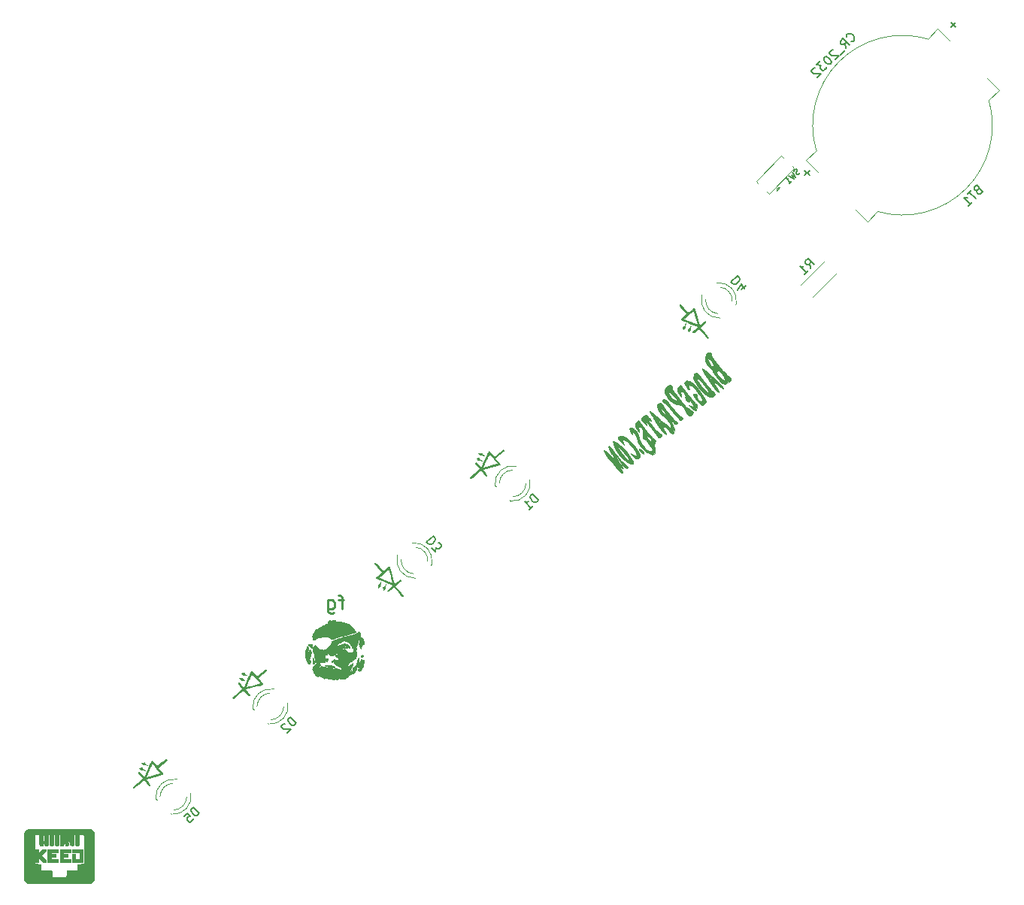
<source format=gbr>
%TF.GenerationSoftware,KiCad,Pcbnew,(6.0.1)*%
%TF.CreationDate,2022-06-23T19:30:41-05:00*%
%TF.ProjectId,toorcamp-sign-lts,746f6f72-6361-46d7-902d-7369676e2d6c,rev?*%
%TF.SameCoordinates,Original*%
%TF.FileFunction,Legend,Bot*%
%TF.FilePolarity,Positive*%
%FSLAX46Y46*%
G04 Gerber Fmt 4.6, Leading zero omitted, Abs format (unit mm)*
G04 Created by KiCad (PCBNEW (6.0.1)) date 2022-06-23 19:30:41*
%MOMM*%
%LPD*%
G01*
G04 APERTURE LIST*
%ADD10C,0.250000*%
%ADD11C,0.150000*%
%ADD12C,0.010000*%
%ADD13C,0.120000*%
G04 APERTURE END LIST*
D10*
%TO.C,G\u002A\u002A\u002A*%
X127482000Y-135991800D02*
X126895333Y-135991800D01*
X127262000Y-137018466D02*
X127262000Y-135698466D01*
X127188666Y-135551800D01*
X127042000Y-135478466D01*
X126895333Y-135478466D01*
X125722000Y-135991800D02*
X125722000Y-137238466D01*
X125795333Y-137385133D01*
X125868666Y-137458466D01*
X126015333Y-137531800D01*
X126235333Y-137531800D01*
X126382000Y-137458466D01*
X125722000Y-136945133D02*
X125868666Y-137018466D01*
X126162000Y-137018466D01*
X126308666Y-136945133D01*
X126382000Y-136871800D01*
X126455333Y-136725133D01*
X126455333Y-136285133D01*
X126382000Y-136138466D01*
X126308666Y-136065133D01*
X126162000Y-135991800D01*
X125868666Y-135991800D01*
X125722000Y-136065133D01*
D11*
%TO.C,BT1*%
X198840922Y-89831079D02*
X198773578Y-89965766D01*
X198773578Y-90033109D01*
X198807250Y-90134125D01*
X198908265Y-90235140D01*
X199009281Y-90268812D01*
X199076624Y-90268812D01*
X199177639Y-90235140D01*
X199447013Y-89965766D01*
X198739907Y-89258659D01*
X198504204Y-89494361D01*
X198470533Y-89595377D01*
X198470533Y-89662720D01*
X198504204Y-89763735D01*
X198571548Y-89831079D01*
X198672563Y-89864751D01*
X198739907Y-89864751D01*
X198840922Y-89831079D01*
X199076624Y-89595377D01*
X198133815Y-89864751D02*
X197729754Y-90268812D01*
X198638891Y-90773888D02*
X197931784Y-90066781D01*
X197830769Y-91582010D02*
X198234830Y-91177949D01*
X198032800Y-91379980D02*
X197325693Y-90672873D01*
X197494052Y-90706545D01*
X197628739Y-90706545D01*
X197729754Y-90672873D01*
X184654869Y-73101407D02*
X184722212Y-73101407D01*
X184856899Y-73034063D01*
X184924243Y-72966720D01*
X184991586Y-72832033D01*
X184991586Y-72697346D01*
X184957914Y-72596330D01*
X184856899Y-72427972D01*
X184755884Y-72326956D01*
X184587525Y-72225941D01*
X184486510Y-72192269D01*
X184351823Y-72192269D01*
X184217136Y-72259613D01*
X184149792Y-72326956D01*
X184082449Y-72461643D01*
X184082449Y-72528987D01*
X184015105Y-73875857D02*
X183914090Y-73303437D01*
X184419166Y-73471796D02*
X183712060Y-72764689D01*
X183442686Y-73034063D01*
X183409014Y-73135078D01*
X183409014Y-73202422D01*
X183442686Y-73303437D01*
X183543701Y-73404452D01*
X183644716Y-73438124D01*
X183712060Y-73438124D01*
X183813075Y-73404452D01*
X184082449Y-73135078D01*
X183947762Y-74077887D02*
X183409014Y-74616635D01*
X182567220Y-74044216D02*
X182499877Y-74044216D01*
X182398861Y-74077887D01*
X182230503Y-74246246D01*
X182196831Y-74347261D01*
X182196831Y-74414605D01*
X182230503Y-74515620D01*
X182297846Y-74582964D01*
X182432533Y-74650307D01*
X183240655Y-74650307D01*
X182802922Y-75088040D01*
X181658083Y-74818666D02*
X181590739Y-74886009D01*
X181557068Y-74987025D01*
X181557068Y-75054368D01*
X181590739Y-75155383D01*
X181691755Y-75323742D01*
X181860113Y-75492101D01*
X182028472Y-75593116D01*
X182129487Y-75626788D01*
X182196831Y-75626788D01*
X182297846Y-75593116D01*
X182365190Y-75525773D01*
X182398861Y-75424757D01*
X182398861Y-75357414D01*
X182365190Y-75256399D01*
X182264174Y-75088040D01*
X182095816Y-74919681D01*
X181927457Y-74818666D01*
X181826442Y-74784994D01*
X181759098Y-74784994D01*
X181658083Y-74818666D01*
X181186678Y-75290070D02*
X180748946Y-75727803D01*
X181254022Y-75761475D01*
X181153007Y-75862490D01*
X181119335Y-75963505D01*
X181119335Y-76030849D01*
X181153007Y-76131864D01*
X181321365Y-76300223D01*
X181422381Y-76333895D01*
X181489724Y-76333895D01*
X181590739Y-76300223D01*
X181792770Y-76098192D01*
X181826442Y-75997177D01*
X181826442Y-75929834D01*
X180546915Y-76064521D02*
X180479572Y-76064521D01*
X180378556Y-76098192D01*
X180210198Y-76266551D01*
X180176526Y-76367566D01*
X180176526Y-76434910D01*
X180210198Y-76535925D01*
X180277541Y-76603269D01*
X180412228Y-76670612D01*
X181220350Y-76670612D01*
X180782617Y-77108345D01*
X179948680Y-87614333D02*
X179409932Y-88153081D01*
X179948680Y-88153081D02*
X179409932Y-87614333D01*
X196429613Y-70929704D02*
X195890865Y-71468452D01*
X196429613Y-71468452D02*
X195890865Y-70929704D01*
%TO.C,R1*%
X180062436Y-98659036D02*
X179961421Y-98086616D01*
X180466497Y-98254975D02*
X179759391Y-97547868D01*
X179490016Y-97817242D01*
X179456345Y-97918257D01*
X179456345Y-97985601D01*
X179490016Y-98086616D01*
X179591032Y-98187631D01*
X179692047Y-98221303D01*
X179759391Y-98221303D01*
X179860406Y-98187631D01*
X180129780Y-97918257D01*
X179389001Y-99332471D02*
X179793062Y-98928410D01*
X179591032Y-99130441D02*
X178883925Y-98423334D01*
X179052284Y-98457006D01*
X179186971Y-98457006D01*
X179287986Y-98423334D01*
%TO.C,D2*%
X122163905Y-149880754D02*
X121456799Y-149173647D01*
X121288440Y-149342006D01*
X121221096Y-149476693D01*
X121221096Y-149611380D01*
X121254768Y-149712395D01*
X121355783Y-149880754D01*
X121456799Y-149981769D01*
X121625157Y-150082785D01*
X121726173Y-150116456D01*
X121860860Y-150116456D01*
X121995547Y-150049113D01*
X122163905Y-149880754D01*
X120850707Y-149914426D02*
X120783363Y-149914426D01*
X120682348Y-149948097D01*
X120513989Y-150116456D01*
X120480318Y-150217472D01*
X120480318Y-150284815D01*
X120513989Y-150385830D01*
X120581333Y-150453174D01*
X120716020Y-150520517D01*
X121524142Y-150520517D01*
X121086409Y-150958250D01*
%TO.C,D5*%
X111241905Y-160040754D02*
X110534799Y-159333647D01*
X110366440Y-159502006D01*
X110299096Y-159636693D01*
X110299096Y-159771380D01*
X110332768Y-159872395D01*
X110433783Y-160040754D01*
X110534799Y-160141769D01*
X110703157Y-160242785D01*
X110804173Y-160276456D01*
X110938860Y-160276456D01*
X111073547Y-160209113D01*
X111241905Y-160040754D01*
X109490974Y-160377472D02*
X109827692Y-160040754D01*
X110198081Y-160343800D01*
X110130737Y-160343800D01*
X110029722Y-160377472D01*
X109861363Y-160545830D01*
X109827692Y-160646846D01*
X109827692Y-160714189D01*
X109861363Y-160815204D01*
X110029722Y-160983563D01*
X110130737Y-161017235D01*
X110198081Y-161017235D01*
X110299096Y-160983563D01*
X110467455Y-160815204D01*
X110501127Y-160714189D01*
X110501127Y-160646846D01*
%TO.C,D4*%
X171876706Y-99486848D02*
X171110661Y-100129635D01*
X171263706Y-100312027D01*
X171392011Y-100390853D01*
X171526186Y-100402592D01*
X171629751Y-100377852D01*
X171806273Y-100291895D01*
X171915708Y-100200068D01*
X172031013Y-100041154D01*
X172073360Y-99943458D01*
X172085099Y-99809283D01*
X172029751Y-99669239D01*
X171876706Y-99486848D01*
X172284278Y-101009722D02*
X172794974Y-100581197D01*
X171839407Y-101072202D02*
X172233536Y-100430677D01*
X172631453Y-100904895D01*
%TO.C,D1*%
X149443505Y-124760154D02*
X148736399Y-124053047D01*
X148568040Y-124221406D01*
X148500696Y-124356093D01*
X148500696Y-124490780D01*
X148534368Y-124591795D01*
X148635383Y-124760154D01*
X148736399Y-124861169D01*
X148904757Y-124962185D01*
X149005773Y-124995856D01*
X149140460Y-124995856D01*
X149275147Y-124928513D01*
X149443505Y-124760154D01*
X148366009Y-125837650D02*
X148770070Y-125433589D01*
X148568040Y-125635620D02*
X147860933Y-124928513D01*
X148029292Y-124962185D01*
X148163979Y-124962185D01*
X148264994Y-124928513D01*
%TO.C,D3*%
X137593460Y-128784555D02*
X136827415Y-129427342D01*
X136980460Y-129609734D01*
X137108765Y-129688560D01*
X137242940Y-129700299D01*
X137346505Y-129675559D01*
X137523027Y-129589602D01*
X137632462Y-129497775D01*
X137747767Y-129338861D01*
X137790114Y-129241165D01*
X137801853Y-129106990D01*
X137746505Y-128966946D01*
X137593460Y-128784555D01*
X137408985Y-130120430D02*
X137806901Y-130594648D01*
X137884465Y-130094429D01*
X137976292Y-130203864D01*
X138073988Y-130246211D01*
X138141076Y-130252081D01*
X138244641Y-130227341D01*
X138427033Y-130074296D01*
X138469380Y-129976600D01*
X138475250Y-129909513D01*
X138450510Y-129805947D01*
X138266856Y-129587078D01*
X138169160Y-129544730D01*
X138102073Y-129538861D01*
%TO.C,SW1*%
X178846989Y-87855528D02*
X178803216Y-87943075D01*
X178693782Y-88052508D01*
X178628122Y-88074394D01*
X178584349Y-88074394D01*
X178518689Y-88052508D01*
X178474916Y-88008735D01*
X178453029Y-87943075D01*
X178453029Y-87899301D01*
X178474916Y-87833641D01*
X178540576Y-87724208D01*
X178562463Y-87658548D01*
X178562463Y-87614775D01*
X178540576Y-87549115D01*
X178496803Y-87505342D01*
X178431143Y-87483455D01*
X178387369Y-87483455D01*
X178321709Y-87505342D01*
X178212276Y-87614775D01*
X178168503Y-87702322D01*
X177993410Y-87833641D02*
X178343596Y-88402694D01*
X177927750Y-88161941D01*
X178168503Y-88577787D01*
X177599450Y-88227601D01*
X177643224Y-89103066D02*
X177905863Y-88840427D01*
X177774544Y-88971747D02*
X177314924Y-88512127D01*
X177424357Y-88534014D01*
X177511904Y-88534014D01*
X177577564Y-88512127D01*
D12*
%TO.C,G\u002A\u002A\u002A*%
X161007508Y-115481755D02*
X160974917Y-115647379D01*
X160974917Y-115647379D02*
X161089697Y-115859138D01*
X161089697Y-115859138D02*
X161213416Y-116013825D01*
X161213416Y-116013825D02*
X161556470Y-116367373D01*
X161556470Y-116367373D02*
X161622917Y-116289603D01*
X161622917Y-116289603D02*
X161528796Y-116043921D01*
X161528796Y-116043921D02*
X161512460Y-115929623D01*
X161512460Y-115929623D02*
X161744348Y-116161410D01*
X161744348Y-116161410D02*
X162130872Y-116613264D01*
X162130872Y-116613264D02*
X162620923Y-117232392D01*
X162620923Y-117232392D02*
X162878287Y-117629260D01*
X162878287Y-117629260D02*
X162893167Y-117676087D01*
X162893167Y-117676087D02*
X162952317Y-117731982D01*
X162952317Y-117731982D02*
X163085521Y-117680692D01*
X163085521Y-117680692D02*
X163175560Y-117611304D01*
X163175560Y-117611304D02*
X163294510Y-117472645D01*
X163294510Y-117472645D02*
X163302134Y-117382276D01*
X163302134Y-117382276D02*
X163253089Y-117364113D01*
X163253089Y-117364113D02*
X163006700Y-117221946D01*
X163006700Y-117221946D02*
X162563692Y-116754725D01*
X162563692Y-116754725D02*
X162345001Y-116497996D01*
X162345001Y-116497996D02*
X161900010Y-115956316D01*
X161900010Y-115956316D02*
X161766935Y-115740729D01*
X161766935Y-115740729D02*
X161889705Y-115750045D01*
X161889705Y-115750045D02*
X161942068Y-115770829D01*
X161942068Y-115770829D02*
X162132578Y-115810592D01*
X162132578Y-115810592D02*
X161992478Y-115585991D01*
X161992478Y-115585991D02*
X161888651Y-115460198D01*
X161888651Y-115460198D02*
X161661598Y-115217911D01*
X161661598Y-115217911D02*
X161489464Y-115136876D01*
X161489464Y-115136876D02*
X161311346Y-115203298D01*
X161311346Y-115203298D02*
X161185025Y-115300818D01*
X161185025Y-115300818D02*
X161007508Y-115481755D01*
X161007508Y-115481755D02*
X161007508Y-115481755D01*
G36*
X161661598Y-115217911D02*
G01*
X161888651Y-115460198D01*
X161992478Y-115585991D01*
X162132578Y-115810592D01*
X161942068Y-115770829D01*
X161889705Y-115750045D01*
X161766935Y-115740729D01*
X161900010Y-115956316D01*
X162345001Y-116497996D01*
X162563692Y-116754725D01*
X163006700Y-117221946D01*
X163253089Y-117364113D01*
X163302134Y-117382276D01*
X163294510Y-117472645D01*
X163175560Y-117611304D01*
X163085521Y-117680692D01*
X162952317Y-117731982D01*
X162893167Y-117676087D01*
X162878287Y-117629260D01*
X162620923Y-117232392D01*
X162130872Y-116613264D01*
X161744348Y-116161410D01*
X161512460Y-115929623D01*
X161528796Y-116043921D01*
X161622917Y-116289603D01*
X161556470Y-116367373D01*
X161213416Y-116013825D01*
X161089697Y-115859138D01*
X160974917Y-115647379D01*
X161007508Y-115481755D01*
X161185025Y-115300818D01*
X161311346Y-115203298D01*
X161489464Y-115136876D01*
X161661598Y-115217911D01*
G37*
X161661598Y-115217911D02*
X161888651Y-115460198D01*
X161992478Y-115585991D01*
X162132578Y-115810592D01*
X161942068Y-115770829D01*
X161889705Y-115750045D01*
X161766935Y-115740729D01*
X161900010Y-115956316D01*
X162345001Y-116497996D01*
X162563692Y-116754725D01*
X163006700Y-117221946D01*
X163253089Y-117364113D01*
X163302134Y-117382276D01*
X163294510Y-117472645D01*
X163175560Y-117611304D01*
X163085521Y-117680692D01*
X162952317Y-117731982D01*
X162893167Y-117676087D01*
X162878287Y-117629260D01*
X162620923Y-117232392D01*
X162130872Y-116613264D01*
X161744348Y-116161410D01*
X161512460Y-115929623D01*
X161528796Y-116043921D01*
X161622917Y-116289603D01*
X161556470Y-116367373D01*
X161213416Y-116013825D01*
X161089697Y-115859138D01*
X160974917Y-115647379D01*
X161007508Y-115481755D01*
X161185025Y-115300818D01*
X161311346Y-115203298D01*
X161489464Y-115136876D01*
X161661598Y-115217911D01*
X163357258Y-113531009D02*
X163448117Y-113678444D01*
X163448117Y-113678444D02*
X163611345Y-113810585D01*
X163611345Y-113810585D02*
X164012452Y-114199161D01*
X164012452Y-114199161D02*
X164559335Y-114830664D01*
X164559335Y-114830664D02*
X164660537Y-114956491D01*
X164660537Y-114956491D02*
X165116873Y-115518197D01*
X165116873Y-115518197D02*
X165353187Y-115742654D01*
X165353187Y-115742654D02*
X165494026Y-115734427D01*
X165494026Y-115734427D02*
X165542547Y-115696988D01*
X165542547Y-115696988D02*
X165632377Y-115567207D01*
X165632377Y-115567207D02*
X165531774Y-115417177D01*
X165531774Y-115417177D02*
X165368785Y-115286644D01*
X165368785Y-115286644D02*
X164912265Y-114839434D01*
X164912265Y-114839434D02*
X164327402Y-114134186D01*
X164327402Y-114134186D02*
X163880577Y-113570730D01*
X163880577Y-113570730D02*
X163649409Y-113345541D01*
X163649409Y-113345541D02*
X163509405Y-113354017D01*
X163509405Y-113354017D02*
X163451972Y-113398623D01*
X163451972Y-113398623D02*
X163357258Y-113531009D01*
X163357258Y-113531009D02*
X163357258Y-113531009D01*
G36*
X163880577Y-113570730D02*
G01*
X164327402Y-114134186D01*
X164912265Y-114839434D01*
X165368785Y-115286644D01*
X165531774Y-115417177D01*
X165632377Y-115567207D01*
X165542547Y-115696988D01*
X165494026Y-115734427D01*
X165353187Y-115742654D01*
X165116873Y-115518197D01*
X164660537Y-114956491D01*
X164559335Y-114830664D01*
X164012452Y-114199161D01*
X163611345Y-113810585D01*
X163448117Y-113678444D01*
X163357258Y-113531009D01*
X163451972Y-113398623D01*
X163509405Y-113354017D01*
X163649409Y-113345541D01*
X163880577Y-113570730D01*
G37*
X163880577Y-113570730D02*
X164327402Y-114134186D01*
X164912265Y-114839434D01*
X165368785Y-115286644D01*
X165531774Y-115417177D01*
X165632377Y-115567207D01*
X165542547Y-115696988D01*
X165494026Y-115734427D01*
X165353187Y-115742654D01*
X165116873Y-115518197D01*
X164660537Y-114956491D01*
X164559335Y-114830664D01*
X164012452Y-114199161D01*
X163611345Y-113810585D01*
X163448117Y-113678444D01*
X163357258Y-113531009D01*
X163451972Y-113398623D01*
X163509405Y-113354017D01*
X163649409Y-113345541D01*
X163880577Y-113570730D01*
X157249216Y-118681259D02*
X157347768Y-118988060D01*
X157347768Y-118988060D02*
X157643943Y-119522041D01*
X157643943Y-119522041D02*
X157657904Y-119544210D01*
X157657904Y-119544210D02*
X158108636Y-120256569D01*
X158108636Y-120256569D02*
X157595597Y-119776194D01*
X157595597Y-119776194D02*
X156987663Y-119251015D01*
X156987663Y-119251015D02*
X156736366Y-119133740D01*
X156736366Y-119133740D02*
X156836960Y-119398729D01*
X156836960Y-119398729D02*
X157284698Y-120020345D01*
X157284698Y-120020345D02*
X157745676Y-120586866D01*
X157745676Y-120586866D02*
X158322718Y-121265185D01*
X158322718Y-121265185D02*
X158642363Y-121601823D01*
X158642363Y-121601823D02*
X158804437Y-121691490D01*
X158804437Y-121691490D02*
X158876096Y-121659293D01*
X158876096Y-121659293D02*
X158918579Y-121525523D01*
X158918579Y-121525523D02*
X158729651Y-121246196D01*
X158729651Y-121246196D02*
X158393966Y-120866426D01*
X158393966Y-120866426D02*
X157776580Y-120187124D01*
X157776580Y-120187124D02*
X158346922Y-120721693D01*
X158346922Y-120721693D02*
X158817777Y-121135147D01*
X158817777Y-121135147D02*
X158927814Y-121140334D01*
X158927814Y-121140334D02*
X158684746Y-120722974D01*
X158684746Y-120722974D02*
X158496883Y-120444015D01*
X158496883Y-120444015D02*
X158194942Y-119962007D01*
X158194942Y-119962007D02*
X158150995Y-119810615D01*
X158150995Y-119810615D02*
X158347759Y-120018466D01*
X158347759Y-120018466D02*
X158570437Y-120322170D01*
X158570437Y-120322170D02*
X158895563Y-120786647D01*
X158895563Y-120786647D02*
X159013750Y-120954379D01*
X159013750Y-120954379D02*
X159201342Y-121100476D01*
X159201342Y-121100476D02*
X159360255Y-121121833D01*
X159360255Y-121121833D02*
X159451858Y-121016000D01*
X159451858Y-121016000D02*
X159389792Y-120879193D01*
X159389792Y-120879193D02*
X159103983Y-120628996D01*
X159103983Y-120628996D02*
X159027357Y-120584991D01*
X159027357Y-120584991D02*
X158724968Y-120303965D01*
X158724968Y-120303965D02*
X158197121Y-119680794D01*
X158197121Y-119680794D02*
X158062873Y-119511768D01*
X158062873Y-119511768D02*
X157577808Y-118909487D01*
X157577808Y-118909487D02*
X157336576Y-118660969D01*
X157336576Y-118660969D02*
X157250792Y-118675996D01*
X157250792Y-118675996D02*
X157249216Y-118681259D01*
X157249216Y-118681259D02*
X157249216Y-118681259D01*
G36*
X157577808Y-118909487D02*
G01*
X158062873Y-119511768D01*
X158197121Y-119680794D01*
X158724968Y-120303965D01*
X159027357Y-120584991D01*
X159103983Y-120628996D01*
X159389792Y-120879193D01*
X159451858Y-121016000D01*
X159360255Y-121121833D01*
X159201342Y-121100476D01*
X159013750Y-120954379D01*
X158895563Y-120786647D01*
X158570437Y-120322170D01*
X158347759Y-120018466D01*
X158150995Y-119810615D01*
X158194942Y-119962007D01*
X158496883Y-120444015D01*
X158684746Y-120722974D01*
X158927814Y-121140334D01*
X158817777Y-121135147D01*
X158346922Y-120721693D01*
X157776580Y-120187124D01*
X158393966Y-120866426D01*
X158729651Y-121246196D01*
X158918579Y-121525523D01*
X158876096Y-121659293D01*
X158804437Y-121691490D01*
X158642363Y-121601823D01*
X158322718Y-121265185D01*
X157745676Y-120586866D01*
X157284698Y-120020345D01*
X156836960Y-119398729D01*
X156736366Y-119133740D01*
X156987663Y-119251015D01*
X157595597Y-119776194D01*
X158108636Y-120256569D01*
X157657904Y-119544210D01*
X157643943Y-119522041D01*
X157347768Y-118988060D01*
X157249216Y-118681259D01*
X157250792Y-118675996D01*
X157336576Y-118660969D01*
X157577808Y-118909487D01*
G37*
X157577808Y-118909487D02*
X158062873Y-119511768D01*
X158197121Y-119680794D01*
X158724968Y-120303965D01*
X159027357Y-120584991D01*
X159103983Y-120628996D01*
X159389792Y-120879193D01*
X159451858Y-121016000D01*
X159360255Y-121121833D01*
X159201342Y-121100476D01*
X159013750Y-120954379D01*
X158895563Y-120786647D01*
X158570437Y-120322170D01*
X158347759Y-120018466D01*
X158150995Y-119810615D01*
X158194942Y-119962007D01*
X158496883Y-120444015D01*
X158684746Y-120722974D01*
X158927814Y-121140334D01*
X158817777Y-121135147D01*
X158346922Y-120721693D01*
X157776580Y-120187124D01*
X158393966Y-120866426D01*
X158729651Y-121246196D01*
X158918579Y-121525523D01*
X158876096Y-121659293D01*
X158804437Y-121691490D01*
X158642363Y-121601823D01*
X158322718Y-121265185D01*
X157745676Y-120586866D01*
X157284698Y-120020345D01*
X156836960Y-119398729D01*
X156736366Y-119133740D01*
X156987663Y-119251015D01*
X157595597Y-119776194D01*
X158108636Y-120256569D01*
X157657904Y-119544210D01*
X157643943Y-119522041D01*
X157347768Y-118988060D01*
X157249216Y-118681259D01*
X157250792Y-118675996D01*
X157336576Y-118660969D01*
X157577808Y-118909487D01*
X157832819Y-118409164D02*
X158064268Y-118922264D01*
X158064268Y-118922264D02*
X158406791Y-119485119D01*
X158406791Y-119485119D02*
X158724662Y-119875623D01*
X158724662Y-119875623D02*
X159346351Y-120408946D01*
X159346351Y-120408946D02*
X159819370Y-120681434D01*
X159819370Y-120681434D02*
X160071953Y-120670982D01*
X160071953Y-120670982D02*
X160032331Y-120355486D01*
X160032331Y-120355486D02*
X159988838Y-120264999D01*
X159988838Y-120264999D02*
X159501108Y-119484612D01*
X159501108Y-119484612D02*
X159100962Y-119039553D01*
X159100962Y-119039553D02*
X158905627Y-119203458D01*
X158905627Y-119203458D02*
X159347397Y-119740369D01*
X159347397Y-119740369D02*
X159476598Y-119923316D01*
X159476598Y-119923316D02*
X159636973Y-120236256D01*
X159636973Y-120236256D02*
X159497311Y-120202995D01*
X159497311Y-120202995D02*
X159138575Y-119875027D01*
X159138575Y-119875027D02*
X158792489Y-119488183D01*
X158792489Y-119488183D02*
X158349692Y-118918257D01*
X158349692Y-118918257D02*
X158259619Y-118677265D01*
X158259619Y-118677265D02*
X158263882Y-118672986D01*
X158263882Y-118672986D02*
X158493527Y-118795154D01*
X158493527Y-118795154D02*
X158905627Y-119203458D01*
X158905627Y-119203458D02*
X159100962Y-119039553D01*
X159100962Y-119039553D02*
X158902448Y-118818757D01*
X158902448Y-118818757D02*
X158532258Y-118505680D01*
X158532258Y-118505680D02*
X158080408Y-118209064D01*
X158080408Y-118209064D02*
X157816413Y-118128523D01*
X157816413Y-118128523D02*
X157810359Y-118132499D01*
X157810359Y-118132499D02*
X157832819Y-118409164D01*
X157832819Y-118409164D02*
X157832819Y-118409164D01*
G36*
X158080408Y-118209064D02*
G01*
X158532258Y-118505680D01*
X158902448Y-118818757D01*
X159100962Y-119039553D01*
X159501108Y-119484612D01*
X159988838Y-120264999D01*
X160032331Y-120355486D01*
X160071953Y-120670982D01*
X159819370Y-120681434D01*
X159346351Y-120408946D01*
X158724662Y-119875623D01*
X158406791Y-119485119D01*
X158064268Y-118922264D01*
X157953754Y-118677265D01*
X158259619Y-118677265D01*
X158349692Y-118918257D01*
X158792489Y-119488183D01*
X159138575Y-119875027D01*
X159497311Y-120202995D01*
X159636973Y-120236256D01*
X159476598Y-119923316D01*
X159347397Y-119740369D01*
X158905627Y-119203458D01*
X158493527Y-118795154D01*
X158263882Y-118672986D01*
X158259619Y-118677265D01*
X157953754Y-118677265D01*
X157832819Y-118409164D01*
X157810359Y-118132499D01*
X157816413Y-118128523D01*
X158080408Y-118209064D01*
G37*
X158080408Y-118209064D02*
X158532258Y-118505680D01*
X158902448Y-118818757D01*
X159100962Y-119039553D01*
X159501108Y-119484612D01*
X159988838Y-120264999D01*
X160032331Y-120355486D01*
X160071953Y-120670982D01*
X159819370Y-120681434D01*
X159346351Y-120408946D01*
X158724662Y-119875623D01*
X158406791Y-119485119D01*
X158064268Y-118922264D01*
X157953754Y-118677265D01*
X158259619Y-118677265D01*
X158349692Y-118918257D01*
X158792489Y-119488183D01*
X159138575Y-119875027D01*
X159497311Y-120202995D01*
X159636973Y-120236256D01*
X159476598Y-119923316D01*
X159347397Y-119740369D01*
X158905627Y-119203458D01*
X158493527Y-118795154D01*
X158263882Y-118672986D01*
X158259619Y-118677265D01*
X157953754Y-118677265D01*
X157832819Y-118409164D01*
X157810359Y-118132499D01*
X157816413Y-118128523D01*
X158080408Y-118209064D01*
X158383800Y-117837372D02*
X158418715Y-117915930D01*
X158418715Y-117915930D02*
X158675851Y-118213708D01*
X158675851Y-118213708D02*
X158858328Y-118375984D01*
X158858328Y-118375984D02*
X159075294Y-118515764D01*
X159075294Y-118515764D02*
X158987280Y-118342293D01*
X158987280Y-118342293D02*
X158865193Y-118031242D01*
X158865193Y-118031242D02*
X158982041Y-117918802D01*
X158982041Y-117918802D02*
X159261888Y-118025976D01*
X159261888Y-118025976D02*
X159478470Y-118206448D01*
X159478470Y-118206448D02*
X160038106Y-118838486D01*
X160038106Y-118838486D02*
X160386949Y-119371444D01*
X160386949Y-119371444D02*
X160483589Y-119707395D01*
X160483589Y-119707395D02*
X160286613Y-119748415D01*
X160286613Y-119748415D02*
X160084953Y-119640608D01*
X160084953Y-119640608D02*
X159786366Y-119458931D01*
X159786366Y-119458931D02*
X159809836Y-119531240D01*
X159809836Y-119531240D02*
X160028823Y-119770929D01*
X160028823Y-119770929D02*
X160355455Y-120049889D01*
X160355455Y-120049889D02*
X160615142Y-120081712D01*
X160615142Y-120081712D02*
X160671225Y-120059091D01*
X160671225Y-120059091D02*
X160825421Y-119884924D01*
X160825421Y-119884924D02*
X160848483Y-119633642D01*
X160848483Y-119633642D02*
X160844873Y-119618765D01*
X160844873Y-119618765D02*
X160594656Y-119153756D01*
X160594656Y-119153756D02*
X160119015Y-118539470D01*
X160119015Y-118539470D02*
X159568654Y-117954637D01*
X159568654Y-117954637D02*
X159154683Y-117614199D01*
X159154683Y-117614199D02*
X158857222Y-117500386D01*
X158857222Y-117500386D02*
X158588435Y-117516516D01*
X158588435Y-117516516D02*
X158410051Y-117637280D01*
X158410051Y-117637280D02*
X158383800Y-117837372D01*
X158383800Y-117837372D02*
X158383800Y-117837372D01*
G36*
X159154683Y-117614199D02*
G01*
X159568654Y-117954637D01*
X160119015Y-118539470D01*
X160594656Y-119153756D01*
X160844873Y-119618765D01*
X160848483Y-119633642D01*
X160825421Y-119884924D01*
X160671225Y-120059091D01*
X160615142Y-120081712D01*
X160355455Y-120049889D01*
X160028823Y-119770929D01*
X159809836Y-119531240D01*
X159786366Y-119458931D01*
X160084953Y-119640608D01*
X160286613Y-119748415D01*
X160483589Y-119707395D01*
X160386949Y-119371444D01*
X160038106Y-118838486D01*
X159478470Y-118206448D01*
X159261888Y-118025976D01*
X158982041Y-117918802D01*
X158865193Y-118031242D01*
X158987280Y-118342293D01*
X159075294Y-118515764D01*
X158858328Y-118375984D01*
X158675851Y-118213708D01*
X158418715Y-117915930D01*
X158383800Y-117837372D01*
X158410051Y-117637280D01*
X158588435Y-117516516D01*
X158857222Y-117500386D01*
X159154683Y-117614199D01*
G37*
X159154683Y-117614199D02*
X159568654Y-117954637D01*
X160119015Y-118539470D01*
X160594656Y-119153756D01*
X160844873Y-119618765D01*
X160848483Y-119633642D01*
X160825421Y-119884924D01*
X160671225Y-120059091D01*
X160615142Y-120081712D01*
X160355455Y-120049889D01*
X160028823Y-119770929D01*
X159809836Y-119531240D01*
X159786366Y-119458931D01*
X160084953Y-119640608D01*
X160286613Y-119748415D01*
X160483589Y-119707395D01*
X160386949Y-119371444D01*
X160038106Y-118838486D01*
X159478470Y-118206448D01*
X159261888Y-118025976D01*
X158982041Y-117918802D01*
X158865193Y-118031242D01*
X158987280Y-118342293D01*
X159075294Y-118515764D01*
X158858328Y-118375984D01*
X158675851Y-118213708D01*
X158418715Y-117915930D01*
X158383800Y-117837372D01*
X158410051Y-117637280D01*
X158588435Y-117516516D01*
X158857222Y-117500386D01*
X159154683Y-117614199D01*
X160784435Y-119167443D02*
X161012637Y-119417840D01*
X161012637Y-119417840D02*
X161271999Y-119564390D01*
X161271999Y-119564390D02*
X161255070Y-119418251D01*
X161255070Y-119418251D02*
X161128781Y-119247071D01*
X161128781Y-119247071D02*
X160829924Y-118990333D01*
X160829924Y-118990333D02*
X160745275Y-118985546D01*
X160745275Y-118985546D02*
X160784435Y-119167443D01*
X160784435Y-119167443D02*
X160784435Y-119167443D01*
G36*
X160829924Y-118990333D02*
G01*
X161128781Y-119247071D01*
X161255070Y-119418251D01*
X161271999Y-119564390D01*
X161012637Y-119417840D01*
X160784435Y-119167443D01*
X160745275Y-118985546D01*
X160829924Y-118990333D01*
G37*
X160829924Y-118990333D02*
X161128781Y-119247071D01*
X161255070Y-119418251D01*
X161271999Y-119564390D01*
X161012637Y-119417840D01*
X160784435Y-119167443D01*
X160745275Y-118985546D01*
X160829924Y-118990333D01*
X163685384Y-112202485D02*
X163618549Y-112450498D01*
X163618549Y-112450498D02*
X163618695Y-112512778D01*
X163618695Y-112512778D02*
X163758537Y-112947610D01*
X163758537Y-112947610D02*
X164077494Y-113385371D01*
X164077494Y-113385371D02*
X164499885Y-113752312D01*
X164499885Y-113752312D02*
X164950034Y-113974683D01*
X164950034Y-113974683D02*
X165153434Y-114008405D01*
X165153434Y-114008405D02*
X165489546Y-114088433D01*
X165489546Y-114088433D02*
X165758350Y-114323641D01*
X165758350Y-114323641D02*
X165976686Y-114706519D01*
X165976686Y-114706519D02*
X166179438Y-115062129D01*
X166179438Y-115062129D02*
X166302900Y-115199324D01*
X166302900Y-115199324D02*
X166467992Y-115229464D01*
X166467992Y-115229464D02*
X166635057Y-115146443D01*
X166635057Y-115146443D02*
X166760750Y-114996269D01*
X166760750Y-114996269D02*
X166801724Y-114824949D01*
X166801724Y-114824949D02*
X166757011Y-114717347D01*
X166757011Y-114717347D02*
X166510309Y-114521609D01*
X166510309Y-114521609D02*
X166399384Y-114476372D01*
X166399384Y-114476372D02*
X166122417Y-114270881D01*
X166122417Y-114270881D02*
X165597395Y-113700817D01*
X165597395Y-113700817D02*
X165291019Y-113340703D01*
X165291019Y-113340703D02*
X165074887Y-113075601D01*
X165074887Y-113075601D02*
X164887836Y-113232555D01*
X164887836Y-113232555D02*
X165020399Y-113474798D01*
X165020399Y-113474798D02*
X164930439Y-113559508D01*
X164930439Y-113559508D02*
X164698134Y-113484553D01*
X164698134Y-113484553D02*
X164403661Y-113247800D01*
X164403661Y-113247800D02*
X164401498Y-113245490D01*
X164401498Y-113245490D02*
X164122064Y-112860080D01*
X164122064Y-112860080D02*
X164058802Y-112606022D01*
X164058802Y-112606022D02*
X164225357Y-112607459D01*
X164225357Y-112607459D02*
X164340594Y-112691400D01*
X164340594Y-112691400D02*
X164756674Y-113087421D01*
X164756674Y-113087421D02*
X164887836Y-113232555D01*
X164887836Y-113232555D02*
X165074887Y-113075601D01*
X165074887Y-113075601D02*
X164728268Y-112650443D01*
X164728268Y-112650443D02*
X164481100Y-112287960D01*
X164481100Y-112287960D02*
X164469488Y-112176411D01*
X164469488Y-112176411D02*
X164452450Y-111991775D01*
X164452450Y-111991775D02*
X164379286Y-111883685D01*
X164379286Y-111883685D02*
X164217154Y-111800093D01*
X164217154Y-111800093D02*
X164022352Y-111846130D01*
X164022352Y-111846130D02*
X163832539Y-111990645D01*
X163832539Y-111990645D02*
X163685384Y-112202485D01*
X163685384Y-112202485D02*
X163685384Y-112202485D01*
G36*
X164379286Y-111883685D02*
G01*
X164452450Y-111991775D01*
X164469488Y-112176411D01*
X164481100Y-112287960D01*
X164728268Y-112650443D01*
X165074887Y-113075601D01*
X165291019Y-113340703D01*
X165597395Y-113700817D01*
X166122417Y-114270881D01*
X166399384Y-114476372D01*
X166510309Y-114521609D01*
X166757011Y-114717347D01*
X166801724Y-114824949D01*
X166760750Y-114996269D01*
X166635057Y-115146443D01*
X166467992Y-115229464D01*
X166302900Y-115199324D01*
X166179438Y-115062129D01*
X165976686Y-114706519D01*
X165758350Y-114323641D01*
X165489546Y-114088433D01*
X165153434Y-114008405D01*
X164950034Y-113974683D01*
X164499885Y-113752312D01*
X164077494Y-113385371D01*
X163758537Y-112947610D01*
X163648682Y-112606022D01*
X164058802Y-112606022D01*
X164122064Y-112860080D01*
X164401498Y-113245490D01*
X164403661Y-113247800D01*
X164698134Y-113484553D01*
X164930439Y-113559508D01*
X165020399Y-113474798D01*
X164887836Y-113232555D01*
X164756674Y-113087421D01*
X164340594Y-112691400D01*
X164225357Y-112607459D01*
X164058802Y-112606022D01*
X163648682Y-112606022D01*
X163618695Y-112512778D01*
X163618549Y-112450498D01*
X163685384Y-112202485D01*
X163832539Y-111990645D01*
X164022352Y-111846130D01*
X164217154Y-111800093D01*
X164379286Y-111883685D01*
G37*
X164379286Y-111883685D02*
X164452450Y-111991775D01*
X164469488Y-112176411D01*
X164481100Y-112287960D01*
X164728268Y-112650443D01*
X165074887Y-113075601D01*
X165291019Y-113340703D01*
X165597395Y-113700817D01*
X166122417Y-114270881D01*
X166399384Y-114476372D01*
X166510309Y-114521609D01*
X166757011Y-114717347D01*
X166801724Y-114824949D01*
X166760750Y-114996269D01*
X166635057Y-115146443D01*
X166467992Y-115229464D01*
X166302900Y-115199324D01*
X166179438Y-115062129D01*
X165976686Y-114706519D01*
X165758350Y-114323641D01*
X165489546Y-114088433D01*
X165153434Y-114008405D01*
X164950034Y-113974683D01*
X164499885Y-113752312D01*
X164077494Y-113385371D01*
X163758537Y-112947610D01*
X163648682Y-112606022D01*
X164058802Y-112606022D01*
X164122064Y-112860080D01*
X164401498Y-113245490D01*
X164403661Y-113247800D01*
X164698134Y-113484553D01*
X164930439Y-113559508D01*
X165020399Y-113474798D01*
X164887836Y-113232555D01*
X164756674Y-113087421D01*
X164340594Y-112691400D01*
X164225357Y-112607459D01*
X164058802Y-112606022D01*
X163648682Y-112606022D01*
X163618695Y-112512778D01*
X163618549Y-112450498D01*
X163685384Y-112202485D01*
X163832539Y-111990645D01*
X164022352Y-111846130D01*
X164217154Y-111800093D01*
X164379286Y-111883685D01*
X165150507Y-112047439D02*
X165037613Y-112279303D01*
X165037613Y-112279303D02*
X165087092Y-112522505D01*
X165087092Y-112522505D02*
X165266278Y-112797278D01*
X165266278Y-112797278D02*
X165504304Y-113088156D01*
X165504304Y-113088156D02*
X165482776Y-112965246D01*
X165482776Y-112965246D02*
X165459552Y-112911412D01*
X165459552Y-112911412D02*
X165381665Y-112584102D01*
X165381665Y-112584102D02*
X165489398Y-112481336D01*
X165489398Y-112481336D02*
X165728675Y-112633974D01*
X165728675Y-112633974D02*
X165802669Y-112715607D01*
X165802669Y-112715607D02*
X165973585Y-113022245D01*
X165973585Y-113022245D02*
X165953172Y-113141942D01*
X165953172Y-113141942D02*
X165960834Y-113351331D01*
X165960834Y-113351331D02*
X166086693Y-113548037D01*
X166086693Y-113548037D02*
X166309645Y-113722975D01*
X166309645Y-113722975D02*
X166368553Y-113636974D01*
X166368553Y-113636974D02*
X166480285Y-113567783D01*
X166480285Y-113567783D02*
X166688555Y-113771366D01*
X166688555Y-113771366D02*
X166874641Y-114086074D01*
X166874641Y-114086074D02*
X166818663Y-114233578D01*
X166818663Y-114233578D02*
X166555982Y-114159105D01*
X166555982Y-114159105D02*
X166472273Y-114106342D01*
X166472273Y-114106342D02*
X166302696Y-114024578D01*
X166302696Y-114024578D02*
X166470603Y-114252534D01*
X166470603Y-114252534D02*
X166752766Y-114508879D01*
X166752766Y-114508879D02*
X167042541Y-114685508D01*
X167042541Y-114685508D02*
X167162196Y-114677194D01*
X167162196Y-114677194D02*
X167156662Y-114658719D01*
X167156662Y-114658719D02*
X167172001Y-114554848D01*
X167172001Y-114554848D02*
X167229168Y-114342915D01*
X167229168Y-114342915D02*
X167254444Y-114260536D01*
X167254444Y-114260536D02*
X167300517Y-114051635D01*
X167300517Y-114051635D02*
X167284261Y-113944440D01*
X167284261Y-113944440D02*
X167258254Y-113941203D01*
X167258254Y-113941203D02*
X167096159Y-113848178D01*
X167096159Y-113848178D02*
X166738641Y-113452562D01*
X166738641Y-113452562D02*
X166262337Y-112864475D01*
X166262337Y-112864475D02*
X165375904Y-111748157D01*
X165375904Y-111748157D02*
X165150507Y-112047439D01*
X165150507Y-112047439D02*
X165150507Y-112047439D01*
G36*
X166262337Y-112864475D02*
G01*
X166738641Y-113452562D01*
X167096159Y-113848178D01*
X167258254Y-113941203D01*
X167284261Y-113944440D01*
X167300517Y-114051635D01*
X167254444Y-114260536D01*
X167229168Y-114342915D01*
X167172001Y-114554848D01*
X167156662Y-114658719D01*
X167162196Y-114677194D01*
X167042541Y-114685508D01*
X166752766Y-114508879D01*
X166470603Y-114252534D01*
X166302696Y-114024578D01*
X166472273Y-114106342D01*
X166555982Y-114159105D01*
X166818663Y-114233578D01*
X166874641Y-114086074D01*
X166688555Y-113771366D01*
X166480285Y-113567783D01*
X166368553Y-113636974D01*
X166309645Y-113722975D01*
X166086693Y-113548037D01*
X165960834Y-113351331D01*
X165953172Y-113141942D01*
X165973585Y-113022245D01*
X165802669Y-112715607D01*
X165728675Y-112633974D01*
X165489398Y-112481336D01*
X165381665Y-112584102D01*
X165459552Y-112911412D01*
X165482776Y-112965246D01*
X165504304Y-113088156D01*
X165266278Y-112797278D01*
X165087092Y-112522505D01*
X165037613Y-112279303D01*
X165150507Y-112047439D01*
X165375904Y-111748157D01*
X166262337Y-112864475D01*
G37*
X166262337Y-112864475D02*
X166738641Y-113452562D01*
X167096159Y-113848178D01*
X167258254Y-113941203D01*
X167284261Y-113944440D01*
X167300517Y-114051635D01*
X167254444Y-114260536D01*
X167229168Y-114342915D01*
X167172001Y-114554848D01*
X167156662Y-114658719D01*
X167162196Y-114677194D01*
X167042541Y-114685508D01*
X166752766Y-114508879D01*
X166470603Y-114252534D01*
X166302696Y-114024578D01*
X166472273Y-114106342D01*
X166555982Y-114159105D01*
X166818663Y-114233578D01*
X166874641Y-114086074D01*
X166688555Y-113771366D01*
X166480285Y-113567783D01*
X166368553Y-113636974D01*
X166309645Y-113722975D01*
X166086693Y-113548037D01*
X165960834Y-113351331D01*
X165953172Y-113141942D01*
X165973585Y-113022245D01*
X165802669Y-112715607D01*
X165728675Y-112633974D01*
X165489398Y-112481336D01*
X165381665Y-112584102D01*
X165459552Y-112911412D01*
X165482776Y-112965246D01*
X165504304Y-113088156D01*
X165266278Y-112797278D01*
X165087092Y-112522505D01*
X165037613Y-112279303D01*
X165150507Y-112047439D01*
X165375904Y-111748157D01*
X166262337Y-112864475D01*
X165850332Y-111636268D02*
X165955095Y-111866765D01*
X165955095Y-111866765D02*
X166260579Y-112257610D01*
X166260579Y-112257610D02*
X166387427Y-112272558D01*
X166387427Y-112272558D02*
X166350781Y-112038862D01*
X166350781Y-112038862D02*
X166360563Y-111732999D01*
X166360563Y-111732999D02*
X166647189Y-111845428D01*
X166647189Y-111845428D02*
X167153473Y-112350635D01*
X167153473Y-112350635D02*
X167216991Y-112425362D01*
X167216991Y-112425362D02*
X167660624Y-113039859D01*
X167660624Y-113039859D02*
X167845421Y-113475947D01*
X167845421Y-113475947D02*
X167718276Y-113608026D01*
X167718276Y-113608026D02*
X167716955Y-113607751D01*
X167716955Y-113607751D02*
X167463473Y-113451780D01*
X167463473Y-113451780D02*
X167299045Y-113184468D01*
X167299045Y-113184468D02*
X167284138Y-113030196D01*
X167284138Y-113030196D02*
X167285138Y-112879989D01*
X167285138Y-112879989D02*
X167154417Y-112801983D01*
X167154417Y-112801983D02*
X167070018Y-112775019D01*
X167070018Y-112775019D02*
X166840380Y-112808901D01*
X166840380Y-112808901D02*
X166959192Y-113124551D01*
X166959192Y-113124551D02*
X167347464Y-113600822D01*
X167347464Y-113600822D02*
X167674775Y-113924207D01*
X167674775Y-113924207D02*
X167883775Y-114025288D01*
X167883775Y-114025288D02*
X168070463Y-113943061D01*
X168070463Y-113943061D02*
X168110391Y-113910725D01*
X168110391Y-113910725D02*
X168252128Y-113699129D01*
X168252128Y-113699129D02*
X168192572Y-113395616D01*
X168192572Y-113395616D02*
X168036593Y-113090623D01*
X168036593Y-113090623D02*
X167560006Y-112398897D01*
X167560006Y-112398897D02*
X166986819Y-111764704D01*
X166986819Y-111764704D02*
X166468258Y-111350601D01*
X166468258Y-111350601D02*
X166375046Y-111304571D01*
X166375046Y-111304571D02*
X166063956Y-111259786D01*
X166063956Y-111259786D02*
X165876515Y-111387134D01*
X165876515Y-111387134D02*
X165850332Y-111636268D01*
X165850332Y-111636268D02*
X165850332Y-111636268D01*
G36*
X166375046Y-111304571D02*
G01*
X166468258Y-111350601D01*
X166986819Y-111764704D01*
X167560006Y-112398897D01*
X168036593Y-113090623D01*
X168192572Y-113395616D01*
X168252128Y-113699129D01*
X168110391Y-113910725D01*
X168070463Y-113943061D01*
X167883775Y-114025288D01*
X167674775Y-113924207D01*
X167347464Y-113600822D01*
X166959192Y-113124551D01*
X166840380Y-112808901D01*
X167070018Y-112775019D01*
X167154417Y-112801983D01*
X167285138Y-112879989D01*
X167284138Y-113030196D01*
X167299045Y-113184468D01*
X167463473Y-113451780D01*
X167716955Y-113607751D01*
X167718276Y-113608026D01*
X167845421Y-113475947D01*
X167660624Y-113039859D01*
X167216991Y-112425362D01*
X167153473Y-112350635D01*
X166647189Y-111845428D01*
X166360563Y-111732999D01*
X166350781Y-112038862D01*
X166387427Y-112272558D01*
X166260579Y-112257610D01*
X165955095Y-111866765D01*
X165850332Y-111636268D01*
X165876515Y-111387134D01*
X166063956Y-111259786D01*
X166375046Y-111304571D01*
G37*
X166375046Y-111304571D02*
X166468258Y-111350601D01*
X166986819Y-111764704D01*
X167560006Y-112398897D01*
X168036593Y-113090623D01*
X168192572Y-113395616D01*
X168252128Y-113699129D01*
X168110391Y-113910725D01*
X168070463Y-113943061D01*
X167883775Y-114025288D01*
X167674775Y-113924207D01*
X167347464Y-113600822D01*
X166959192Y-113124551D01*
X166840380Y-112808901D01*
X167070018Y-112775019D01*
X167154417Y-112801983D01*
X167285138Y-112879989D01*
X167284138Y-113030196D01*
X167299045Y-113184468D01*
X167463473Y-113451780D01*
X167716955Y-113607751D01*
X167718276Y-113608026D01*
X167845421Y-113475947D01*
X167660624Y-113039859D01*
X167216991Y-112425362D01*
X167153473Y-112350635D01*
X166647189Y-111845428D01*
X166360563Y-111732999D01*
X166350781Y-112038862D01*
X166387427Y-112272558D01*
X166260579Y-112257610D01*
X165955095Y-111866765D01*
X165850332Y-111636268D01*
X165876515Y-111387134D01*
X166063956Y-111259786D01*
X166375046Y-111304571D01*
X166891264Y-110633503D02*
X166856391Y-111048469D01*
X166856391Y-111048469D02*
X167059893Y-111542007D01*
X167059893Y-111542007D02*
X167529339Y-112180130D01*
X167529339Y-112180130D02*
X167545017Y-112198860D01*
X167545017Y-112198860D02*
X168135168Y-112793672D01*
X168135168Y-112793672D02*
X168651366Y-113097886D01*
X168651366Y-113097886D02*
X169061172Y-113094642D01*
X169061172Y-113094642D02*
X169154055Y-113034988D01*
X169154055Y-113034988D02*
X169299995Y-112883284D01*
X169299995Y-112883284D02*
X169290114Y-112743174D01*
X169290114Y-112743174D02*
X169103973Y-112540806D01*
X169103973Y-112540806D02*
X168988696Y-112437446D01*
X168988696Y-112437446D02*
X168367010Y-111789560D01*
X168367010Y-111789560D02*
X168017900Y-111334843D01*
X168017900Y-111334843D02*
X167823212Y-111498205D01*
X167823212Y-111498205D02*
X168355788Y-112157127D01*
X168355788Y-112157127D02*
X168644113Y-112602112D01*
X168644113Y-112602112D02*
X168617666Y-112716005D01*
X168617666Y-112716005D02*
X168342858Y-112523244D01*
X168342858Y-112523244D02*
X167886095Y-112048269D01*
X167886095Y-112048269D02*
X167806714Y-111955052D01*
X167806714Y-111955052D02*
X167343728Y-111357529D01*
X167343728Y-111357529D02*
X167217763Y-111059519D01*
X167217763Y-111059519D02*
X167219840Y-111049955D01*
X167219840Y-111049955D02*
X167405720Y-111085062D01*
X167405720Y-111085062D02*
X167823212Y-111498205D01*
X167823212Y-111498205D02*
X168017900Y-111334843D01*
X168017900Y-111334843D02*
X167779088Y-111023789D01*
X167779088Y-111023789D02*
X167601779Y-110742854D01*
X167601779Y-110742854D02*
X167370730Y-110463138D01*
X167370730Y-110463138D02*
X167140594Y-110384562D01*
X167140594Y-110384562D02*
X166950691Y-110513176D01*
X166950691Y-110513176D02*
X166891264Y-110633503D01*
X166891264Y-110633503D02*
X166891264Y-110633503D01*
G36*
X167370730Y-110463138D02*
G01*
X167601779Y-110742854D01*
X167779088Y-111023789D01*
X168017900Y-111334843D01*
X168367010Y-111789560D01*
X168988696Y-112437446D01*
X169103973Y-112540806D01*
X169290114Y-112743174D01*
X169299995Y-112883284D01*
X169154055Y-113034988D01*
X169061172Y-113094642D01*
X168651366Y-113097886D01*
X168135168Y-112793672D01*
X167545017Y-112198860D01*
X167529339Y-112180130D01*
X167059893Y-111542007D01*
X166860947Y-111059519D01*
X167217763Y-111059519D01*
X167343728Y-111357529D01*
X167806714Y-111955052D01*
X167886095Y-112048269D01*
X168342858Y-112523244D01*
X168617666Y-112716005D01*
X168644113Y-112602112D01*
X168355788Y-112157127D01*
X167823212Y-111498205D01*
X167405720Y-111085062D01*
X167219840Y-111049955D01*
X167217763Y-111059519D01*
X166860947Y-111059519D01*
X166856391Y-111048469D01*
X166891264Y-110633503D01*
X166950691Y-110513176D01*
X167140594Y-110384562D01*
X167370730Y-110463138D01*
G37*
X167370730Y-110463138D02*
X167601779Y-110742854D01*
X167779088Y-111023789D01*
X168017900Y-111334843D01*
X168367010Y-111789560D01*
X168988696Y-112437446D01*
X169103973Y-112540806D01*
X169290114Y-112743174D01*
X169299995Y-112883284D01*
X169154055Y-113034988D01*
X169061172Y-113094642D01*
X168651366Y-113097886D01*
X168135168Y-112793672D01*
X167545017Y-112198860D01*
X167529339Y-112180130D01*
X167059893Y-111542007D01*
X166860947Y-111059519D01*
X167217763Y-111059519D01*
X167343728Y-111357529D01*
X167806714Y-111955052D01*
X167886095Y-112048269D01*
X168342858Y-112523244D01*
X168617666Y-112716005D01*
X168644113Y-112602112D01*
X168355788Y-112157127D01*
X167823212Y-111498205D01*
X167405720Y-111085062D01*
X167219840Y-111049955D01*
X167217763Y-111059519D01*
X166860947Y-111059519D01*
X166856391Y-111048469D01*
X166891264Y-110633503D01*
X166950691Y-110513176D01*
X167140594Y-110384562D01*
X167370730Y-110463138D01*
X167838873Y-110016428D02*
X168045635Y-110377999D01*
X168045635Y-110377999D02*
X168464755Y-111032420D01*
X168464755Y-111032420D02*
X169058449Y-111915249D01*
X169058449Y-111915249D02*
X169454695Y-112419507D01*
X169454695Y-112419507D02*
X169679720Y-112577308D01*
X169679720Y-112577308D02*
X169715523Y-112563860D01*
X169715523Y-112563860D02*
X169624797Y-112336301D01*
X169624797Y-112336301D02*
X169444421Y-112054511D01*
X169444421Y-112054511D02*
X169227261Y-111638169D01*
X169227261Y-111638169D02*
X169230621Y-111497081D01*
X169230621Y-111497081D02*
X169486377Y-111592263D01*
X169486377Y-111592263D02*
X169735660Y-111810133D01*
X169735660Y-111810133D02*
X170054283Y-112084925D01*
X170054283Y-112084925D02*
X170227313Y-112151852D01*
X170227313Y-112151852D02*
X170159354Y-111983898D01*
X170159354Y-111983898D02*
X170104020Y-111914450D01*
X170104020Y-111914450D02*
X169707434Y-111502759D01*
X169707434Y-111502759D02*
X169118962Y-110950928D01*
X169118962Y-110950928D02*
X169000106Y-110846293D01*
X169000106Y-110846293D02*
X168853989Y-110968900D01*
X168853989Y-110968900D02*
X168911138Y-111053787D01*
X168911138Y-111053787D02*
X169013295Y-111294741D01*
X169013295Y-111294741D02*
X168801362Y-111100500D01*
X168801362Y-111100500D02*
X168708581Y-110992344D01*
X168708581Y-110992344D02*
X168551655Y-110744571D01*
X168551655Y-110744571D02*
X168601504Y-110739235D01*
X168601504Y-110739235D02*
X168853989Y-110968900D01*
X168853989Y-110968900D02*
X169000106Y-110846293D01*
X169000106Y-110846293D02*
X168515285Y-110419487D01*
X168515285Y-110419487D02*
X168073080Y-110068973D01*
X168073080Y-110068973D02*
X168072523Y-110068592D01*
X168072523Y-110068592D02*
X167858677Y-109939932D01*
X167858677Y-109939932D02*
X167838873Y-110016428D01*
X167838873Y-110016428D02*
X167838873Y-110016428D01*
G36*
X168072523Y-110068592D02*
G01*
X168073080Y-110068973D01*
X168515285Y-110419487D01*
X169000106Y-110846293D01*
X169118962Y-110950928D01*
X169707434Y-111502759D01*
X170104020Y-111914450D01*
X170159354Y-111983898D01*
X170227313Y-112151852D01*
X170054283Y-112084925D01*
X169735660Y-111810133D01*
X169486377Y-111592263D01*
X169230621Y-111497081D01*
X169227261Y-111638169D01*
X169444421Y-112054511D01*
X169624797Y-112336301D01*
X169715523Y-112563860D01*
X169679720Y-112577308D01*
X169454695Y-112419507D01*
X169058449Y-111915249D01*
X168464755Y-111032420D01*
X168280404Y-110744571D01*
X168551655Y-110744571D01*
X168708581Y-110992344D01*
X168801362Y-111100500D01*
X169013295Y-111294741D01*
X168911138Y-111053787D01*
X168853989Y-110968900D01*
X168601504Y-110739235D01*
X168551655Y-110744571D01*
X168280404Y-110744571D01*
X168045635Y-110377999D01*
X167838873Y-110016428D01*
X167858677Y-109939932D01*
X168072523Y-110068592D01*
G37*
X168072523Y-110068592D02*
X168073080Y-110068973D01*
X168515285Y-110419487D01*
X169000106Y-110846293D01*
X169118962Y-110950928D01*
X169707434Y-111502759D01*
X170104020Y-111914450D01*
X170159354Y-111983898D01*
X170227313Y-112151852D01*
X170054283Y-112084925D01*
X169735660Y-111810133D01*
X169486377Y-111592263D01*
X169230621Y-111497081D01*
X169227261Y-111638169D01*
X169444421Y-112054511D01*
X169624797Y-112336301D01*
X169715523Y-112563860D01*
X169679720Y-112577308D01*
X169454695Y-112419507D01*
X169058449Y-111915249D01*
X168464755Y-111032420D01*
X168280404Y-110744571D01*
X168551655Y-110744571D01*
X168708581Y-110992344D01*
X168801362Y-111100500D01*
X169013295Y-111294741D01*
X168911138Y-111053787D01*
X168853989Y-110968900D01*
X168601504Y-110739235D01*
X168551655Y-110744571D01*
X168280404Y-110744571D01*
X168045635Y-110377999D01*
X167838873Y-110016428D01*
X167858677Y-109939932D01*
X168072523Y-110068592D01*
X168243301Y-108429795D02*
X168156951Y-108708864D01*
X168156951Y-108708864D02*
X168162788Y-109001879D01*
X168162788Y-109001879D02*
X168191018Y-109096052D01*
X168191018Y-109096052D02*
X168469372Y-109556521D01*
X168469372Y-109556521D02*
X168684565Y-109810787D01*
X168684565Y-109810787D02*
X169006930Y-110196882D01*
X169006930Y-110196882D02*
X169089939Y-110347051D01*
X169089939Y-110347051D02*
X169303743Y-110694565D01*
X169303743Y-110694565D02*
X169699464Y-111176793D01*
X169699464Y-111176793D02*
X170076512Y-111557575D01*
X170076512Y-111557575D02*
X170179374Y-111629655D01*
X170179374Y-111629655D02*
X170360955Y-111648379D01*
X170360955Y-111648379D02*
X170585665Y-111582567D01*
X170585665Y-111582567D02*
X170813258Y-111459317D01*
X170813258Y-111459317D02*
X171003490Y-111305728D01*
X171003490Y-111305728D02*
X171116113Y-111148896D01*
X171116113Y-111148896D02*
X171110882Y-111015919D01*
X171110882Y-111015919D02*
X171104100Y-111007044D01*
X171104100Y-111007044D02*
X170892612Y-110849205D01*
X170892612Y-110849205D02*
X170873332Y-110855512D01*
X170873332Y-110855512D02*
X170676012Y-110687979D01*
X170676012Y-110687979D02*
X170274204Y-110249605D01*
X170274204Y-110249605D02*
X170030664Y-110453960D01*
X170030664Y-110453960D02*
X170277506Y-110827451D01*
X170277506Y-110827451D02*
X170380507Y-111165408D01*
X170380507Y-111165408D02*
X170359511Y-111257575D01*
X170359511Y-111257575D02*
X170172516Y-111156326D01*
X170172516Y-111156326D02*
X169930598Y-110958170D01*
X169930598Y-110958170D02*
X169545983Y-110566000D01*
X169545983Y-110566000D02*
X169435228Y-110295762D01*
X169435228Y-110295762D02*
X169520386Y-110148694D01*
X169520386Y-110148694D02*
X169743713Y-110182015D01*
X169743713Y-110182015D02*
X170030664Y-110453960D01*
X170030664Y-110453960D02*
X170274204Y-110249605D01*
X170274204Y-110249605D02*
X170230816Y-110202268D01*
X170230816Y-110202268D02*
X169814779Y-109717462D01*
X169814779Y-109717462D02*
X169226466Y-109000811D01*
X169226466Y-109000811D02*
X169190978Y-108951441D01*
X169190978Y-108951441D02*
X168936628Y-109164865D01*
X168936628Y-109164865D02*
X169167754Y-109537066D01*
X169167754Y-109537066D02*
X169161808Y-109744744D01*
X169161808Y-109744744D02*
X168922929Y-109679581D01*
X168922929Y-109679581D02*
X168917121Y-109675650D01*
X168917121Y-109675650D02*
X168700765Y-109424971D01*
X168700765Y-109424971D02*
X168522538Y-109078344D01*
X168522538Y-109078344D02*
X168475313Y-108825587D01*
X168475313Y-108825587D02*
X168490049Y-108802761D01*
X168490049Y-108802761D02*
X168709170Y-108925942D01*
X168709170Y-108925942D02*
X168936628Y-109164865D01*
X168936628Y-109164865D02*
X169190978Y-108951441D01*
X169190978Y-108951441D02*
X168945872Y-108610451D01*
X168945872Y-108610451D02*
X168906993Y-108453648D01*
X168906993Y-108453648D02*
X168911825Y-108448848D01*
X168911825Y-108448848D02*
X168878841Y-108284335D01*
X168878841Y-108284335D02*
X168760087Y-108161415D01*
X168760087Y-108161415D02*
X168574408Y-108107555D01*
X168574408Y-108107555D02*
X168392300Y-108213188D01*
X168392300Y-108213188D02*
X168243301Y-108429795D01*
X168243301Y-108429795D02*
X168243301Y-108429795D01*
G36*
X168760087Y-108161415D02*
G01*
X168878841Y-108284335D01*
X168911825Y-108448848D01*
X168906993Y-108453648D01*
X168945872Y-108610451D01*
X169190978Y-108951441D01*
X169226466Y-109000811D01*
X169814779Y-109717462D01*
X170230816Y-110202268D01*
X170274204Y-110249605D01*
X170676012Y-110687979D01*
X170873332Y-110855512D01*
X170892612Y-110849205D01*
X171104100Y-111007044D01*
X171110882Y-111015919D01*
X171116113Y-111148896D01*
X171003490Y-111305728D01*
X170813258Y-111459317D01*
X170585665Y-111582567D01*
X170360955Y-111648379D01*
X170179374Y-111629655D01*
X170076512Y-111557575D01*
X169699464Y-111176793D01*
X169303743Y-110694565D01*
X169089939Y-110347051D01*
X169061588Y-110295762D01*
X169435228Y-110295762D01*
X169545983Y-110566000D01*
X169930598Y-110958170D01*
X170172516Y-111156326D01*
X170359511Y-111257575D01*
X170380507Y-111165408D01*
X170277506Y-110827451D01*
X170030664Y-110453960D01*
X169743713Y-110182015D01*
X169520386Y-110148694D01*
X169435228Y-110295762D01*
X169061588Y-110295762D01*
X169006930Y-110196882D01*
X168684565Y-109810787D01*
X168469372Y-109556521D01*
X168191018Y-109096052D01*
X168162788Y-109001879D01*
X168159276Y-108825587D01*
X168475313Y-108825587D01*
X168522538Y-109078344D01*
X168700765Y-109424971D01*
X168917121Y-109675650D01*
X168922929Y-109679581D01*
X169161808Y-109744744D01*
X169167754Y-109537066D01*
X168936628Y-109164865D01*
X168709170Y-108925942D01*
X168490049Y-108802761D01*
X168475313Y-108825587D01*
X168159276Y-108825587D01*
X168156951Y-108708864D01*
X168243301Y-108429795D01*
X168392300Y-108213188D01*
X168574408Y-108107555D01*
X168760087Y-108161415D01*
G37*
X168760087Y-108161415D02*
X168878841Y-108284335D01*
X168911825Y-108448848D01*
X168906993Y-108453648D01*
X168945872Y-108610451D01*
X169190978Y-108951441D01*
X169226466Y-109000811D01*
X169814779Y-109717462D01*
X170230816Y-110202268D01*
X170274204Y-110249605D01*
X170676012Y-110687979D01*
X170873332Y-110855512D01*
X170892612Y-110849205D01*
X171104100Y-111007044D01*
X171110882Y-111015919D01*
X171116113Y-111148896D01*
X171003490Y-111305728D01*
X170813258Y-111459317D01*
X170585665Y-111582567D01*
X170360955Y-111648379D01*
X170179374Y-111629655D01*
X170076512Y-111557575D01*
X169699464Y-111176793D01*
X169303743Y-110694565D01*
X169089939Y-110347051D01*
X169061588Y-110295762D01*
X169435228Y-110295762D01*
X169545983Y-110566000D01*
X169930598Y-110958170D01*
X170172516Y-111156326D01*
X170359511Y-111257575D01*
X170380507Y-111165408D01*
X170277506Y-110827451D01*
X170030664Y-110453960D01*
X169743713Y-110182015D01*
X169520386Y-110148694D01*
X169435228Y-110295762D01*
X169061588Y-110295762D01*
X169006930Y-110196882D01*
X168684565Y-109810787D01*
X168469372Y-109556521D01*
X168191018Y-109096052D01*
X168162788Y-109001879D01*
X168159276Y-108825587D01*
X168475313Y-108825587D01*
X168522538Y-109078344D01*
X168700765Y-109424971D01*
X168917121Y-109675650D01*
X168922929Y-109679581D01*
X169161808Y-109744744D01*
X169167754Y-109537066D01*
X168936628Y-109164865D01*
X168709170Y-108925942D01*
X168490049Y-108802761D01*
X168475313Y-108825587D01*
X168159276Y-108825587D01*
X168156951Y-108708864D01*
X168243301Y-108429795D01*
X168392300Y-108213188D01*
X168574408Y-108107555D01*
X168760087Y-108161415D01*
X162799356Y-114120375D02*
X162841020Y-114441458D01*
X162841020Y-114441458D02*
X163012223Y-114807930D01*
X163012223Y-114807930D02*
X163313601Y-115128916D01*
X163313601Y-115128916D02*
X163425770Y-115225682D01*
X163425770Y-115225682D02*
X163871254Y-115664436D01*
X163871254Y-115664436D02*
X164110848Y-115962724D01*
X164110848Y-115962724D02*
X164293562Y-116275102D01*
X164293562Y-116275102D02*
X164299766Y-116468167D01*
X164299766Y-116468167D02*
X164254116Y-116557060D01*
X164254116Y-116557060D02*
X164055820Y-116446308D01*
X164055820Y-116446308D02*
X163592144Y-116081566D01*
X163592144Y-116081566D02*
X163149546Y-115703756D01*
X163149546Y-115703756D02*
X163134720Y-115691111D01*
X163134720Y-115691111D02*
X163003638Y-115801102D01*
X163003638Y-115801102D02*
X163213276Y-116115562D01*
X163213276Y-116115562D02*
X163216856Y-116174815D01*
X163216856Y-116174815D02*
X163050426Y-116044415D01*
X163050426Y-116044415D02*
X162920845Y-115870574D01*
X162920845Y-115870574D02*
X162725312Y-115549898D01*
X162725312Y-115549898D02*
X162707628Y-115496862D01*
X162707628Y-115496862D02*
X162877020Y-115655567D01*
X162877020Y-115655567D02*
X163003638Y-115801102D01*
X163003638Y-115801102D02*
X163134720Y-115691111D01*
X163134720Y-115691111D02*
X162547113Y-115189967D01*
X162547113Y-115189967D02*
X162110543Y-114844831D01*
X162110543Y-114844831D02*
X161969179Y-114756776D01*
X161969179Y-114756776D02*
X162039724Y-114943059D01*
X162039724Y-114943059D02*
X162321847Y-115422161D01*
X162321847Y-115422161D02*
X162718960Y-116044032D01*
X162718960Y-116044032D02*
X163134473Y-116658619D01*
X163134473Y-116658619D02*
X163471796Y-117115876D01*
X163471796Y-117115876D02*
X163538368Y-117194487D01*
X163538368Y-117194487D02*
X163756887Y-117361038D01*
X163756887Y-117361038D02*
X163790708Y-117251709D01*
X163790708Y-117251709D02*
X163613277Y-116959883D01*
X163613277Y-116959883D02*
X163607162Y-116952553D01*
X163607162Y-116952553D02*
X163441165Y-116647379D01*
X163441165Y-116647379D02*
X163487060Y-116500708D01*
X163487060Y-116500708D02*
X163674034Y-116490613D01*
X163674034Y-116490613D02*
X163980417Y-116793452D01*
X163980417Y-116793452D02*
X164039962Y-116865702D01*
X164039962Y-116865702D02*
X164332450Y-117187100D01*
X164332450Y-117187100D02*
X164521376Y-117257238D01*
X164521376Y-117257238D02*
X164648512Y-117184002D01*
X164648512Y-117184002D02*
X164715141Y-116794321D01*
X164715141Y-116794321D02*
X164554662Y-116341715D01*
X164554662Y-116341715D02*
X164330248Y-115810700D01*
X164330248Y-115810700D02*
X164314632Y-115664586D01*
X164314632Y-115664586D02*
X164506493Y-115885252D01*
X164506493Y-115885252D02*
X164523066Y-115907708D01*
X164523066Y-115907708D02*
X164743949Y-116156987D01*
X164743949Y-116156987D02*
X164912234Y-116190126D01*
X164912234Y-116190126D02*
X165035948Y-116092989D01*
X165035948Y-116092989D02*
X165070822Y-115978730D01*
X165070822Y-115978730D02*
X164990931Y-115915854D01*
X164990931Y-115915854D02*
X164736202Y-115706453D01*
X164736202Y-115706453D02*
X164316590Y-115256471D01*
X164316590Y-115256471D02*
X163872984Y-114731637D01*
X163872984Y-114731637D02*
X163789047Y-114620146D01*
X163789047Y-114620146D02*
X163597909Y-114780529D01*
X163597909Y-114780529D02*
X163831842Y-115124379D01*
X163831842Y-115124379D02*
X163770883Y-115189430D01*
X163770883Y-115189430D02*
X163476161Y-114962309D01*
X163476161Y-114962309D02*
X163350736Y-114834598D01*
X163350736Y-114834598D02*
X163118020Y-114504065D01*
X163118020Y-114504065D02*
X163124309Y-114410396D01*
X163124309Y-114410396D02*
X163355845Y-114526018D01*
X163355845Y-114526018D02*
X163597909Y-114780529D01*
X163597909Y-114780529D02*
X163789047Y-114620146D01*
X163789047Y-114620146D02*
X163546278Y-114297681D01*
X163546278Y-114297681D02*
X163466782Y-114123027D01*
X163466782Y-114123027D02*
X163391959Y-113960106D01*
X163391959Y-113960106D02*
X163312186Y-113884332D01*
X163312186Y-113884332D02*
X163076947Y-113789116D01*
X163076947Y-113789116D02*
X162891750Y-113884650D01*
X162891750Y-113884650D02*
X162799356Y-114120375D01*
X162799356Y-114120375D02*
X162799356Y-114120375D01*
G36*
X163312186Y-113884332D02*
G01*
X163391959Y-113960106D01*
X163466782Y-114123027D01*
X163546278Y-114297681D01*
X163789047Y-114620146D01*
X163872984Y-114731637D01*
X164316590Y-115256471D01*
X164736202Y-115706453D01*
X164990931Y-115915854D01*
X165070822Y-115978730D01*
X165035948Y-116092989D01*
X164912234Y-116190126D01*
X164743949Y-116156987D01*
X164523066Y-115907708D01*
X164506493Y-115885252D01*
X164314632Y-115664586D01*
X164330248Y-115810700D01*
X164554662Y-116341715D01*
X164715141Y-116794321D01*
X164648512Y-117184002D01*
X164521376Y-117257238D01*
X164332450Y-117187100D01*
X164039962Y-116865702D01*
X163980417Y-116793452D01*
X163674034Y-116490613D01*
X163487060Y-116500708D01*
X163441165Y-116647379D01*
X163607162Y-116952553D01*
X163613277Y-116959883D01*
X163790708Y-117251709D01*
X163756887Y-117361038D01*
X163538368Y-117194487D01*
X163471796Y-117115876D01*
X163134473Y-116658619D01*
X162718960Y-116044032D01*
X162369549Y-115496862D01*
X162707628Y-115496862D01*
X162725312Y-115549898D01*
X162920845Y-115870574D01*
X163050426Y-116044415D01*
X163216856Y-116174815D01*
X163213276Y-116115562D01*
X163003638Y-115801102D01*
X162877020Y-115655567D01*
X162707628Y-115496862D01*
X162369549Y-115496862D01*
X162321847Y-115422161D01*
X162039724Y-114943059D01*
X161969179Y-114756776D01*
X162110543Y-114844831D01*
X162547113Y-115189967D01*
X163134720Y-115691111D01*
X163149546Y-115703756D01*
X163592144Y-116081566D01*
X164055820Y-116446308D01*
X164254116Y-116557060D01*
X164299766Y-116468167D01*
X164293562Y-116275102D01*
X164110848Y-115962724D01*
X163871254Y-115664436D01*
X163425770Y-115225682D01*
X163313601Y-115128916D01*
X163012223Y-114807930D01*
X162870268Y-114504065D01*
X163118020Y-114504065D01*
X163350736Y-114834598D01*
X163476161Y-114962309D01*
X163770883Y-115189430D01*
X163831842Y-115124379D01*
X163597909Y-114780529D01*
X163355845Y-114526018D01*
X163124309Y-114410396D01*
X163118020Y-114504065D01*
X162870268Y-114504065D01*
X162841020Y-114441458D01*
X162799356Y-114120375D01*
X162891750Y-113884650D01*
X163076947Y-113789116D01*
X163312186Y-113884332D01*
G37*
X163312186Y-113884332D02*
X163391959Y-113960106D01*
X163466782Y-114123027D01*
X163546278Y-114297681D01*
X163789047Y-114620146D01*
X163872984Y-114731637D01*
X164316590Y-115256471D01*
X164736202Y-115706453D01*
X164990931Y-115915854D01*
X165070822Y-115978730D01*
X165035948Y-116092989D01*
X164912234Y-116190126D01*
X164743949Y-116156987D01*
X164523066Y-115907708D01*
X164506493Y-115885252D01*
X164314632Y-115664586D01*
X164330248Y-115810700D01*
X164554662Y-116341715D01*
X164715141Y-116794321D01*
X164648512Y-117184002D01*
X164521376Y-117257238D01*
X164332450Y-117187100D01*
X164039962Y-116865702D01*
X163980417Y-116793452D01*
X163674034Y-116490613D01*
X163487060Y-116500708D01*
X163441165Y-116647379D01*
X163607162Y-116952553D01*
X163613277Y-116959883D01*
X163790708Y-117251709D01*
X163756887Y-117361038D01*
X163538368Y-117194487D01*
X163471796Y-117115876D01*
X163134473Y-116658619D01*
X162718960Y-116044032D01*
X162369549Y-115496862D01*
X162707628Y-115496862D01*
X162725312Y-115549898D01*
X162920845Y-115870574D01*
X163050426Y-116044415D01*
X163216856Y-116174815D01*
X163213276Y-116115562D01*
X163003638Y-115801102D01*
X162877020Y-115655567D01*
X162707628Y-115496862D01*
X162369549Y-115496862D01*
X162321847Y-115422161D01*
X162039724Y-114943059D01*
X161969179Y-114756776D01*
X162110543Y-114844831D01*
X162547113Y-115189967D01*
X163134720Y-115691111D01*
X163149546Y-115703756D01*
X163592144Y-116081566D01*
X164055820Y-116446308D01*
X164254116Y-116557060D01*
X164299766Y-116468167D01*
X164293562Y-116275102D01*
X164110848Y-115962724D01*
X163871254Y-115664436D01*
X163425770Y-115225682D01*
X163313601Y-115128916D01*
X163012223Y-114807930D01*
X162870268Y-114504065D01*
X163118020Y-114504065D01*
X163350736Y-114834598D01*
X163476161Y-114962309D01*
X163770883Y-115189430D01*
X163831842Y-115124379D01*
X163597909Y-114780529D01*
X163355845Y-114526018D01*
X163124309Y-114410396D01*
X163118020Y-114504065D01*
X162870268Y-114504065D01*
X162841020Y-114441458D01*
X162799356Y-114120375D01*
X162891750Y-113884650D01*
X163076947Y-113789116D01*
X163312186Y-113884332D01*
X160409063Y-116025609D02*
X160295294Y-116257453D01*
X160295294Y-116257453D02*
X160343030Y-116499496D01*
X160343030Y-116499496D02*
X160523505Y-116776937D01*
X160523505Y-116776937D02*
X160761532Y-117067815D01*
X160761532Y-117067815D02*
X160740003Y-116944905D01*
X160740003Y-116944905D02*
X160716779Y-116891071D01*
X160716779Y-116891071D02*
X160639773Y-116567926D01*
X160639773Y-116567926D02*
X160741535Y-116457786D01*
X160741535Y-116457786D02*
X160969710Y-116595024D01*
X160969710Y-116595024D02*
X161043950Y-116676263D01*
X161043950Y-116676263D02*
X161191839Y-116969323D01*
X161191839Y-116969323D02*
X161192842Y-117294728D01*
X161192842Y-117294728D02*
X161175142Y-117357424D01*
X161175142Y-117357424D02*
X161131437Y-117586152D01*
X161131437Y-117586152D02*
X161163575Y-117736018D01*
X161163575Y-117736018D02*
X161205199Y-117763701D01*
X161205199Y-117763701D02*
X161491520Y-117979991D01*
X161491520Y-117979991D02*
X161875971Y-118416792D01*
X161875971Y-118416792D02*
X162184417Y-118861447D01*
X162184417Y-118861447D02*
X162261663Y-119053893D01*
X162261663Y-119053893D02*
X162145454Y-119234385D01*
X162145454Y-119234385D02*
X161834647Y-119185843D01*
X161834647Y-119185843D02*
X161445570Y-118929855D01*
X161445570Y-118929855D02*
X161408878Y-118895642D01*
X161408878Y-118895642D02*
X161059691Y-118456389D01*
X161059691Y-118456389D02*
X160872146Y-118053512D01*
X160872146Y-118053512D02*
X160656515Y-117462444D01*
X160656515Y-117462444D02*
X160507084Y-117114147D01*
X160507084Y-117114147D02*
X160368781Y-116909643D01*
X160368781Y-116909643D02*
X160186528Y-116749951D01*
X160186528Y-116749951D02*
X160118023Y-116698215D01*
X160118023Y-116698215D02*
X159828448Y-116575597D01*
X159828448Y-116575597D02*
X159671662Y-116677895D01*
X159671662Y-116677895D02*
X159691827Y-116942773D01*
X159691827Y-116942773D02*
X159801287Y-117145299D01*
X159801287Y-117145299D02*
X159974434Y-117331305D01*
X159974434Y-117331305D02*
X160026838Y-117207524D01*
X160026838Y-117207524D02*
X160095421Y-117076206D01*
X160095421Y-117076206D02*
X160239883Y-117210863D01*
X160239883Y-117210863D02*
X160392194Y-117518509D01*
X160392194Y-117518509D02*
X160472292Y-117816399D01*
X160472292Y-117816399D02*
X160677530Y-118350987D01*
X160677530Y-118350987D02*
X161074961Y-118904316D01*
X161074961Y-118904316D02*
X161582908Y-119366577D01*
X161582908Y-119366577D02*
X161668315Y-119424324D01*
X161668315Y-119424324D02*
X162242995Y-119669338D01*
X162242995Y-119669338D02*
X162520853Y-119492432D01*
X162520853Y-119492432D02*
X162502408Y-119001387D01*
X162502408Y-119001387D02*
X162456475Y-118548415D01*
X162456475Y-118548415D02*
X162524957Y-118233977D01*
X162524957Y-118233977D02*
X162554276Y-118198803D01*
X162554276Y-118198803D02*
X162645644Y-118058519D01*
X162645644Y-118058519D02*
X162559488Y-117940195D01*
X162559488Y-117940195D02*
X162504838Y-117909966D01*
X162504838Y-117909966D02*
X162206616Y-117661987D01*
X162206616Y-117661987D02*
X162178522Y-117629404D01*
X162178522Y-117629404D02*
X161982058Y-117794257D01*
X161982058Y-117794257D02*
X162145276Y-118060751D01*
X162145276Y-118060751D02*
X162040667Y-118084195D01*
X162040667Y-118084195D02*
X161741772Y-117850050D01*
X161741772Y-117850050D02*
X161583184Y-117607309D01*
X161583184Y-117607309D02*
X161598553Y-117532732D01*
X161598553Y-117532732D02*
X161828377Y-117636517D01*
X161828377Y-117636517D02*
X161982058Y-117794257D01*
X161982058Y-117794257D02*
X162178522Y-117629404D01*
X162178522Y-117629404D02*
X161706178Y-117081590D01*
X161706178Y-117081590D02*
X161448066Y-116757640D01*
X161448066Y-116757640D02*
X160635789Y-115724837D01*
X160635789Y-115724837D02*
X160409063Y-116025609D01*
X160409063Y-116025609D02*
X160409063Y-116025609D01*
G36*
X161448066Y-116757640D02*
G01*
X161706178Y-117081590D01*
X162178522Y-117629404D01*
X162206616Y-117661987D01*
X162504838Y-117909966D01*
X162559488Y-117940195D01*
X162645644Y-118058519D01*
X162554276Y-118198803D01*
X162524957Y-118233977D01*
X162456475Y-118548415D01*
X162502408Y-119001387D01*
X162520853Y-119492432D01*
X162242995Y-119669338D01*
X161668315Y-119424324D01*
X161582908Y-119366577D01*
X161074961Y-118904316D01*
X160677530Y-118350987D01*
X160472292Y-117816399D01*
X160392194Y-117518509D01*
X160239883Y-117210863D01*
X160095421Y-117076206D01*
X160026838Y-117207524D01*
X159974434Y-117331305D01*
X159801287Y-117145299D01*
X159691827Y-116942773D01*
X159671662Y-116677895D01*
X159828448Y-116575597D01*
X160118023Y-116698215D01*
X160186528Y-116749951D01*
X160368781Y-116909643D01*
X160507084Y-117114147D01*
X160656515Y-117462444D01*
X160872146Y-118053512D01*
X161059691Y-118456389D01*
X161408878Y-118895642D01*
X161445570Y-118929855D01*
X161834647Y-119185843D01*
X162145454Y-119234385D01*
X162261663Y-119053893D01*
X162184417Y-118861447D01*
X161875971Y-118416792D01*
X161491520Y-117979991D01*
X161205199Y-117763701D01*
X161163575Y-117736018D01*
X161135974Y-117607309D01*
X161583184Y-117607309D01*
X161741772Y-117850050D01*
X162040667Y-118084195D01*
X162145276Y-118060751D01*
X161982058Y-117794257D01*
X161828377Y-117636517D01*
X161598553Y-117532732D01*
X161583184Y-117607309D01*
X161135974Y-117607309D01*
X161131437Y-117586152D01*
X161175142Y-117357424D01*
X161192842Y-117294728D01*
X161191839Y-116969323D01*
X161043950Y-116676263D01*
X160969710Y-116595024D01*
X160741535Y-116457786D01*
X160639773Y-116567926D01*
X160716779Y-116891071D01*
X160740003Y-116944905D01*
X160761532Y-117067815D01*
X160523505Y-116776937D01*
X160343030Y-116499496D01*
X160295294Y-116257453D01*
X160409063Y-116025609D01*
X160635789Y-115724837D01*
X161448066Y-116757640D01*
G37*
X161448066Y-116757640D02*
X161706178Y-117081590D01*
X162178522Y-117629404D01*
X162206616Y-117661987D01*
X162504838Y-117909966D01*
X162559488Y-117940195D01*
X162645644Y-118058519D01*
X162554276Y-118198803D01*
X162524957Y-118233977D01*
X162456475Y-118548415D01*
X162502408Y-119001387D01*
X162520853Y-119492432D01*
X162242995Y-119669338D01*
X161668315Y-119424324D01*
X161582908Y-119366577D01*
X161074961Y-118904316D01*
X160677530Y-118350987D01*
X160472292Y-117816399D01*
X160392194Y-117518509D01*
X160239883Y-117210863D01*
X160095421Y-117076206D01*
X160026838Y-117207524D01*
X159974434Y-117331305D01*
X159801287Y-117145299D01*
X159691827Y-116942773D01*
X159671662Y-116677895D01*
X159828448Y-116575597D01*
X160118023Y-116698215D01*
X160186528Y-116749951D01*
X160368781Y-116909643D01*
X160507084Y-117114147D01*
X160656515Y-117462444D01*
X160872146Y-118053512D01*
X161059691Y-118456389D01*
X161408878Y-118895642D01*
X161445570Y-118929855D01*
X161834647Y-119185843D01*
X162145454Y-119234385D01*
X162261663Y-119053893D01*
X162184417Y-118861447D01*
X161875971Y-118416792D01*
X161491520Y-117979991D01*
X161205199Y-117763701D01*
X161163575Y-117736018D01*
X161135974Y-117607309D01*
X161583184Y-117607309D01*
X161741772Y-117850050D01*
X162040667Y-118084195D01*
X162145276Y-118060751D01*
X161982058Y-117794257D01*
X161828377Y-117636517D01*
X161598553Y-117532732D01*
X161583184Y-117607309D01*
X161135974Y-117607309D01*
X161131437Y-117586152D01*
X161175142Y-117357424D01*
X161192842Y-117294728D01*
X161191839Y-116969323D01*
X161043950Y-116676263D01*
X160969710Y-116595024D01*
X160741535Y-116457786D01*
X160639773Y-116567926D01*
X160716779Y-116891071D01*
X160740003Y-116944905D01*
X160761532Y-117067815D01*
X160523505Y-116776937D01*
X160343030Y-116499496D01*
X160295294Y-116257453D01*
X160409063Y-116025609D01*
X160635789Y-115724837D01*
X161448066Y-116757640D01*
X94462181Y-161810021D02*
X94934575Y-161810424D01*
X94934575Y-161810424D02*
X95448957Y-161811150D01*
X95448957Y-161811150D02*
X95484406Y-161811210D01*
X95484406Y-161811210D02*
X98942363Y-161817050D01*
X98942363Y-161817050D02*
X99067856Y-161881026D01*
X99067856Y-161881026D02*
X99190968Y-161966261D01*
X99190968Y-161966261D02*
X99282873Y-162079558D01*
X99282873Y-162079558D02*
X99341791Y-162218542D01*
X99341791Y-162218542D02*
X99351595Y-162259117D01*
X99351595Y-162259117D02*
X99355484Y-162293104D01*
X99355484Y-162293104D02*
X99358906Y-162356120D01*
X99358906Y-162356120D02*
X99361868Y-162449351D01*
X99361868Y-162449351D02*
X99364379Y-162573987D01*
X99364379Y-162573987D02*
X99366447Y-162731215D01*
X99366447Y-162731215D02*
X99368078Y-162922222D01*
X99368078Y-162922222D02*
X99369280Y-163148197D01*
X99369280Y-163148197D02*
X99370062Y-163410327D01*
X99370062Y-163410327D02*
X99370431Y-163709800D01*
X99370431Y-163709800D02*
X99370395Y-164047804D01*
X99370395Y-164047804D02*
X99369961Y-164425528D01*
X99369961Y-164425528D02*
X99369137Y-164844157D01*
X99369137Y-164844157D02*
X99368927Y-164932713D01*
X99368927Y-164932713D02*
X99362684Y-167492747D01*
X99362684Y-167492747D02*
X99298580Y-167618232D01*
X99298580Y-167618232D02*
X99215705Y-167735760D01*
X99215705Y-167735760D02*
X99101885Y-167824431D01*
X99101885Y-167824431D02*
X98957084Y-167884271D01*
X98957084Y-167884271D02*
X98894292Y-167899383D01*
X98894292Y-167899383D02*
X98859704Y-167902087D01*
X98859704Y-167902087D02*
X98785575Y-167904622D01*
X98785575Y-167904622D02*
X98674699Y-167906986D01*
X98674699Y-167906986D02*
X98529867Y-167909179D01*
X98529867Y-167909179D02*
X98353873Y-167911199D01*
X98353873Y-167911199D02*
X98149508Y-167913044D01*
X98149508Y-167913044D02*
X97919566Y-167914715D01*
X97919566Y-167914715D02*
X97666839Y-167916211D01*
X97666839Y-167916211D02*
X97394120Y-167917529D01*
X97394120Y-167917529D02*
X97104201Y-167918669D01*
X97104201Y-167918669D02*
X96799874Y-167919630D01*
X96799874Y-167919630D02*
X96483933Y-167920411D01*
X96483933Y-167920411D02*
X96159170Y-167921011D01*
X96159170Y-167921011D02*
X95828378Y-167921429D01*
X95828378Y-167921429D02*
X95494348Y-167921664D01*
X95494348Y-167921664D02*
X95159875Y-167921715D01*
X95159875Y-167921715D02*
X94827749Y-167921580D01*
X94827749Y-167921580D02*
X94500765Y-167921259D01*
X94500765Y-167921259D02*
X94181713Y-167920751D01*
X94181713Y-167920751D02*
X93873388Y-167920054D01*
X93873388Y-167920054D02*
X93578581Y-167919168D01*
X93578581Y-167919168D02*
X93300086Y-167918091D01*
X93300086Y-167918091D02*
X93040694Y-167916823D01*
X93040694Y-167916823D02*
X92803199Y-167915362D01*
X92803199Y-167915362D02*
X92590392Y-167913708D01*
X92590392Y-167913708D02*
X92405067Y-167911859D01*
X92405067Y-167911859D02*
X92250016Y-167909815D01*
X92250016Y-167909815D02*
X92128032Y-167907573D01*
X92128032Y-167907573D02*
X92041907Y-167905134D01*
X92041907Y-167905134D02*
X91994433Y-167902496D01*
X91994433Y-167902496D02*
X91989913Y-167901958D01*
X91989913Y-167901958D02*
X91852649Y-167865307D01*
X91852649Y-167865307D02*
X91740795Y-167797230D01*
X91740795Y-167797230D02*
X91649816Y-167694381D01*
X91649816Y-167694381D02*
X91605100Y-167618016D01*
X91605100Y-167618016D02*
X91531017Y-167472786D01*
X91531017Y-167472786D02*
X91531017Y-164069951D01*
X91531017Y-164069951D02*
X92642267Y-164069951D01*
X92642267Y-164069951D02*
X92642300Y-164364726D01*
X92642300Y-164364726D02*
X92642450Y-164620101D01*
X92642450Y-164620101D02*
X92642788Y-164839011D01*
X92642788Y-164839011D02*
X92643390Y-165024391D01*
X92643390Y-165024391D02*
X92644328Y-165179175D01*
X92644328Y-165179175D02*
X92645677Y-165306296D01*
X92645677Y-165306296D02*
X92647509Y-165408689D01*
X92647509Y-165408689D02*
X92649898Y-165489289D01*
X92649898Y-165489289D02*
X92652918Y-165551029D01*
X92652918Y-165551029D02*
X92656643Y-165596844D01*
X92656643Y-165596844D02*
X92661145Y-165629667D01*
X92661145Y-165629667D02*
X92666499Y-165652434D01*
X92666499Y-165652434D02*
X92672778Y-165668079D01*
X92672778Y-165668079D02*
X92680055Y-165679534D01*
X92680055Y-165679534D02*
X92682703Y-165682914D01*
X92682703Y-165682914D02*
X92700307Y-165702187D01*
X92700307Y-165702187D02*
X92721625Y-165715961D01*
X92721625Y-165715961D02*
X92753798Y-165725374D01*
X92753798Y-165725374D02*
X92803969Y-165731562D01*
X92803969Y-165731562D02*
X92879277Y-165735666D01*
X92879277Y-165735666D02*
X92986866Y-165738822D01*
X92986866Y-165738822D02*
X93041527Y-165740096D01*
X93041527Y-165740096D02*
X93359916Y-165747309D01*
X93359916Y-165747309D02*
X93374321Y-165843370D01*
X93374321Y-165843370D02*
X93379872Y-165911531D01*
X93379872Y-165911531D02*
X93381348Y-166003694D01*
X93381348Y-166003694D02*
X93378530Y-166101702D01*
X93378530Y-166101702D02*
X93377648Y-166117009D01*
X93377648Y-166117009D02*
X93374509Y-166253564D01*
X93374509Y-166253564D02*
X93383426Y-166360407D01*
X93383426Y-166360407D02*
X93403807Y-166433544D01*
X93403807Y-166433544D02*
X93429194Y-166465906D01*
X93429194Y-166465906D02*
X93457254Y-166470734D01*
X93457254Y-166470734D02*
X93521662Y-166475089D01*
X93521662Y-166475089D02*
X93616435Y-166478779D01*
X93616435Y-166478779D02*
X93735588Y-166481616D01*
X93735588Y-166481616D02*
X93873140Y-166483411D01*
X93873140Y-166483411D02*
X94000494Y-166483976D01*
X94000494Y-166483976D02*
X94149022Y-166484470D01*
X94149022Y-166484470D02*
X94284269Y-166485692D01*
X94284269Y-166485692D02*
X94400247Y-166487526D01*
X94400247Y-166487526D02*
X94490970Y-166489855D01*
X94490970Y-166489855D02*
X94550450Y-166492563D01*
X94550450Y-166492563D02*
X94571994Y-166495083D01*
X94571994Y-166495083D02*
X94583984Y-166509262D01*
X94583984Y-166509262D02*
X94591512Y-166544709D01*
X94591512Y-166544709D02*
X94595027Y-166607285D01*
X94595027Y-166607285D02*
X94594979Y-166702847D01*
X94594979Y-166702847D02*
X94593500Y-166775541D01*
X94593500Y-166775541D02*
X94592660Y-166929969D01*
X94592660Y-166929969D02*
X94598898Y-167044833D01*
X94598898Y-167044833D02*
X94612346Y-167122331D01*
X94612346Y-167122331D02*
X94614667Y-167129884D01*
X94614667Y-167129884D02*
X94634000Y-167180497D01*
X94634000Y-167180497D02*
X94657922Y-167207099D01*
X94657922Y-167207099D02*
X94700395Y-167219668D01*
X94700395Y-167219668D02*
X94748350Y-167225430D01*
X94748350Y-167225430D02*
X94790493Y-167227560D01*
X94790493Y-167227560D02*
X94868308Y-167229399D01*
X94868308Y-167229399D02*
X94975134Y-167230936D01*
X94975134Y-167230936D02*
X95104311Y-167232158D01*
X95104311Y-167232158D02*
X95249178Y-167233055D01*
X95249178Y-167233055D02*
X95403075Y-167233614D01*
X95403075Y-167233614D02*
X95559342Y-167233823D01*
X95559342Y-167233823D02*
X95711318Y-167233670D01*
X95711318Y-167233670D02*
X95852342Y-167233144D01*
X95852342Y-167233144D02*
X95975753Y-167232232D01*
X95975753Y-167232232D02*
X96074893Y-167230922D01*
X96074893Y-167230922D02*
X96143099Y-167229204D01*
X96143099Y-167229204D02*
X96166517Y-167227962D01*
X96166517Y-167227962D02*
X96203899Y-167222957D01*
X96203899Y-167222957D02*
X96231417Y-167211063D01*
X96231417Y-167211063D02*
X96250837Y-167186388D01*
X96250837Y-167186388D02*
X96263925Y-167143042D01*
X96263925Y-167143042D02*
X96272447Y-167075133D01*
X96272447Y-167075133D02*
X96278170Y-166976771D01*
X96278170Y-166976771D02*
X96282860Y-166842064D01*
X96282860Y-166842064D02*
X96282934Y-166839664D01*
X96282934Y-166839664D02*
X96293517Y-166494884D01*
X96293517Y-166494884D02*
X96879165Y-166484300D01*
X96879165Y-166484300D02*
X97032608Y-166481013D01*
X97032608Y-166481013D02*
X97172108Y-166477042D01*
X97172108Y-166477042D02*
X97292094Y-166472625D01*
X97292094Y-166472625D02*
X97386992Y-166467998D01*
X97386992Y-166467998D02*
X97451232Y-166463400D01*
X97451232Y-166463400D02*
X97479240Y-166459068D01*
X97479240Y-166459068D02*
X97479812Y-166458681D01*
X97479812Y-166458681D02*
X97498169Y-166418675D01*
X97498169Y-166418675D02*
X97511412Y-166346631D01*
X97511412Y-166346631D02*
X97518511Y-166252646D01*
X97518511Y-166252646D02*
X97518436Y-166146819D01*
X97518436Y-166146819D02*
X97516123Y-166102800D01*
X97516123Y-166102800D02*
X97512473Y-166007921D01*
X97512473Y-166007921D02*
X97513597Y-165915117D01*
X97513597Y-165915117D02*
X97519247Y-165844263D01*
X97519247Y-165844263D02*
X97519363Y-165843481D01*
X97519363Y-165843481D02*
X97533785Y-165747309D01*
X97533785Y-165747309D02*
X97852173Y-165740096D01*
X97852173Y-165740096D02*
X97974942Y-165737000D01*
X97974942Y-165737000D02*
X98062525Y-165733419D01*
X98062525Y-165733419D02*
X98122062Y-165728216D01*
X98122062Y-165728216D02*
X98160697Y-165720253D01*
X98160697Y-165720253D02*
X98185571Y-165708391D01*
X98185571Y-165708391D02*
X98203824Y-165691493D01*
X98203824Y-165691493D02*
X98210998Y-165682914D01*
X98210998Y-165682914D02*
X98218584Y-165672263D01*
X98218584Y-165672263D02*
X98225156Y-165658426D01*
X98225156Y-165658426D02*
X98230784Y-165638487D01*
X98230784Y-165638487D02*
X98235541Y-165609527D01*
X98235541Y-165609527D02*
X98239497Y-165568629D01*
X98239497Y-165568629D02*
X98242723Y-165512875D01*
X98242723Y-165512875D02*
X98245291Y-165439348D01*
X98245291Y-165439348D02*
X98247272Y-165345130D01*
X98247272Y-165345130D02*
X98248737Y-165227303D01*
X98248737Y-165227303D02*
X98249756Y-165082950D01*
X98249756Y-165082950D02*
X98250403Y-164909153D01*
X98250403Y-164909153D02*
X98250746Y-164702995D01*
X98250746Y-164702995D02*
X98250859Y-164461557D01*
X98250859Y-164461557D02*
X98250811Y-164181923D01*
X98250811Y-164181923D02*
X98250760Y-164053080D01*
X98250760Y-164053080D02*
X98250642Y-163753082D01*
X98250642Y-163753082D02*
X98250446Y-163492540D01*
X98250446Y-163492540D02*
X98250005Y-163268580D01*
X98250005Y-163268580D02*
X98249148Y-163078324D01*
X98249148Y-163078324D02*
X98247706Y-162918897D01*
X98247706Y-162918897D02*
X98245509Y-162787422D01*
X98245509Y-162787422D02*
X98242388Y-162681024D01*
X98242388Y-162681024D02*
X98238174Y-162596826D01*
X98238174Y-162596826D02*
X98232697Y-162531951D01*
X98232697Y-162531951D02*
X98225788Y-162483525D01*
X98225788Y-162483525D02*
X98217278Y-162448671D01*
X98217278Y-162448671D02*
X98206996Y-162424512D01*
X98206996Y-162424512D02*
X98194773Y-162408172D01*
X98194773Y-162408172D02*
X98180441Y-162396776D01*
X98180441Y-162396776D02*
X98163829Y-162387446D01*
X98163829Y-162387446D02*
X98152283Y-162381424D01*
X98152283Y-162381424D02*
X98105236Y-162368581D01*
X98105236Y-162368581D02*
X98029485Y-162360352D01*
X98029485Y-162360352D02*
X97938443Y-162357099D01*
X97938443Y-162357099D02*
X97845526Y-162359179D01*
X97845526Y-162359179D02*
X97764146Y-162366952D01*
X97764146Y-162366952D02*
X97743783Y-162370489D01*
X97743783Y-162370489D02*
X97675342Y-162384177D01*
X97675342Y-162384177D02*
X97680409Y-162915530D01*
X97680409Y-162915530D02*
X97682154Y-163097050D01*
X97682154Y-163097050D02*
X97683302Y-163241033D01*
X97683302Y-163241033D02*
X97683494Y-163352278D01*
X97683494Y-163352278D02*
X97682370Y-163435580D01*
X97682370Y-163435580D02*
X97679574Y-163495736D01*
X97679574Y-163495736D02*
X97674745Y-163537542D01*
X97674745Y-163537542D02*
X97667527Y-163565796D01*
X97667527Y-163565796D02*
X97657560Y-163585295D01*
X97657560Y-163585295D02*
X97644487Y-163600834D01*
X97644487Y-163600834D02*
X97627979Y-163617179D01*
X97627979Y-163617179D02*
X97579087Y-163653098D01*
X97579087Y-163653098D02*
X97517300Y-163667736D01*
X97517300Y-163667736D02*
X97478421Y-163669134D01*
X97478421Y-163669134D02*
X97407440Y-163666167D01*
X97407440Y-163666167D02*
X97351523Y-163654365D01*
X97351523Y-163654365D02*
X97309108Y-163629377D01*
X97309108Y-163629377D02*
X97278637Y-163586850D01*
X97278637Y-163586850D02*
X97258549Y-163522431D01*
X97258549Y-163522431D02*
X97247285Y-163431769D01*
X97247285Y-163431769D02*
X97243286Y-163310512D01*
X97243286Y-163310512D02*
X97244990Y-163154307D01*
X97244990Y-163154307D02*
X97248553Y-163027742D01*
X97248553Y-163027742D02*
X97252187Y-162887080D01*
X97252187Y-162887080D02*
X97254026Y-162754489D01*
X97254026Y-162754489D02*
X97254081Y-162638076D01*
X97254081Y-162638076D02*
X97252362Y-162545951D01*
X97252362Y-162545951D02*
X97248878Y-162486221D01*
X97248878Y-162486221D02*
X97247871Y-162478201D01*
X97247871Y-162478201D02*
X97236610Y-162417626D01*
X97236610Y-162417626D02*
X97221085Y-162388124D01*
X97221085Y-162388124D02*
X97192783Y-162378648D01*
X97192783Y-162378648D02*
X97170637Y-162377967D01*
X97170637Y-162377967D02*
X97108434Y-162377967D01*
X97108434Y-162377967D02*
X97108434Y-162950518D01*
X97108434Y-162950518D02*
X97108094Y-163143701D01*
X97108094Y-163143701D02*
X97106211Y-163298744D01*
X97106211Y-163298744D02*
X97101483Y-163419839D01*
X97101483Y-163419839D02*
X97092610Y-163511179D01*
X97092610Y-163511179D02*
X97078293Y-163576956D01*
X97078293Y-163576956D02*
X97057233Y-163621362D01*
X97057233Y-163621362D02*
X97028129Y-163648590D01*
X97028129Y-163648590D02*
X96989681Y-163662833D01*
X96989681Y-163662833D02*
X96940589Y-163668282D01*
X96940589Y-163668282D02*
X96885633Y-163669134D01*
X96885633Y-163669134D02*
X96801926Y-163657889D01*
X96801926Y-163657889D02*
X96735922Y-163619796D01*
X96735922Y-163619796D02*
X96733905Y-163618078D01*
X96733905Y-163618078D02*
X96674517Y-163567022D01*
X96674517Y-163567022D02*
X96668282Y-162972495D01*
X96668282Y-162972495D02*
X96662047Y-162377967D01*
X96662047Y-162377967D02*
X96538820Y-162377967D01*
X96538820Y-162377967D02*
X96532585Y-162968963D01*
X96532585Y-162968963D02*
X96526350Y-163559960D01*
X96526350Y-163559960D02*
X96475036Y-163614547D01*
X96475036Y-163614547D02*
X96434121Y-163649027D01*
X96434121Y-163649027D02*
X96385650Y-163665005D01*
X96385650Y-163665005D02*
X96316286Y-163668460D01*
X96316286Y-163668460D02*
X96255994Y-163666689D01*
X96255994Y-163666689D02*
X96207623Y-163659408D01*
X96207623Y-163659408D02*
X96169861Y-163642415D01*
X96169861Y-163642415D02*
X96141397Y-163611506D01*
X96141397Y-163611506D02*
X96120920Y-163562477D01*
X96120920Y-163562477D02*
X96107119Y-163491125D01*
X96107119Y-163491125D02*
X96098681Y-163393247D01*
X96098681Y-163393247D02*
X96094297Y-163264639D01*
X96094297Y-163264639D02*
X96092655Y-163101098D01*
X96092655Y-163101098D02*
X96092434Y-162950858D01*
X96092434Y-162950858D02*
X96092434Y-162377967D01*
X96092434Y-162377967D02*
X95937566Y-162377967D01*
X95937566Y-162377967D02*
X95950509Y-162931351D01*
X95950509Y-162931351D02*
X95954461Y-163127565D01*
X95954461Y-163127565D02*
X95955334Y-163285599D01*
X95955334Y-163285599D02*
X95951856Y-163409565D01*
X95951856Y-163409565D02*
X95942755Y-163503579D01*
X95942755Y-163503579D02*
X95926760Y-163571753D01*
X95926760Y-163571753D02*
X95902600Y-163618203D01*
X95902600Y-163618203D02*
X95869001Y-163647042D01*
X95869001Y-163647042D02*
X95824693Y-163662384D01*
X95824693Y-163662384D02*
X95768404Y-163668342D01*
X95768404Y-163668342D02*
X95722446Y-163669134D01*
X95722446Y-163669134D02*
X95648062Y-163662228D01*
X95648062Y-163662228D02*
X95595465Y-163637131D01*
X95595465Y-163637131D02*
X95572888Y-163617179D01*
X95572888Y-163617179D02*
X95556417Y-163600738D01*
X95556417Y-163600738D02*
X95543369Y-163584844D01*
X95543369Y-163584844D02*
X95533394Y-163564747D01*
X95533394Y-163564747D02*
X95526147Y-163535697D01*
X95526147Y-163535697D02*
X95521278Y-163492944D01*
X95521278Y-163492944D02*
X95518439Y-163431739D01*
X95518439Y-163431739D02*
X95517284Y-163347330D01*
X95517284Y-163347330D02*
X95517463Y-163234969D01*
X95517463Y-163234969D02*
X95518628Y-163089905D01*
X95518628Y-163089905D02*
X95520433Y-162907388D01*
X95520433Y-162907388D02*
X95520488Y-162901842D01*
X95520488Y-162901842D02*
X95525665Y-162377967D01*
X95525665Y-162377967D02*
X95368083Y-162377967D01*
X95368083Y-162377967D02*
X95373196Y-162912425D01*
X95373196Y-162912425D02*
X95374953Y-163094431D01*
X95374953Y-163094431D02*
X95376114Y-163238887D01*
X95376114Y-163238887D02*
X95376323Y-163350576D01*
X95376323Y-163350576D02*
X95375225Y-163434282D01*
X95375225Y-163434282D02*
X95372465Y-163494787D01*
X95372465Y-163494787D02*
X95367688Y-163536874D01*
X95367688Y-163536874D02*
X95360536Y-163565326D01*
X95360536Y-163565326D02*
X95350656Y-163584927D01*
X95350656Y-163584927D02*
X95337692Y-163600459D01*
X95337692Y-163600459D02*
X95321287Y-163616705D01*
X95321287Y-163616705D02*
X95320812Y-163617179D01*
X95320812Y-163617179D02*
X95271920Y-163653098D01*
X95271920Y-163653098D02*
X95210134Y-163667736D01*
X95210134Y-163667736D02*
X95171254Y-163669134D01*
X95171254Y-163669134D02*
X95105820Y-163667173D01*
X95105820Y-163667173D02*
X95053279Y-163658552D01*
X95053279Y-163658552D02*
X95012361Y-163639162D01*
X95012361Y-163639162D02*
X94981795Y-163604892D01*
X94981795Y-163604892D02*
X94960311Y-163551634D01*
X94960311Y-163551634D02*
X94946637Y-163475279D01*
X94946637Y-163475279D02*
X94939504Y-163371717D01*
X94939504Y-163371717D02*
X94937640Y-163236838D01*
X94937640Y-163236838D02*
X94939775Y-163066534D01*
X94939775Y-163066534D02*
X94942815Y-162930368D01*
X94942815Y-162930368D02*
X94956203Y-162377967D01*
X94956203Y-162377967D02*
X94801267Y-162377967D01*
X94801267Y-162377967D02*
X94801267Y-162950858D01*
X94801267Y-162950858D02*
X94800930Y-163131608D01*
X94800930Y-163131608D02*
X94799522Y-163274983D01*
X94799522Y-163274983D02*
X94796450Y-163385941D01*
X94796450Y-163385941D02*
X94791119Y-163469438D01*
X94791119Y-163469438D02*
X94782936Y-163530429D01*
X94782936Y-163530429D02*
X94771306Y-163573873D01*
X94771306Y-163573873D02*
X94755636Y-163604724D01*
X94755636Y-163604724D02*
X94735331Y-163627941D01*
X94735331Y-163627941D02*
X94718434Y-163642002D01*
X94718434Y-163642002D02*
X94677700Y-163657748D01*
X94677700Y-163657748D02*
X94614326Y-163667262D01*
X94614326Y-163667262D02*
X94585489Y-163668460D01*
X94585489Y-163668460D02*
X94505768Y-163661041D01*
X94505768Y-163661041D02*
X94446008Y-163633249D01*
X94446008Y-163633249D02*
X94426739Y-163618078D01*
X94426739Y-163618078D02*
X94367350Y-163567022D01*
X94367350Y-163567022D02*
X94361115Y-162972495D01*
X94361115Y-162972495D02*
X94354881Y-162377967D01*
X94354881Y-162377967D02*
X94231653Y-162377967D01*
X94231653Y-162377967D02*
X94225418Y-162972495D01*
X94225418Y-162972495D02*
X94219184Y-163567022D01*
X94219184Y-163567022D02*
X94159795Y-163618078D01*
X94159795Y-163618078D02*
X94094034Y-163657129D01*
X94094034Y-163657129D02*
X94011186Y-163669123D01*
X94011186Y-163669123D02*
X94008068Y-163669134D01*
X94008068Y-163669134D02*
X93948173Y-163668040D01*
X93948173Y-163668040D02*
X93900103Y-163661964D01*
X93900103Y-163661964D02*
X93862558Y-163646714D01*
X93862558Y-163646714D02*
X93834239Y-163618097D01*
X93834239Y-163618097D02*
X93813846Y-163571921D01*
X93813846Y-163571921D02*
X93800078Y-163503992D01*
X93800078Y-163503992D02*
X93791636Y-163410120D01*
X93791636Y-163410120D02*
X93787220Y-163286111D01*
X93787220Y-163286111D02*
X93785531Y-163127773D01*
X93785531Y-163127773D02*
X93785267Y-162950518D01*
X93785267Y-162950518D02*
X93785267Y-162377967D01*
X93785267Y-162377967D02*
X93723064Y-162377967D01*
X93723064Y-162377967D02*
X93684988Y-162381461D01*
X93684988Y-162381461D02*
X93663999Y-162399298D01*
X93663999Y-162399298D02*
X93651614Y-162442510D01*
X93651614Y-162442510D02*
X93645788Y-162478482D01*
X93645788Y-162478482D02*
X93641887Y-162530023D01*
X93641887Y-162530023D02*
X93639718Y-162615757D01*
X93639718Y-162615757D02*
X93639295Y-162727579D01*
X93639295Y-162727579D02*
X93640635Y-162857383D01*
X93640635Y-162857383D02*
X93643753Y-162997064D01*
X93643753Y-162997064D02*
X93644700Y-163028993D01*
X93644700Y-163028993D02*
X93649220Y-163210856D01*
X93649220Y-163210856D02*
X93649164Y-163354854D01*
X93649164Y-163354854D02*
X93642971Y-163465348D01*
X93642971Y-163465348D02*
X93629076Y-163546699D01*
X93629076Y-163546699D02*
X93605918Y-163603267D01*
X93605918Y-163603267D02*
X93571934Y-163639414D01*
X93571934Y-163639414D02*
X93525559Y-163659501D01*
X93525559Y-163659501D02*
X93465233Y-163667888D01*
X93465233Y-163667888D02*
X93415280Y-163669134D01*
X93415280Y-163669134D02*
X93340895Y-163662228D01*
X93340895Y-163662228D02*
X93288298Y-163637131D01*
X93288298Y-163637131D02*
X93265721Y-163617179D01*
X93265721Y-163617179D02*
X93248837Y-163600291D01*
X93248837Y-163600291D02*
X93235504Y-163583977D01*
X93235504Y-163583977D02*
X93225360Y-163563418D01*
X93225360Y-163563418D02*
X93218045Y-163533793D01*
X93218045Y-163533793D02*
X93213196Y-163490283D01*
X93213196Y-163490283D02*
X93210451Y-163428070D01*
X93210451Y-163428070D02*
X93209449Y-163342334D01*
X93209449Y-163342334D02*
X93209828Y-163228256D01*
X93209828Y-163228256D02*
X93211227Y-163081015D01*
X93211227Y-163081015D02*
X93213064Y-162915589D01*
X93213064Y-162915589D02*
X93218950Y-162384295D01*
X93218950Y-162384295D02*
X93150212Y-162370548D01*
X93150212Y-162370548D02*
X93068178Y-162360419D01*
X93068178Y-162360419D02*
X92969947Y-162357228D01*
X92969947Y-162357228D02*
X92871644Y-162360630D01*
X92871644Y-162360630D02*
X92789393Y-162370279D01*
X92789393Y-162370279D02*
X92754176Y-162379020D01*
X92754176Y-162379020D02*
X92700743Y-162411398D01*
X92700743Y-162411398D02*
X92666351Y-162454100D01*
X92666351Y-162454100D02*
X92661346Y-162479276D01*
X92661346Y-162479276D02*
X92656984Y-162532483D01*
X92656984Y-162532483D02*
X92653239Y-162615358D01*
X92653239Y-162615358D02*
X92650089Y-162729538D01*
X92650089Y-162729538D02*
X92647507Y-162876661D01*
X92647507Y-162876661D02*
X92645470Y-163058364D01*
X92645470Y-163058364D02*
X92643954Y-163276285D01*
X92643954Y-163276285D02*
X92642933Y-163532061D01*
X92642933Y-163532061D02*
X92642384Y-163827330D01*
X92642384Y-163827330D02*
X92642267Y-164069951D01*
X92642267Y-164069951D02*
X91531017Y-164069951D01*
X91531017Y-164069951D02*
X91531017Y-162237368D01*
X91531017Y-162237368D02*
X91594993Y-162111876D01*
X91594993Y-162111876D02*
X91679656Y-161990386D01*
X91679656Y-161990386D02*
X91793113Y-161894938D01*
X91793113Y-161894938D02*
X91926694Y-161832586D01*
X91926694Y-161832586D02*
X91944736Y-161827372D01*
X91944736Y-161827372D02*
X91976567Y-161824118D01*
X91976567Y-161824118D02*
X92046835Y-161821203D01*
X92046835Y-161821203D02*
X92155863Y-161818627D01*
X92155863Y-161818627D02*
X92303974Y-161816387D01*
X92303974Y-161816387D02*
X92491490Y-161814483D01*
X92491490Y-161814483D02*
X92718734Y-161812913D01*
X92718734Y-161812913D02*
X92986030Y-161811676D01*
X92986030Y-161811676D02*
X93293700Y-161810769D01*
X93293700Y-161810769D02*
X93642067Y-161810192D01*
X93642067Y-161810192D02*
X94031453Y-161809943D01*
X94031453Y-161809943D02*
X94462181Y-161810021D01*
X94462181Y-161810021D02*
X94462181Y-161810021D01*
G36*
X91594993Y-162111876D02*
G01*
X91679656Y-161990386D01*
X91793113Y-161894938D01*
X91926694Y-161832586D01*
X91944736Y-161827372D01*
X91976567Y-161824118D01*
X92046835Y-161821203D01*
X92155863Y-161818627D01*
X92303974Y-161816387D01*
X92491490Y-161814483D01*
X92718734Y-161812913D01*
X92986030Y-161811676D01*
X93293700Y-161810769D01*
X93642067Y-161810192D01*
X94031453Y-161809943D01*
X94462181Y-161810021D01*
X94934575Y-161810424D01*
X95448957Y-161811150D01*
X95484406Y-161811210D01*
X98942363Y-161817050D01*
X99067856Y-161881026D01*
X99190968Y-161966261D01*
X99282873Y-162079558D01*
X99341791Y-162218542D01*
X99351595Y-162259117D01*
X99355484Y-162293104D01*
X99358906Y-162356120D01*
X99361868Y-162449351D01*
X99364379Y-162573987D01*
X99366447Y-162731215D01*
X99368078Y-162922222D01*
X99369280Y-163148197D01*
X99370062Y-163410327D01*
X99370431Y-163709800D01*
X99370395Y-164047804D01*
X99369961Y-164425528D01*
X99369137Y-164844157D01*
X99368927Y-164932713D01*
X99362684Y-167492747D01*
X99298580Y-167618232D01*
X99215705Y-167735760D01*
X99101885Y-167824431D01*
X98957084Y-167884271D01*
X98894292Y-167899383D01*
X98859704Y-167902087D01*
X98785575Y-167904622D01*
X98674699Y-167906986D01*
X98529867Y-167909179D01*
X98353873Y-167911199D01*
X98149508Y-167913044D01*
X97919566Y-167914715D01*
X97666839Y-167916211D01*
X97394120Y-167917529D01*
X97104201Y-167918669D01*
X96799874Y-167919630D01*
X96483933Y-167920411D01*
X96159170Y-167921011D01*
X95828378Y-167921429D01*
X95494348Y-167921664D01*
X95159875Y-167921715D01*
X94827749Y-167921580D01*
X94500765Y-167921259D01*
X94181713Y-167920751D01*
X93873388Y-167920054D01*
X93578581Y-167919168D01*
X93300086Y-167918091D01*
X93040694Y-167916823D01*
X92803199Y-167915362D01*
X92590392Y-167913708D01*
X92405067Y-167911859D01*
X92250016Y-167909815D01*
X92128032Y-167907573D01*
X92041907Y-167905134D01*
X91994433Y-167902496D01*
X91989913Y-167901958D01*
X91852649Y-167865307D01*
X91740795Y-167797230D01*
X91649816Y-167694381D01*
X91605100Y-167618016D01*
X91531017Y-167472786D01*
X91531017Y-164069951D01*
X92642267Y-164069951D01*
X92642300Y-164364726D01*
X92642450Y-164620101D01*
X92642788Y-164839011D01*
X92643390Y-165024391D01*
X92644328Y-165179175D01*
X92645677Y-165306296D01*
X92647509Y-165408689D01*
X92649898Y-165489289D01*
X92652918Y-165551029D01*
X92656643Y-165596844D01*
X92661145Y-165629667D01*
X92666499Y-165652434D01*
X92672778Y-165668079D01*
X92680055Y-165679534D01*
X92682703Y-165682914D01*
X92700307Y-165702187D01*
X92721625Y-165715961D01*
X92753798Y-165725374D01*
X92803969Y-165731562D01*
X92879277Y-165735666D01*
X92986866Y-165738822D01*
X93041527Y-165740096D01*
X93359916Y-165747309D01*
X93374321Y-165843370D01*
X93379872Y-165911531D01*
X93381348Y-166003694D01*
X93378530Y-166101702D01*
X93377648Y-166117009D01*
X93374509Y-166253564D01*
X93383426Y-166360407D01*
X93403807Y-166433544D01*
X93429194Y-166465906D01*
X93457254Y-166470734D01*
X93521662Y-166475089D01*
X93616435Y-166478779D01*
X93735588Y-166481616D01*
X93873140Y-166483411D01*
X94000494Y-166483976D01*
X94149022Y-166484470D01*
X94284269Y-166485692D01*
X94400247Y-166487526D01*
X94490970Y-166489855D01*
X94550450Y-166492563D01*
X94571994Y-166495083D01*
X94583984Y-166509262D01*
X94591512Y-166544709D01*
X94595027Y-166607285D01*
X94594979Y-166702847D01*
X94593500Y-166775541D01*
X94592660Y-166929969D01*
X94598898Y-167044833D01*
X94612346Y-167122331D01*
X94614667Y-167129884D01*
X94634000Y-167180497D01*
X94657922Y-167207099D01*
X94700395Y-167219668D01*
X94748350Y-167225430D01*
X94790493Y-167227560D01*
X94868308Y-167229399D01*
X94975134Y-167230936D01*
X95104311Y-167232158D01*
X95249178Y-167233055D01*
X95403075Y-167233614D01*
X95559342Y-167233823D01*
X95711318Y-167233670D01*
X95852342Y-167233144D01*
X95975753Y-167232232D01*
X96074893Y-167230922D01*
X96143099Y-167229204D01*
X96166517Y-167227962D01*
X96203899Y-167222957D01*
X96231417Y-167211063D01*
X96250837Y-167186388D01*
X96263925Y-167143042D01*
X96272447Y-167075133D01*
X96278170Y-166976771D01*
X96282860Y-166842064D01*
X96282934Y-166839664D01*
X96293517Y-166494884D01*
X96879165Y-166484300D01*
X97032608Y-166481013D01*
X97172108Y-166477042D01*
X97292094Y-166472625D01*
X97386992Y-166467998D01*
X97451232Y-166463400D01*
X97479240Y-166459068D01*
X97479812Y-166458681D01*
X97498169Y-166418675D01*
X97511412Y-166346631D01*
X97518511Y-166252646D01*
X97518436Y-166146819D01*
X97516123Y-166102800D01*
X97512473Y-166007921D01*
X97513597Y-165915117D01*
X97519247Y-165844263D01*
X97519363Y-165843481D01*
X97533785Y-165747309D01*
X97852173Y-165740096D01*
X97974942Y-165737000D01*
X98062525Y-165733419D01*
X98122062Y-165728216D01*
X98160697Y-165720253D01*
X98185571Y-165708391D01*
X98203824Y-165691493D01*
X98210998Y-165682914D01*
X98218584Y-165672263D01*
X98225156Y-165658426D01*
X98230784Y-165638487D01*
X98235541Y-165609527D01*
X98239497Y-165568629D01*
X98242723Y-165512875D01*
X98245291Y-165439348D01*
X98247272Y-165345130D01*
X98248737Y-165227303D01*
X98249756Y-165082950D01*
X98250403Y-164909153D01*
X98250746Y-164702995D01*
X98250859Y-164461557D01*
X98250811Y-164181923D01*
X98250760Y-164053080D01*
X98250642Y-163753082D01*
X98250446Y-163492540D01*
X98250005Y-163268580D01*
X98249148Y-163078324D01*
X98247706Y-162918897D01*
X98245509Y-162787422D01*
X98242388Y-162681024D01*
X98238174Y-162596826D01*
X98232697Y-162531951D01*
X98225788Y-162483525D01*
X98217278Y-162448671D01*
X98206996Y-162424512D01*
X98194773Y-162408172D01*
X98180441Y-162396776D01*
X98163829Y-162387446D01*
X98152283Y-162381424D01*
X98105236Y-162368581D01*
X98029485Y-162360352D01*
X97938443Y-162357099D01*
X97845526Y-162359179D01*
X97764146Y-162366952D01*
X97743783Y-162370489D01*
X97675342Y-162384177D01*
X97680409Y-162915530D01*
X97682154Y-163097050D01*
X97683302Y-163241033D01*
X97683494Y-163352278D01*
X97682370Y-163435580D01*
X97679574Y-163495736D01*
X97674745Y-163537542D01*
X97667527Y-163565796D01*
X97657560Y-163585295D01*
X97644487Y-163600834D01*
X97627979Y-163617179D01*
X97579087Y-163653098D01*
X97517300Y-163667736D01*
X97478421Y-163669134D01*
X97407440Y-163666167D01*
X97351523Y-163654365D01*
X97309108Y-163629377D01*
X97278637Y-163586850D01*
X97258549Y-163522431D01*
X97247285Y-163431769D01*
X97243286Y-163310512D01*
X97244990Y-163154307D01*
X97248553Y-163027742D01*
X97252187Y-162887080D01*
X97254026Y-162754489D01*
X97254081Y-162638076D01*
X97252362Y-162545951D01*
X97248878Y-162486221D01*
X97247871Y-162478201D01*
X97236610Y-162417626D01*
X97221085Y-162388124D01*
X97192783Y-162378648D01*
X97170637Y-162377967D01*
X97108434Y-162377967D01*
X97108434Y-162950518D01*
X97108094Y-163143701D01*
X97106211Y-163298744D01*
X97101483Y-163419839D01*
X97092610Y-163511179D01*
X97078293Y-163576956D01*
X97057233Y-163621362D01*
X97028129Y-163648590D01*
X96989681Y-163662833D01*
X96940589Y-163668282D01*
X96885633Y-163669134D01*
X96801926Y-163657889D01*
X96735922Y-163619796D01*
X96733905Y-163618078D01*
X96674517Y-163567022D01*
X96668282Y-162972495D01*
X96662047Y-162377967D01*
X96538820Y-162377967D01*
X96532585Y-162968963D01*
X96526350Y-163559960D01*
X96475036Y-163614547D01*
X96434121Y-163649027D01*
X96385650Y-163665005D01*
X96316286Y-163668460D01*
X96255994Y-163666689D01*
X96207623Y-163659408D01*
X96169861Y-163642415D01*
X96141397Y-163611506D01*
X96120920Y-163562477D01*
X96107119Y-163491125D01*
X96098681Y-163393247D01*
X96094297Y-163264639D01*
X96092655Y-163101098D01*
X96092434Y-162950858D01*
X96092434Y-162377967D01*
X95937566Y-162377967D01*
X95950509Y-162931351D01*
X95954461Y-163127565D01*
X95955334Y-163285599D01*
X95951856Y-163409565D01*
X95942755Y-163503579D01*
X95926760Y-163571753D01*
X95902600Y-163618203D01*
X95869001Y-163647042D01*
X95824693Y-163662384D01*
X95768404Y-163668342D01*
X95722446Y-163669134D01*
X95648062Y-163662228D01*
X95595465Y-163637131D01*
X95572888Y-163617179D01*
X95556417Y-163600738D01*
X95543369Y-163584844D01*
X95533394Y-163564747D01*
X95526147Y-163535697D01*
X95521278Y-163492944D01*
X95518439Y-163431739D01*
X95517284Y-163347330D01*
X95517463Y-163234969D01*
X95518628Y-163089905D01*
X95520433Y-162907388D01*
X95520488Y-162901842D01*
X95525665Y-162377967D01*
X95368083Y-162377967D01*
X95373196Y-162912425D01*
X95374953Y-163094431D01*
X95376114Y-163238887D01*
X95376323Y-163350576D01*
X95375225Y-163434282D01*
X95372465Y-163494787D01*
X95367688Y-163536874D01*
X95360536Y-163565326D01*
X95350656Y-163584927D01*
X95337692Y-163600459D01*
X95321287Y-163616705D01*
X95320812Y-163617179D01*
X95271920Y-163653098D01*
X95210134Y-163667736D01*
X95171254Y-163669134D01*
X95105820Y-163667173D01*
X95053279Y-163658552D01*
X95012361Y-163639162D01*
X94981795Y-163604892D01*
X94960311Y-163551634D01*
X94946637Y-163475279D01*
X94939504Y-163371717D01*
X94937640Y-163236838D01*
X94939775Y-163066534D01*
X94942815Y-162930368D01*
X94956203Y-162377967D01*
X94801267Y-162377967D01*
X94801267Y-162950858D01*
X94800930Y-163131608D01*
X94799522Y-163274983D01*
X94796450Y-163385941D01*
X94791119Y-163469438D01*
X94782936Y-163530429D01*
X94771306Y-163573873D01*
X94755636Y-163604724D01*
X94735331Y-163627941D01*
X94718434Y-163642002D01*
X94677700Y-163657748D01*
X94614326Y-163667262D01*
X94585489Y-163668460D01*
X94505768Y-163661041D01*
X94446008Y-163633249D01*
X94426739Y-163618078D01*
X94367350Y-163567022D01*
X94361115Y-162972495D01*
X94354881Y-162377967D01*
X94231653Y-162377967D01*
X94225418Y-162972495D01*
X94219184Y-163567022D01*
X94159795Y-163618078D01*
X94094034Y-163657129D01*
X94011186Y-163669123D01*
X94008068Y-163669134D01*
X93948173Y-163668040D01*
X93900103Y-163661964D01*
X93862558Y-163646714D01*
X93834239Y-163618097D01*
X93813846Y-163571921D01*
X93800078Y-163503992D01*
X93791636Y-163410120D01*
X93787220Y-163286111D01*
X93785531Y-163127773D01*
X93785267Y-162950518D01*
X93785267Y-162377967D01*
X93723064Y-162377967D01*
X93684988Y-162381461D01*
X93663999Y-162399298D01*
X93651614Y-162442510D01*
X93645788Y-162478482D01*
X93641887Y-162530023D01*
X93639718Y-162615757D01*
X93639295Y-162727579D01*
X93640635Y-162857383D01*
X93643753Y-162997064D01*
X93644700Y-163028993D01*
X93649220Y-163210856D01*
X93649164Y-163354854D01*
X93642971Y-163465348D01*
X93629076Y-163546699D01*
X93605918Y-163603267D01*
X93571934Y-163639414D01*
X93525559Y-163659501D01*
X93465233Y-163667888D01*
X93415280Y-163669134D01*
X93340895Y-163662228D01*
X93288298Y-163637131D01*
X93265721Y-163617179D01*
X93248837Y-163600291D01*
X93235504Y-163583977D01*
X93225360Y-163563418D01*
X93218045Y-163533793D01*
X93213196Y-163490283D01*
X93210451Y-163428070D01*
X93209449Y-163342334D01*
X93209828Y-163228256D01*
X93211227Y-163081015D01*
X93213064Y-162915589D01*
X93218950Y-162384295D01*
X93150212Y-162370548D01*
X93068178Y-162360419D01*
X92969947Y-162357228D01*
X92871644Y-162360630D01*
X92789393Y-162370279D01*
X92754176Y-162379020D01*
X92700743Y-162411398D01*
X92666351Y-162454100D01*
X92661346Y-162479276D01*
X92656984Y-162532483D01*
X92653239Y-162615358D01*
X92650089Y-162729538D01*
X92647507Y-162876661D01*
X92645470Y-163058364D01*
X92643954Y-163276285D01*
X92642933Y-163532061D01*
X92642384Y-163827330D01*
X92642267Y-164069951D01*
X91531017Y-164069951D01*
X91531017Y-162237368D01*
X91594993Y-162111876D01*
G37*
X91594993Y-162111876D02*
X91679656Y-161990386D01*
X91793113Y-161894938D01*
X91926694Y-161832586D01*
X91944736Y-161827372D01*
X91976567Y-161824118D01*
X92046835Y-161821203D01*
X92155863Y-161818627D01*
X92303974Y-161816387D01*
X92491490Y-161814483D01*
X92718734Y-161812913D01*
X92986030Y-161811676D01*
X93293700Y-161810769D01*
X93642067Y-161810192D01*
X94031453Y-161809943D01*
X94462181Y-161810021D01*
X94934575Y-161810424D01*
X95448957Y-161811150D01*
X95484406Y-161811210D01*
X98942363Y-161817050D01*
X99067856Y-161881026D01*
X99190968Y-161966261D01*
X99282873Y-162079558D01*
X99341791Y-162218542D01*
X99351595Y-162259117D01*
X99355484Y-162293104D01*
X99358906Y-162356120D01*
X99361868Y-162449351D01*
X99364379Y-162573987D01*
X99366447Y-162731215D01*
X99368078Y-162922222D01*
X99369280Y-163148197D01*
X99370062Y-163410327D01*
X99370431Y-163709800D01*
X99370395Y-164047804D01*
X99369961Y-164425528D01*
X99369137Y-164844157D01*
X99368927Y-164932713D01*
X99362684Y-167492747D01*
X99298580Y-167618232D01*
X99215705Y-167735760D01*
X99101885Y-167824431D01*
X98957084Y-167884271D01*
X98894292Y-167899383D01*
X98859704Y-167902087D01*
X98785575Y-167904622D01*
X98674699Y-167906986D01*
X98529867Y-167909179D01*
X98353873Y-167911199D01*
X98149508Y-167913044D01*
X97919566Y-167914715D01*
X97666839Y-167916211D01*
X97394120Y-167917529D01*
X97104201Y-167918669D01*
X96799874Y-167919630D01*
X96483933Y-167920411D01*
X96159170Y-167921011D01*
X95828378Y-167921429D01*
X95494348Y-167921664D01*
X95159875Y-167921715D01*
X94827749Y-167921580D01*
X94500765Y-167921259D01*
X94181713Y-167920751D01*
X93873388Y-167920054D01*
X93578581Y-167919168D01*
X93300086Y-167918091D01*
X93040694Y-167916823D01*
X92803199Y-167915362D01*
X92590392Y-167913708D01*
X92405067Y-167911859D01*
X92250016Y-167909815D01*
X92128032Y-167907573D01*
X92041907Y-167905134D01*
X91994433Y-167902496D01*
X91989913Y-167901958D01*
X91852649Y-167865307D01*
X91740795Y-167797230D01*
X91649816Y-167694381D01*
X91605100Y-167618016D01*
X91531017Y-167472786D01*
X91531017Y-164069951D01*
X92642267Y-164069951D01*
X92642300Y-164364726D01*
X92642450Y-164620101D01*
X92642788Y-164839011D01*
X92643390Y-165024391D01*
X92644328Y-165179175D01*
X92645677Y-165306296D01*
X92647509Y-165408689D01*
X92649898Y-165489289D01*
X92652918Y-165551029D01*
X92656643Y-165596844D01*
X92661145Y-165629667D01*
X92666499Y-165652434D01*
X92672778Y-165668079D01*
X92680055Y-165679534D01*
X92682703Y-165682914D01*
X92700307Y-165702187D01*
X92721625Y-165715961D01*
X92753798Y-165725374D01*
X92803969Y-165731562D01*
X92879277Y-165735666D01*
X92986866Y-165738822D01*
X93041527Y-165740096D01*
X93359916Y-165747309D01*
X93374321Y-165843370D01*
X93379872Y-165911531D01*
X93381348Y-166003694D01*
X93378530Y-166101702D01*
X93377648Y-166117009D01*
X93374509Y-166253564D01*
X93383426Y-166360407D01*
X93403807Y-166433544D01*
X93429194Y-166465906D01*
X93457254Y-166470734D01*
X93521662Y-166475089D01*
X93616435Y-166478779D01*
X93735588Y-166481616D01*
X93873140Y-166483411D01*
X94000494Y-166483976D01*
X94149022Y-166484470D01*
X94284269Y-166485692D01*
X94400247Y-166487526D01*
X94490970Y-166489855D01*
X94550450Y-166492563D01*
X94571994Y-166495083D01*
X94583984Y-166509262D01*
X94591512Y-166544709D01*
X94595027Y-166607285D01*
X94594979Y-166702847D01*
X94593500Y-166775541D01*
X94592660Y-166929969D01*
X94598898Y-167044833D01*
X94612346Y-167122331D01*
X94614667Y-167129884D01*
X94634000Y-167180497D01*
X94657922Y-167207099D01*
X94700395Y-167219668D01*
X94748350Y-167225430D01*
X94790493Y-167227560D01*
X94868308Y-167229399D01*
X94975134Y-167230936D01*
X95104311Y-167232158D01*
X95249178Y-167233055D01*
X95403075Y-167233614D01*
X95559342Y-167233823D01*
X95711318Y-167233670D01*
X95852342Y-167233144D01*
X95975753Y-167232232D01*
X96074893Y-167230922D01*
X96143099Y-167229204D01*
X96166517Y-167227962D01*
X96203899Y-167222957D01*
X96231417Y-167211063D01*
X96250837Y-167186388D01*
X96263925Y-167143042D01*
X96272447Y-167075133D01*
X96278170Y-166976771D01*
X96282860Y-166842064D01*
X96282934Y-166839664D01*
X96293517Y-166494884D01*
X96879165Y-166484300D01*
X97032608Y-166481013D01*
X97172108Y-166477042D01*
X97292094Y-166472625D01*
X97386992Y-166467998D01*
X97451232Y-166463400D01*
X97479240Y-166459068D01*
X97479812Y-166458681D01*
X97498169Y-166418675D01*
X97511412Y-166346631D01*
X97518511Y-166252646D01*
X97518436Y-166146819D01*
X97516123Y-166102800D01*
X97512473Y-166007921D01*
X97513597Y-165915117D01*
X97519247Y-165844263D01*
X97519363Y-165843481D01*
X97533785Y-165747309D01*
X97852173Y-165740096D01*
X97974942Y-165737000D01*
X98062525Y-165733419D01*
X98122062Y-165728216D01*
X98160697Y-165720253D01*
X98185571Y-165708391D01*
X98203824Y-165691493D01*
X98210998Y-165682914D01*
X98218584Y-165672263D01*
X98225156Y-165658426D01*
X98230784Y-165638487D01*
X98235541Y-165609527D01*
X98239497Y-165568629D01*
X98242723Y-165512875D01*
X98245291Y-165439348D01*
X98247272Y-165345130D01*
X98248737Y-165227303D01*
X98249756Y-165082950D01*
X98250403Y-164909153D01*
X98250746Y-164702995D01*
X98250859Y-164461557D01*
X98250811Y-164181923D01*
X98250760Y-164053080D01*
X98250642Y-163753082D01*
X98250446Y-163492540D01*
X98250005Y-163268580D01*
X98249148Y-163078324D01*
X98247706Y-162918897D01*
X98245509Y-162787422D01*
X98242388Y-162681024D01*
X98238174Y-162596826D01*
X98232697Y-162531951D01*
X98225788Y-162483525D01*
X98217278Y-162448671D01*
X98206996Y-162424512D01*
X98194773Y-162408172D01*
X98180441Y-162396776D01*
X98163829Y-162387446D01*
X98152283Y-162381424D01*
X98105236Y-162368581D01*
X98029485Y-162360352D01*
X97938443Y-162357099D01*
X97845526Y-162359179D01*
X97764146Y-162366952D01*
X97743783Y-162370489D01*
X97675342Y-162384177D01*
X97680409Y-162915530D01*
X97682154Y-163097050D01*
X97683302Y-163241033D01*
X97683494Y-163352278D01*
X97682370Y-163435580D01*
X97679574Y-163495736D01*
X97674745Y-163537542D01*
X97667527Y-163565796D01*
X97657560Y-163585295D01*
X97644487Y-163600834D01*
X97627979Y-163617179D01*
X97579087Y-163653098D01*
X97517300Y-163667736D01*
X97478421Y-163669134D01*
X97407440Y-163666167D01*
X97351523Y-163654365D01*
X97309108Y-163629377D01*
X97278637Y-163586850D01*
X97258549Y-163522431D01*
X97247285Y-163431769D01*
X97243286Y-163310512D01*
X97244990Y-163154307D01*
X97248553Y-163027742D01*
X97252187Y-162887080D01*
X97254026Y-162754489D01*
X97254081Y-162638076D01*
X97252362Y-162545951D01*
X97248878Y-162486221D01*
X97247871Y-162478201D01*
X97236610Y-162417626D01*
X97221085Y-162388124D01*
X97192783Y-162378648D01*
X97170637Y-162377967D01*
X97108434Y-162377967D01*
X97108434Y-162950518D01*
X97108094Y-163143701D01*
X97106211Y-163298744D01*
X97101483Y-163419839D01*
X97092610Y-163511179D01*
X97078293Y-163576956D01*
X97057233Y-163621362D01*
X97028129Y-163648590D01*
X96989681Y-163662833D01*
X96940589Y-163668282D01*
X96885633Y-163669134D01*
X96801926Y-163657889D01*
X96735922Y-163619796D01*
X96733905Y-163618078D01*
X96674517Y-163567022D01*
X96668282Y-162972495D01*
X96662047Y-162377967D01*
X96538820Y-162377967D01*
X96532585Y-162968963D01*
X96526350Y-163559960D01*
X96475036Y-163614547D01*
X96434121Y-163649027D01*
X96385650Y-163665005D01*
X96316286Y-163668460D01*
X96255994Y-163666689D01*
X96207623Y-163659408D01*
X96169861Y-163642415D01*
X96141397Y-163611506D01*
X96120920Y-163562477D01*
X96107119Y-163491125D01*
X96098681Y-163393247D01*
X96094297Y-163264639D01*
X96092655Y-163101098D01*
X96092434Y-162950858D01*
X96092434Y-162377967D01*
X95937566Y-162377967D01*
X95950509Y-162931351D01*
X95954461Y-163127565D01*
X95955334Y-163285599D01*
X95951856Y-163409565D01*
X95942755Y-163503579D01*
X95926760Y-163571753D01*
X95902600Y-163618203D01*
X95869001Y-163647042D01*
X95824693Y-163662384D01*
X95768404Y-163668342D01*
X95722446Y-163669134D01*
X95648062Y-163662228D01*
X95595465Y-163637131D01*
X95572888Y-163617179D01*
X95556417Y-163600738D01*
X95543369Y-163584844D01*
X95533394Y-163564747D01*
X95526147Y-163535697D01*
X95521278Y-163492944D01*
X95518439Y-163431739D01*
X95517284Y-163347330D01*
X95517463Y-163234969D01*
X95518628Y-163089905D01*
X95520433Y-162907388D01*
X95520488Y-162901842D01*
X95525665Y-162377967D01*
X95368083Y-162377967D01*
X95373196Y-162912425D01*
X95374953Y-163094431D01*
X95376114Y-163238887D01*
X95376323Y-163350576D01*
X95375225Y-163434282D01*
X95372465Y-163494787D01*
X95367688Y-163536874D01*
X95360536Y-163565326D01*
X95350656Y-163584927D01*
X95337692Y-163600459D01*
X95321287Y-163616705D01*
X95320812Y-163617179D01*
X95271920Y-163653098D01*
X95210134Y-163667736D01*
X95171254Y-163669134D01*
X95105820Y-163667173D01*
X95053279Y-163658552D01*
X95012361Y-163639162D01*
X94981795Y-163604892D01*
X94960311Y-163551634D01*
X94946637Y-163475279D01*
X94939504Y-163371717D01*
X94937640Y-163236838D01*
X94939775Y-163066534D01*
X94942815Y-162930368D01*
X94956203Y-162377967D01*
X94801267Y-162377967D01*
X94801267Y-162950858D01*
X94800930Y-163131608D01*
X94799522Y-163274983D01*
X94796450Y-163385941D01*
X94791119Y-163469438D01*
X94782936Y-163530429D01*
X94771306Y-163573873D01*
X94755636Y-163604724D01*
X94735331Y-163627941D01*
X94718434Y-163642002D01*
X94677700Y-163657748D01*
X94614326Y-163667262D01*
X94585489Y-163668460D01*
X94505768Y-163661041D01*
X94446008Y-163633249D01*
X94426739Y-163618078D01*
X94367350Y-163567022D01*
X94361115Y-162972495D01*
X94354881Y-162377967D01*
X94231653Y-162377967D01*
X94225418Y-162972495D01*
X94219184Y-163567022D01*
X94159795Y-163618078D01*
X94094034Y-163657129D01*
X94011186Y-163669123D01*
X94008068Y-163669134D01*
X93948173Y-163668040D01*
X93900103Y-163661964D01*
X93862558Y-163646714D01*
X93834239Y-163618097D01*
X93813846Y-163571921D01*
X93800078Y-163503992D01*
X93791636Y-163410120D01*
X93787220Y-163286111D01*
X93785531Y-163127773D01*
X93785267Y-162950518D01*
X93785267Y-162377967D01*
X93723064Y-162377967D01*
X93684988Y-162381461D01*
X93663999Y-162399298D01*
X93651614Y-162442510D01*
X93645788Y-162478482D01*
X93641887Y-162530023D01*
X93639718Y-162615757D01*
X93639295Y-162727579D01*
X93640635Y-162857383D01*
X93643753Y-162997064D01*
X93644700Y-163028993D01*
X93649220Y-163210856D01*
X93649164Y-163354854D01*
X93642971Y-163465348D01*
X93629076Y-163546699D01*
X93605918Y-163603267D01*
X93571934Y-163639414D01*
X93525559Y-163659501D01*
X93465233Y-163667888D01*
X93415280Y-163669134D01*
X93340895Y-163662228D01*
X93288298Y-163637131D01*
X93265721Y-163617179D01*
X93248837Y-163600291D01*
X93235504Y-163583977D01*
X93225360Y-163563418D01*
X93218045Y-163533793D01*
X93213196Y-163490283D01*
X93210451Y-163428070D01*
X93209449Y-163342334D01*
X93209828Y-163228256D01*
X93211227Y-163081015D01*
X93213064Y-162915589D01*
X93218950Y-162384295D01*
X93150212Y-162370548D01*
X93068178Y-162360419D01*
X92969947Y-162357228D01*
X92871644Y-162360630D01*
X92789393Y-162370279D01*
X92754176Y-162379020D01*
X92700743Y-162411398D01*
X92666351Y-162454100D01*
X92661346Y-162479276D01*
X92656984Y-162532483D01*
X92653239Y-162615358D01*
X92650089Y-162729538D01*
X92647507Y-162876661D01*
X92645470Y-163058364D01*
X92643954Y-163276285D01*
X92642933Y-163532061D01*
X92642384Y-163827330D01*
X92642267Y-164069951D01*
X91531017Y-164069951D01*
X91531017Y-162237368D01*
X91594993Y-162111876D01*
X93107934Y-164546888D02*
X93605986Y-164050134D01*
X93605986Y-164050134D02*
X93954600Y-164050134D01*
X93954600Y-164050134D02*
X93954600Y-164271772D01*
X93954600Y-164271772D02*
X93695626Y-164531370D01*
X93695626Y-164531370D02*
X93436652Y-164790967D01*
X93436652Y-164790967D02*
X93954600Y-165310161D01*
X93954600Y-165310161D02*
X93954600Y-165531800D01*
X93954600Y-165531800D02*
X93627128Y-165531800D01*
X93627128Y-165531800D02*
X93107934Y-165013852D01*
X93107934Y-165013852D02*
X93107934Y-165531800D01*
X93107934Y-165531800D02*
X92769267Y-165531800D01*
X92769267Y-165531800D02*
X92769267Y-164050134D01*
X92769267Y-164050134D02*
X93107934Y-164050134D01*
X93107934Y-164050134D02*
X93107934Y-164546888D01*
X93107934Y-164546888D02*
X93107934Y-164546888D01*
G36*
X93107934Y-164546888D02*
G01*
X93605986Y-164050134D01*
X93954600Y-164050134D01*
X93954600Y-164271772D01*
X93695626Y-164531370D01*
X93436652Y-164790967D01*
X93954600Y-165310161D01*
X93954600Y-165531800D01*
X93627128Y-165531800D01*
X93107934Y-165013852D01*
X93107934Y-165531800D01*
X92769267Y-165531800D01*
X92769267Y-164050134D01*
X93107934Y-164050134D01*
X93107934Y-164546888D01*
G37*
X93107934Y-164546888D02*
X93605986Y-164050134D01*
X93954600Y-164050134D01*
X93954600Y-164271772D01*
X93695626Y-164531370D01*
X93436652Y-164790967D01*
X93954600Y-165310161D01*
X93954600Y-165531800D01*
X93627128Y-165531800D01*
X93107934Y-165013852D01*
X93107934Y-165531800D01*
X92769267Y-165531800D01*
X92769267Y-164050134D01*
X93107934Y-164050134D01*
X93107934Y-164546888D01*
X95330434Y-164409967D02*
X94504934Y-164409967D01*
X94504934Y-164409967D02*
X94504934Y-164621634D01*
X94504934Y-164621634D02*
X95055267Y-164621634D01*
X95055267Y-164621634D02*
X95055267Y-164960300D01*
X95055267Y-164960300D02*
X94504934Y-164960300D01*
X94504934Y-164960300D02*
X94504934Y-165171967D01*
X94504934Y-165171967D02*
X95330434Y-165171967D01*
X95330434Y-165171967D02*
X95330434Y-165531800D01*
X95330434Y-165531800D02*
X94145100Y-165531800D01*
X94145100Y-165531800D02*
X94145100Y-164050134D01*
X94145100Y-164050134D02*
X95330434Y-164050134D01*
X95330434Y-164050134D02*
X95330434Y-164409967D01*
X95330434Y-164409967D02*
X95330434Y-164409967D01*
G36*
X95330434Y-164409967D02*
G01*
X94504934Y-164409967D01*
X94504934Y-164621634D01*
X95055267Y-164621634D01*
X95055267Y-164960300D01*
X94504934Y-164960300D01*
X94504934Y-165171967D01*
X95330434Y-165171967D01*
X95330434Y-165531800D01*
X94145100Y-165531800D01*
X94145100Y-164050134D01*
X95330434Y-164050134D01*
X95330434Y-164409967D01*
G37*
X95330434Y-164409967D02*
X94504934Y-164409967D01*
X94504934Y-164621634D01*
X95055267Y-164621634D01*
X95055267Y-164960300D01*
X94504934Y-164960300D01*
X94504934Y-165171967D01*
X95330434Y-165171967D01*
X95330434Y-165531800D01*
X94145100Y-165531800D01*
X94145100Y-164050134D01*
X95330434Y-164050134D01*
X95330434Y-164409967D01*
X96716850Y-164399384D02*
X96298809Y-164405123D01*
X96298809Y-164405123D02*
X95880767Y-164410862D01*
X95880767Y-164410862D02*
X95880767Y-164621634D01*
X95880767Y-164621634D02*
X96431100Y-164621634D01*
X96431100Y-164621634D02*
X96431100Y-164960300D01*
X96431100Y-164960300D02*
X95880767Y-164960300D01*
X95880767Y-164960300D02*
X95880767Y-165171072D01*
X95880767Y-165171072D02*
X96298809Y-165176811D01*
X96298809Y-165176811D02*
X96716850Y-165182550D01*
X96716850Y-165182550D02*
X96716850Y-165521217D01*
X96716850Y-165521217D02*
X95520934Y-165532459D01*
X95520934Y-165532459D02*
X95520934Y-164050134D01*
X95520934Y-164050134D02*
X96729146Y-164050134D01*
X96729146Y-164050134D02*
X96716850Y-164399384D01*
X96716850Y-164399384D02*
X96716850Y-164399384D01*
G36*
X96716850Y-164399384D02*
G01*
X96298809Y-164405123D01*
X95880767Y-164410862D01*
X95880767Y-164621634D01*
X96431100Y-164621634D01*
X96431100Y-164960300D01*
X95880767Y-164960300D01*
X95880767Y-165171072D01*
X96298809Y-165176811D01*
X96716850Y-165182550D01*
X96716850Y-165521217D01*
X95520934Y-165532459D01*
X95520934Y-164050134D01*
X96729146Y-164050134D01*
X96716850Y-164399384D01*
G37*
X96716850Y-164399384D02*
X96298809Y-164405123D01*
X95880767Y-164410862D01*
X95880767Y-164621634D01*
X96431100Y-164621634D01*
X96431100Y-164960300D01*
X95880767Y-164960300D01*
X95880767Y-165171072D01*
X96298809Y-165176811D01*
X96716850Y-165182550D01*
X96716850Y-165521217D01*
X95520934Y-165532459D01*
X95520934Y-164050134D01*
X96729146Y-164050134D01*
X96716850Y-164399384D01*
X98082100Y-165531800D02*
X96896767Y-165531800D01*
X96896767Y-165531800D02*
X96896767Y-164621634D01*
X96896767Y-164621634D02*
X97256600Y-164621634D01*
X97256600Y-164621634D02*
X97256600Y-165171967D01*
X97256600Y-165171967D02*
X97743434Y-165171967D01*
X97743434Y-165171967D02*
X97743434Y-164409967D01*
X97743434Y-164409967D02*
X96896767Y-164409967D01*
X96896767Y-164409967D02*
X96896767Y-164050134D01*
X96896767Y-164050134D02*
X98082100Y-164050134D01*
X98082100Y-164050134D02*
X98082100Y-165531800D01*
X98082100Y-165531800D02*
X98082100Y-165531800D01*
G36*
X98082100Y-165531800D02*
G01*
X96896767Y-165531800D01*
X96896767Y-164621634D01*
X97256600Y-164621634D01*
X97256600Y-165171967D01*
X97743434Y-165171967D01*
X97743434Y-164409967D01*
X96896767Y-164409967D01*
X96896767Y-164050134D01*
X98082100Y-164050134D01*
X98082100Y-165531800D01*
G37*
X98082100Y-165531800D02*
X96896767Y-165531800D01*
X96896767Y-164621634D01*
X97256600Y-164621634D01*
X97256600Y-165171967D01*
X97743434Y-165171967D01*
X97743434Y-164409967D01*
X96896767Y-164409967D01*
X96896767Y-164050134D01*
X98082100Y-164050134D01*
X98082100Y-165531800D01*
X129138796Y-139588279D02*
X129132970Y-139611236D01*
X129132970Y-139611236D02*
X129123038Y-139651210D01*
X129123038Y-139651210D02*
X129109454Y-139685343D01*
X129109454Y-139685343D02*
X129109377Y-139685486D01*
X129109377Y-139685486D02*
X129101477Y-139705520D01*
X129101477Y-139705520D02*
X129104208Y-139725012D01*
X129104208Y-139725012D02*
X129119788Y-139752099D01*
X129119788Y-139752099D02*
X129132425Y-139770112D01*
X129132425Y-139770112D02*
X129159506Y-139811790D01*
X129159506Y-139811790D02*
X129169671Y-139841258D01*
X129169671Y-139841258D02*
X129163625Y-139864604D01*
X129163625Y-139864604D02*
X129145655Y-139884733D01*
X129145655Y-139884733D02*
X129132685Y-139895154D01*
X129132685Y-139895154D02*
X129120796Y-139897582D01*
X129120796Y-139897582D02*
X129105542Y-139889471D01*
X129105542Y-139889471D02*
X129082477Y-139868274D01*
X129082477Y-139868274D02*
X129047157Y-139831443D01*
X129047157Y-139831443D02*
X129040720Y-139824618D01*
X129040720Y-139824618D02*
X128961831Y-139740931D01*
X128961831Y-139740931D02*
X128822291Y-139784850D01*
X128822291Y-139784850D02*
X128345461Y-139927576D01*
X128345461Y-139927576D02*
X127889000Y-140050863D01*
X127889000Y-140050863D02*
X127667394Y-140108591D01*
X127667394Y-140108591D02*
X127467177Y-140163242D01*
X127467177Y-140163242D02*
X127284705Y-140216033D01*
X127284705Y-140216033D02*
X127116332Y-140268176D01*
X127116332Y-140268176D02*
X126958414Y-140320887D01*
X126958414Y-140320887D02*
X126807305Y-140375381D01*
X126807305Y-140375381D02*
X126659361Y-140432872D01*
X126659361Y-140432872D02*
X126510936Y-140494574D01*
X126510936Y-140494574D02*
X126365463Y-140558514D01*
X126365463Y-140558514D02*
X126152703Y-140654228D01*
X126152703Y-140654228D02*
X126105096Y-140777189D01*
X126105096Y-140777189D02*
X126030720Y-140944212D01*
X126030720Y-140944212D02*
X125943056Y-141092825D01*
X125943056Y-141092825D02*
X125838672Y-141228032D01*
X125838672Y-141228032D02*
X125714135Y-141354832D01*
X125714135Y-141354832D02*
X125699620Y-141367978D01*
X125699620Y-141367978D02*
X125629094Y-141430228D01*
X125629094Y-141430228D02*
X125572192Y-141477875D01*
X125572192Y-141477875D02*
X125524488Y-141514184D01*
X125524488Y-141514184D02*
X125481555Y-141542423D01*
X125481555Y-141542423D02*
X125438966Y-141565856D01*
X125438966Y-141565856D02*
X125416766Y-141576628D01*
X125416766Y-141576628D02*
X125384994Y-141590760D01*
X125384994Y-141590760D02*
X125356796Y-141600405D01*
X125356796Y-141600405D02*
X125326235Y-141606384D01*
X125326235Y-141606384D02*
X125287372Y-141609518D01*
X125287372Y-141609518D02*
X125234266Y-141610627D01*
X125234266Y-141610627D02*
X125171200Y-141610583D01*
X125171200Y-141610583D02*
X125056977Y-141607074D01*
X125056977Y-141607074D02*
X124960753Y-141596790D01*
X124960753Y-141596790D02*
X124875723Y-141578416D01*
X124875723Y-141578416D02*
X124795080Y-141550633D01*
X124795080Y-141550633D02*
X124743932Y-141527932D01*
X124743932Y-141527932D02*
X124637324Y-141464990D01*
X124637324Y-141464990D02*
X124528723Y-141377075D01*
X124528723Y-141377075D02*
X124418474Y-141264504D01*
X124418474Y-141264504D02*
X124306922Y-141127597D01*
X124306922Y-141127597D02*
X124300900Y-141119561D01*
X124300900Y-141119561D02*
X124273220Y-141083066D01*
X124273220Y-141083066D02*
X124254030Y-141064234D01*
X124254030Y-141064234D02*
X124238316Y-141063998D01*
X124238316Y-141063998D02*
X124221066Y-141083289D01*
X124221066Y-141083289D02*
X124197266Y-141123039D01*
X124197266Y-141123039D02*
X124187183Y-141140695D01*
X124187183Y-141140695D02*
X124160741Y-141180695D01*
X124160741Y-141180695D02*
X124123584Y-141229188D01*
X124123584Y-141229188D02*
X124083004Y-141276749D01*
X124083004Y-141276749D02*
X124076113Y-141284253D01*
X124076113Y-141284253D02*
X124033365Y-141332683D01*
X124033365Y-141332683D02*
X124001621Y-141376608D01*
X124001621Y-141376608D02*
X123980626Y-141419849D01*
X123980626Y-141419849D02*
X123970125Y-141466226D01*
X123970125Y-141466226D02*
X123969861Y-141519561D01*
X123969861Y-141519561D02*
X123979580Y-141583674D01*
X123979580Y-141583674D02*
X123999027Y-141662388D01*
X123999027Y-141662388D02*
X124027946Y-141759522D01*
X124027946Y-141759522D02*
X124041490Y-141802447D01*
X124041490Y-141802447D02*
X124077883Y-141918575D01*
X124077883Y-141918575D02*
X124106636Y-142014990D01*
X124106636Y-142014990D02*
X124128817Y-142095839D01*
X124128817Y-142095839D02*
X124145493Y-142165270D01*
X124145493Y-142165270D02*
X124157731Y-142227431D01*
X124157731Y-142227431D02*
X124166600Y-142286468D01*
X124166600Y-142286468D02*
X124167094Y-142290367D01*
X124167094Y-142290367D02*
X124178176Y-142355388D01*
X124178176Y-142355388D02*
X124194797Y-142427120D01*
X124194797Y-142427120D02*
X124210933Y-142482353D01*
X124210933Y-142482353D02*
X124228851Y-142547932D01*
X124228851Y-142547932D02*
X124244104Y-142630914D01*
X124244104Y-142630914D02*
X124257270Y-142734667D01*
X124257270Y-142734667D02*
X124261674Y-142778433D01*
X124261674Y-142778433D02*
X124269003Y-142847981D01*
X124269003Y-142847981D02*
X124276792Y-142908894D01*
X124276792Y-142908894D02*
X124284343Y-142956546D01*
X124284343Y-142956546D02*
X124290955Y-142986311D01*
X124290955Y-142986311D02*
X124294210Y-142993689D01*
X124294210Y-142993689D02*
X124315002Y-143006670D01*
X124315002Y-143006670D02*
X124347069Y-143019816D01*
X124347069Y-143019816D02*
X124348866Y-143020405D01*
X124348866Y-143020405D02*
X124383411Y-143039929D01*
X124383411Y-143039929D02*
X124394084Y-143061375D01*
X124394084Y-143061375D02*
X124388241Y-143094023D01*
X124388241Y-143094023D02*
X124365548Y-143138483D01*
X124365548Y-143138483D02*
X124329130Y-143190881D01*
X124329130Y-143190881D02*
X124282112Y-143247340D01*
X124282112Y-143247340D02*
X124227621Y-143303985D01*
X124227621Y-143303985D02*
X124168781Y-143356940D01*
X124168781Y-143356940D02*
X124133024Y-143385083D01*
X124133024Y-143385083D02*
X124069002Y-143444872D01*
X124069002Y-143444872D02*
X124020195Y-143519248D01*
X124020195Y-143519248D02*
X123984581Y-143611706D01*
X123984581Y-143611706D02*
X123971482Y-143663977D01*
X123971482Y-143663977D02*
X123958181Y-143735220D01*
X123958181Y-143735220D02*
X123955382Y-143788674D01*
X123955382Y-143788674D02*
X123965444Y-143830607D01*
X123965444Y-143830607D02*
X123990723Y-143867288D01*
X123990723Y-143867288D02*
X124033577Y-143904985D01*
X124033577Y-143904985D02*
X124072905Y-143933657D01*
X124072905Y-143933657D02*
X124089946Y-143947350D01*
X124089946Y-143947350D02*
X124099769Y-143963051D01*
X124099769Y-143963051D02*
X124104105Y-143987460D01*
X124104105Y-143987460D02*
X124104689Y-144027275D01*
X124104689Y-144027275D02*
X124104134Y-144054307D01*
X124104134Y-144054307D02*
X124102747Y-144118336D01*
X124102747Y-144118336D02*
X124103219Y-144161959D01*
X124103219Y-144161959D02*
X124106960Y-144190167D01*
X124106960Y-144190167D02*
X124115378Y-144207951D01*
X124115378Y-144207951D02*
X124129881Y-144220301D01*
X124129881Y-144220301D02*
X124151880Y-144232207D01*
X124151880Y-144232207D02*
X124154776Y-144233683D01*
X124154776Y-144233683D02*
X124194088Y-144257890D01*
X124194088Y-144257890D02*
X124218120Y-144286309D01*
X124218120Y-144286309D02*
X124232948Y-144327597D01*
X124232948Y-144327597D02*
X124238207Y-144352516D01*
X124238207Y-144352516D02*
X124260733Y-144413284D01*
X124260733Y-144413284D02*
X124303179Y-144459148D01*
X124303179Y-144459148D02*
X124366404Y-144490964D01*
X124366404Y-144490964D02*
X124381725Y-144495747D01*
X124381725Y-144495747D02*
X124433385Y-144512326D01*
X124433385Y-144512326D02*
X124466727Y-144529142D01*
X124466727Y-144529142D02*
X124488412Y-144551027D01*
X124488412Y-144551027D02*
X124505104Y-144582815D01*
X124505104Y-144582815D02*
X124506588Y-144586325D01*
X124506588Y-144586325D02*
X124525119Y-144618248D01*
X124525119Y-144618248D02*
X124545904Y-144626042D01*
X124545904Y-144626042D02*
X124572413Y-144610947D01*
X124572413Y-144610947D02*
X124573300Y-144610181D01*
X124573300Y-144610181D02*
X124596202Y-144596733D01*
X124596202Y-144596733D02*
X124633817Y-144580646D01*
X124633817Y-144580646D02*
X124663200Y-144570284D01*
X124663200Y-144570284D02*
X124739026Y-144533734D01*
X124739026Y-144533734D02*
X124797922Y-144480239D01*
X124797922Y-144480239D02*
X124838141Y-144413215D01*
X124838141Y-144413215D02*
X124857941Y-144336078D01*
X124857941Y-144336078D02*
X124855576Y-144252243D01*
X124855576Y-144252243D02*
X124846364Y-144211675D01*
X124846364Y-144211675D02*
X124844008Y-144190598D01*
X124844008Y-144190598D02*
X124858510Y-144183537D01*
X124858510Y-144183537D02*
X124870549Y-144183100D01*
X124870549Y-144183100D02*
X124904572Y-144194173D01*
X124904572Y-144194173D02*
X124928106Y-144224828D01*
X124928106Y-144224828D02*
X124940469Y-144271212D01*
X124940469Y-144271212D02*
X124940975Y-144329475D01*
X124940975Y-144329475D02*
X124928940Y-144395766D01*
X124928940Y-144395766D02*
X124915674Y-144437100D01*
X124915674Y-144437100D02*
X124892941Y-144503358D01*
X124892941Y-144503358D02*
X124883284Y-144551411D01*
X124883284Y-144551411D02*
X124888368Y-144585748D01*
X124888368Y-144585748D02*
X124909859Y-144610856D01*
X124909859Y-144610856D02*
X124949423Y-144631225D01*
X124949423Y-144631225D02*
X124993400Y-144646551D01*
X124993400Y-144646551D02*
X125040294Y-144665688D01*
X125040294Y-144665688D02*
X125083216Y-144690129D01*
X125083216Y-144690129D02*
X125101350Y-144704179D01*
X125101350Y-144704179D02*
X125138959Y-144733433D01*
X125138959Y-144733433D02*
X125179942Y-144757610D01*
X125179942Y-144757610D02*
X125183900Y-144759446D01*
X125183900Y-144759446D02*
X125224786Y-144781303D01*
X125224786Y-144781303D02*
X125262326Y-144806760D01*
X125262326Y-144806760D02*
X125263428Y-144807643D01*
X125263428Y-144807643D02*
X125287499Y-144824547D01*
X125287499Y-144824547D02*
X125309441Y-144829691D01*
X125309441Y-144829691D02*
X125340380Y-144824650D01*
X125340380Y-144824650D02*
X125355685Y-144820693D01*
X125355685Y-144820693D02*
X125399592Y-144812555D01*
X125399592Y-144812555D02*
X125455311Y-144807008D01*
X125455311Y-144807008D02*
X125500196Y-144805400D01*
X125500196Y-144805400D02*
X125549595Y-144804109D01*
X125549595Y-144804109D02*
X125584206Y-144798148D01*
X125584206Y-144798148D02*
X125614597Y-144784381D01*
X125614597Y-144784381D02*
X125649239Y-144761176D01*
X125649239Y-144761176D02*
X125686618Y-144734808D01*
X125686618Y-144734808D02*
X125718427Y-144713092D01*
X125718427Y-144713092D02*
X125733175Y-144703579D01*
X125733175Y-144703579D02*
X125751932Y-144696496D01*
X125751932Y-144696496D02*
X125754459Y-144706679D01*
X125754459Y-144706679D02*
X125741380Y-144732390D01*
X125741380Y-144732390D02*
X125713322Y-144771892D01*
X125713322Y-144771892D02*
X125704600Y-144783015D01*
X125704600Y-144783015D02*
X125678164Y-144818740D01*
X125678164Y-144818740D02*
X125659792Y-144848387D01*
X125659792Y-144848387D02*
X125653800Y-144863967D01*
X125653800Y-144863967D02*
X125665081Y-144881740D01*
X125665081Y-144881740D02*
X125696862Y-144889884D01*
X125696862Y-144889884D02*
X125746050Y-144888178D01*
X125746050Y-144888178D02*
X125809552Y-144876400D01*
X125809552Y-144876400D02*
X125813755Y-144875367D01*
X125813755Y-144875367D02*
X125863850Y-144864248D01*
X125863850Y-144864248D02*
X125905527Y-144859569D01*
X125905527Y-144859569D02*
X125946947Y-144861745D01*
X125946947Y-144861745D02*
X125996274Y-144871194D01*
X125996274Y-144871194D02*
X126060200Y-144887921D01*
X126060200Y-144887921D02*
X126123119Y-144903556D01*
X126123119Y-144903556D02*
X126191204Y-144917540D01*
X126191204Y-144917540D02*
X126258331Y-144928932D01*
X126258331Y-144928932D02*
X126318378Y-144936789D01*
X126318378Y-144936789D02*
X126365222Y-144940169D01*
X126365222Y-144940169D02*
X126390379Y-144938754D01*
X126390379Y-144938754D02*
X126424223Y-144923842D01*
X126424223Y-144923842D02*
X126454519Y-144899991D01*
X126454519Y-144899991D02*
X126481536Y-144876405D01*
X126481536Y-144876405D02*
X126505704Y-144871520D01*
X126505704Y-144871520D02*
X126534186Y-144885690D01*
X126534186Y-144885690D02*
X126558234Y-144905137D01*
X126558234Y-144905137D02*
X126621625Y-144950155D01*
X126621625Y-144950155D02*
X126679602Y-144970365D01*
X126679602Y-144970365D02*
X126732187Y-144965772D01*
X126732187Y-144965772D02*
X126773260Y-144941861D01*
X126773260Y-144941861D02*
X126797782Y-144915897D01*
X126797782Y-144915897D02*
X126827786Y-144877021D01*
X126827786Y-144877021D02*
X126852477Y-144840325D01*
X126852477Y-144840325D02*
X126885191Y-144794268D01*
X126885191Y-144794268D02*
X126914086Y-144771496D01*
X126914086Y-144771496D02*
X126943814Y-144771347D01*
X126943814Y-144771347D02*
X126979027Y-144793157D01*
X126979027Y-144793157D02*
X127006641Y-144818384D01*
X127006641Y-144818384D02*
X127058692Y-144869469D01*
X127058692Y-144869469D02*
X127113493Y-144850134D01*
X127113493Y-144850134D02*
X127168558Y-144834498D01*
X127168558Y-144834498D02*
X127209690Y-144833258D01*
X127209690Y-144833258D02*
X127244088Y-144846717D01*
X127244088Y-144846717D02*
X127257466Y-144856200D01*
X127257466Y-144856200D02*
X127289097Y-144875823D01*
X127289097Y-144875823D02*
X127319255Y-144879354D01*
X127319255Y-144879354D02*
X127356102Y-144866584D01*
X127356102Y-144866584D02*
X127381327Y-144853025D01*
X127381327Y-144853025D02*
X127414990Y-144835954D01*
X127414990Y-144835954D02*
X127437307Y-144832349D01*
X127437307Y-144832349D02*
X127456868Y-144840325D01*
X127456868Y-144840325D02*
X127489314Y-144860377D01*
X127489314Y-144860377D02*
X127507290Y-144871511D01*
X127507290Y-144871511D02*
X127529967Y-144879748D01*
X127529967Y-144879748D02*
X127551393Y-144869065D01*
X127551393Y-144869065D02*
X127556768Y-144864389D01*
X127556768Y-144864389D02*
X127583363Y-144846888D01*
X127583363Y-144846888D02*
X127622610Y-144828027D01*
X127622610Y-144828027D02*
X127643204Y-144820005D01*
X127643204Y-144820005D02*
X127704850Y-144798054D01*
X127704850Y-144798054D02*
X127716411Y-144722352D01*
X127716411Y-144722352D02*
X127723128Y-144681490D01*
X127723128Y-144681490D02*
X127728854Y-144652121D01*
X127728854Y-144652121D02*
X127731832Y-144641812D01*
X127731832Y-144641812D02*
X127744500Y-144643660D01*
X127744500Y-144643660D02*
X127771496Y-144654142D01*
X127771496Y-144654142D02*
X127782270Y-144659077D01*
X127782270Y-144659077D02*
X127827790Y-144672414D01*
X127827790Y-144672414D02*
X127875776Y-144673796D01*
X127875776Y-144673796D02*
X127916342Y-144663634D01*
X127916342Y-144663634D02*
X127932354Y-144652834D01*
X127932354Y-144652834D02*
X127938877Y-144634171D01*
X127938877Y-144634171D02*
X127943705Y-144596909D01*
X127943705Y-144596909D02*
X127946046Y-144547832D01*
X127946046Y-144547832D02*
X127946150Y-144534661D01*
X127946150Y-144534661D02*
X127945284Y-144480663D01*
X127945284Y-144480663D02*
X127941228Y-144443120D01*
X127941228Y-144443120D02*
X127931802Y-144413111D01*
X127931802Y-144413111D02*
X127914822Y-144381710D01*
X127914822Y-144381710D02*
X127904875Y-144365901D01*
X127904875Y-144365901D02*
X127882938Y-144330391D01*
X127882938Y-144330391D02*
X127867969Y-144303682D01*
X127867969Y-144303682D02*
X127863600Y-144293113D01*
X127863600Y-144293113D02*
X127871578Y-144284211D01*
X127871578Y-144284211D02*
X127894996Y-144294431D01*
X127894996Y-144294431D02*
X127933087Y-144323342D01*
X127933087Y-144323342D02*
X127960740Y-144347717D01*
X127960740Y-144347717D02*
X128017948Y-144392934D01*
X128017948Y-144392934D02*
X128071933Y-144418471D01*
X128071933Y-144418471D02*
X128127032Y-144424388D01*
X128127032Y-144424388D02*
X128187583Y-144410748D01*
X128187583Y-144410748D02*
X128257923Y-144377613D01*
X128257923Y-144377613D02*
X128300041Y-144352552D01*
X128300041Y-144352552D02*
X128398255Y-144291050D01*
X128398255Y-144291050D02*
X128390939Y-144170400D01*
X128390939Y-144170400D02*
X128382813Y-144073880D01*
X128382813Y-144073880D02*
X128371418Y-143994689D01*
X128371418Y-143994689D02*
X128357232Y-143935057D01*
X128357232Y-143935057D02*
X128340735Y-143897214D01*
X128340735Y-143897214D02*
X128329964Y-143885918D01*
X128329964Y-143885918D02*
X128306478Y-143881563D01*
X128306478Y-143881563D02*
X128290223Y-143899673D01*
X128290223Y-143899673D02*
X128283069Y-143937889D01*
X128283069Y-143937889D02*
X128282895Y-143945382D01*
X128282895Y-143945382D02*
X128278199Y-143980200D01*
X128278199Y-143980200D02*
X128266703Y-144017624D01*
X128266703Y-144017624D02*
X128251791Y-144049414D01*
X128251791Y-144049414D02*
X128236843Y-144067331D01*
X128236843Y-144067331D02*
X128232234Y-144068800D01*
X128232234Y-144068800D02*
X128216557Y-144056678D01*
X128216557Y-144056678D02*
X128202315Y-144022628D01*
X128202315Y-144022628D02*
X128190725Y-143970117D01*
X128190725Y-143970117D02*
X128186285Y-143937850D01*
X128186285Y-143937850D02*
X128183259Y-143904337D01*
X128183259Y-143904337D02*
X128185343Y-143879405D01*
X128185343Y-143879405D02*
X128195430Y-143855654D01*
X128195430Y-143855654D02*
X128216414Y-143825685D01*
X128216414Y-143825685D02*
X128243415Y-143791733D01*
X128243415Y-143791733D02*
X128273782Y-143751414D01*
X128273782Y-143751414D02*
X128296501Y-143716183D01*
X128296501Y-143716183D02*
X128307605Y-143692344D01*
X128307605Y-143692344D02*
X128308100Y-143688936D01*
X128308100Y-143688936D02*
X128313586Y-143669251D01*
X128313586Y-143669251D02*
X128324964Y-143641114D01*
X128324964Y-143641114D02*
X127302105Y-143641114D01*
X127302105Y-143641114D02*
X127288371Y-143656205D01*
X127288371Y-143656205D02*
X127259202Y-143662400D01*
X127259202Y-143662400D02*
X127232189Y-143668104D01*
X127232189Y-143668104D02*
X127221386Y-143687242D01*
X127221386Y-143687242D02*
X127225943Y-143722850D01*
X127225943Y-143722850D02*
X127234593Y-143750287D01*
X127234593Y-143750287D02*
X127246540Y-143789576D01*
X127246540Y-143789576D02*
X127253376Y-143822574D01*
X127253376Y-143822574D02*
X127254000Y-143830737D01*
X127254000Y-143830737D02*
X127251913Y-143844680D01*
X127251913Y-143844680D02*
X127241728Y-143851161D01*
X127241728Y-143851161D02*
X127217562Y-143851514D01*
X127217562Y-143851514D02*
X127179134Y-143847710D01*
X127179134Y-143847710D02*
X127132933Y-143840794D01*
X127132933Y-143840794D02*
X127072267Y-143829408D01*
X127072267Y-143829408D02*
X127007241Y-143815515D01*
X127007241Y-143815515D02*
X126978044Y-143808676D01*
X126978044Y-143808676D02*
X126909996Y-143790536D01*
X126909996Y-143790536D02*
X126837680Y-143768591D01*
X126837680Y-143768591D02*
X126773387Y-143746648D01*
X126773387Y-143746648D02*
X126754130Y-143739306D01*
X126754130Y-143739306D02*
X126689724Y-143716082D01*
X126689724Y-143716082D02*
X126636548Y-143704195D01*
X126636548Y-143704195D02*
X126584781Y-143702975D01*
X126584781Y-143702975D02*
X126524602Y-143711754D01*
X126524602Y-143711754D02*
X126483264Y-143720861D01*
X126483264Y-143720861D02*
X126394490Y-143734283D01*
X126394490Y-143734283D02*
X126300974Y-143732948D01*
X126300974Y-143732948D02*
X126199236Y-143716277D01*
X126199236Y-143716277D02*
X126085796Y-143683691D01*
X126085796Y-143683691D02*
X125957173Y-143634611D01*
X125957173Y-143634611D02*
X125952227Y-143632534D01*
X125952227Y-143632534D02*
X125908691Y-143617029D01*
X125908691Y-143617029D02*
X125856163Y-143604168D01*
X125856163Y-143604168D02*
X125789486Y-143592945D01*
X125789486Y-143592945D02*
X125703503Y-143582352D01*
X125703503Y-143582352D02*
X125685527Y-143580429D01*
X125685527Y-143580429D02*
X125601490Y-143570391D01*
X125601490Y-143570391D02*
X125510209Y-143557495D01*
X125510209Y-143557495D02*
X125422229Y-143543342D01*
X125422229Y-143543342D02*
X125348100Y-143529534D01*
X125348100Y-143529534D02*
X125342650Y-143528401D01*
X125342650Y-143528401D02*
X125270471Y-143513393D01*
X125270471Y-143513393D02*
X125194976Y-143497960D01*
X125194976Y-143497960D02*
X125126413Y-143484184D01*
X125126413Y-143484184D02*
X125085833Y-143476216D01*
X125085833Y-143476216D02*
X124981415Y-143456054D01*
X124981415Y-143456054D02*
X124850008Y-143533827D01*
X124850008Y-143533827D02*
X124776184Y-143575231D01*
X124776184Y-143575231D02*
X124720747Y-143601311D01*
X124720747Y-143601311D02*
X124684042Y-143612064D01*
X124684042Y-143612064D02*
X124666415Y-143607486D01*
X124666415Y-143607486D02*
X124668210Y-143587574D01*
X124668210Y-143587574D02*
X124689774Y-143552324D01*
X124689774Y-143552324D02*
X124702948Y-143535250D01*
X124702948Y-143535250D02*
X124740195Y-143470312D01*
X124740195Y-143470312D02*
X124757393Y-143412169D01*
X124757393Y-143412169D02*
X124767139Y-143369955D01*
X124767139Y-143369955D02*
X124778036Y-143345720D01*
X124778036Y-143345720D02*
X124794671Y-143332277D01*
X124794671Y-143332277D02*
X124812905Y-143325205D01*
X124812905Y-143325205D02*
X124854871Y-143306459D01*
X124854871Y-143306459D02*
X124874984Y-143286929D01*
X124874984Y-143286929D02*
X124873004Y-143269880D01*
X124873004Y-143269880D02*
X124848690Y-143258575D01*
X124848690Y-143258575D02*
X124818026Y-143255826D01*
X124818026Y-143255826D02*
X124765744Y-143252275D01*
X124765744Y-143252275D02*
X124729921Y-143242833D01*
X124729921Y-143242833D02*
X124714584Y-143228659D01*
X124714584Y-143228659D02*
X124714301Y-143225943D01*
X124714301Y-143225943D02*
X124721161Y-143209915D01*
X124721161Y-143209915D02*
X124739424Y-143178165D01*
X124739424Y-143178165D02*
X124766016Y-143135846D01*
X124766016Y-143135846D02*
X124787326Y-143103600D01*
X124787326Y-143103600D02*
X124860050Y-142995650D01*
X124860050Y-142995650D02*
X125082300Y-142988844D01*
X125082300Y-142988844D02*
X125156288Y-142986027D01*
X125156288Y-142986027D02*
X125222530Y-142982472D01*
X125222530Y-142982472D02*
X125276389Y-142978510D01*
X125276389Y-142978510D02*
X125313226Y-142974469D01*
X125313226Y-142974469D02*
X125327365Y-142971384D01*
X125327365Y-142971384D02*
X125346109Y-142954352D01*
X125346109Y-142954352D02*
X125368522Y-142922782D01*
X125368522Y-142922782D02*
X125380211Y-142901990D01*
X125380211Y-142901990D02*
X125403958Y-142861523D01*
X125403958Y-142861523D02*
X125433630Y-142819214D01*
X125433630Y-142819214D02*
X125464729Y-142780549D01*
X125464729Y-142780549D02*
X125492752Y-142751018D01*
X125492752Y-142751018D02*
X125513199Y-142736107D01*
X125513199Y-142736107D02*
X125516914Y-142735300D01*
X125516914Y-142735300D02*
X125523988Y-142747340D01*
X125523988Y-142747340D02*
X125525057Y-142783632D01*
X125525057Y-142783632D02*
X125522256Y-142823439D01*
X125522256Y-142823439D02*
X125519550Y-142868067D01*
X125519550Y-142868067D02*
X125520202Y-142901833D01*
X125520202Y-142901833D02*
X125524057Y-142917724D01*
X125524057Y-142917724D02*
X125524317Y-142917914D01*
X125524317Y-142917914D02*
X125546683Y-142918129D01*
X125546683Y-142918129D02*
X125575764Y-142900491D01*
X125575764Y-142900491D02*
X125605981Y-142869375D01*
X125605981Y-142869375D02*
X125627749Y-142836776D01*
X125627749Y-142836776D02*
X125644962Y-142799477D01*
X125644962Y-142799477D02*
X125655825Y-142758085D01*
X125655825Y-142758085D02*
X125662177Y-142704145D01*
X125662177Y-142704145D02*
X125664284Y-142668848D01*
X125664284Y-142668848D02*
X125669607Y-142557500D01*
X125669607Y-142557500D02*
X125537131Y-142557500D01*
X125537131Y-142557500D02*
X125465942Y-142557088D01*
X125465942Y-142557088D02*
X125416639Y-142553298D01*
X125416639Y-142553298D02*
X125385714Y-142542298D01*
X125385714Y-142542298D02*
X125369657Y-142520253D01*
X125369657Y-142520253D02*
X125364959Y-142483331D01*
X125364959Y-142483331D02*
X125368112Y-142427699D01*
X125368112Y-142427699D02*
X125372867Y-142378076D01*
X125372867Y-142378076D02*
X125378543Y-142318271D01*
X125378543Y-142318271D02*
X125383145Y-142266612D01*
X125383145Y-142266612D02*
X125386161Y-142229034D01*
X125386161Y-142229034D02*
X125387100Y-142212278D01*
X125387100Y-142212278D02*
X125393225Y-142200239D01*
X125393225Y-142200239D02*
X125414693Y-142192421D01*
X125414693Y-142192421D02*
X125456153Y-142187294D01*
X125456153Y-142187294D02*
X125465007Y-142186617D01*
X125465007Y-142186617D02*
X125515917Y-142180280D01*
X125515917Y-142180280D02*
X125547012Y-142169217D01*
X125547012Y-142169217D02*
X125560257Y-142157263D01*
X125560257Y-142157263D02*
X125571717Y-142126737D01*
X125571717Y-142126737D02*
X125576978Y-142081851D01*
X125576978Y-142081851D02*
X125576110Y-142032817D01*
X125576110Y-142032817D02*
X125569181Y-141989846D01*
X125569181Y-141989846D02*
X125558954Y-141966202D01*
X125558954Y-141966202D02*
X125542310Y-141934059D01*
X125542310Y-141934059D02*
X125546404Y-141904133D01*
X125546404Y-141904133D02*
X125572353Y-141870505D01*
X125572353Y-141870505D02*
X125578062Y-141864907D01*
X125578062Y-141864907D02*
X125606209Y-141842722D01*
X125606209Y-141842722D02*
X125628852Y-141838631D01*
X125628852Y-141838631D02*
X125649190Y-141854460D01*
X125649190Y-141854460D02*
X125670417Y-141892037D01*
X125670417Y-141892037D02*
X125685008Y-141926022D01*
X125685008Y-141926022D02*
X125729235Y-142012531D01*
X125729235Y-142012531D02*
X125786688Y-142090696D01*
X125786688Y-142090696D02*
X125852761Y-142155510D01*
X125852761Y-142155510D02*
X125922846Y-142201967D01*
X125922846Y-142201967D02*
X125949902Y-142213890D01*
X125949902Y-142213890D02*
X125992761Y-142223056D01*
X125992761Y-142223056D02*
X126051692Y-142226745D01*
X126051692Y-142226745D02*
X126118011Y-142225168D01*
X126118011Y-142225168D02*
X126183035Y-142218538D01*
X126183035Y-142218538D02*
X126238081Y-142207066D01*
X126238081Y-142207066D02*
X126238870Y-142206833D01*
X126238870Y-142206833D02*
X126331754Y-142172686D01*
X126331754Y-142172686D02*
X126416006Y-142126294D01*
X126416006Y-142126294D02*
X126501048Y-142062416D01*
X126501048Y-142062416D02*
X126505993Y-142058243D01*
X126505993Y-142058243D02*
X126571901Y-142005145D01*
X126571901Y-142005145D02*
X126624541Y-141970304D01*
X126624541Y-141970304D02*
X126667350Y-141952846D01*
X126667350Y-141952846D02*
X126703768Y-141951895D01*
X126703768Y-141951895D02*
X126737236Y-141966577D01*
X126737236Y-141966577D02*
X126767115Y-141991874D01*
X126767115Y-141991874D02*
X126794650Y-142023088D01*
X126794650Y-142023088D02*
X126806441Y-142049980D01*
X126806441Y-142049980D02*
X126807171Y-142083328D01*
X126807171Y-142083328D02*
X126807120Y-142083949D01*
X126807120Y-142083949D02*
X126803150Y-142132050D01*
X126803150Y-142132050D02*
X126693904Y-142138400D01*
X126693904Y-142138400D02*
X126632150Y-142143474D01*
X126632150Y-142143474D02*
X126589917Y-142152054D01*
X126589917Y-142152054D02*
X126561338Y-142166982D01*
X126561338Y-142166982D02*
X126540541Y-142191102D01*
X126540541Y-142191102D02*
X126524920Y-142220278D01*
X126524920Y-142220278D02*
X126506197Y-142278617D01*
X126506197Y-142278617D02*
X126509703Y-142326874D01*
X126509703Y-142326874D02*
X126535328Y-142363782D01*
X126535328Y-142363782D02*
X126537806Y-142365797D01*
X126537806Y-142365797D02*
X126586899Y-142397406D01*
X126586899Y-142397406D02*
X126649782Y-142428404D01*
X126649782Y-142428404D02*
X126715229Y-142453792D01*
X126715229Y-142453792D02*
X126766545Y-142467623D01*
X126766545Y-142467623D02*
X126824217Y-142486789D01*
X126824217Y-142486789D02*
X126860357Y-142518953D01*
X126860357Y-142518953D02*
X126875135Y-142564502D01*
X126875135Y-142564502D02*
X126868718Y-142623824D01*
X126868718Y-142623824D02*
X126853775Y-142668672D01*
X126853775Y-142668672D02*
X126818981Y-142729931D01*
X126818981Y-142729931D02*
X126772555Y-142768718D01*
X126772555Y-142768718D02*
X126714060Y-142785360D01*
X126714060Y-142785360D02*
X126696766Y-142786100D01*
X126696766Y-142786100D02*
X126647956Y-142790587D01*
X126647956Y-142790587D02*
X126619427Y-142805904D01*
X126619427Y-142805904D02*
X126607369Y-142834830D01*
X126607369Y-142834830D02*
X126606300Y-142852140D01*
X126606300Y-142852140D02*
X126602645Y-142880123D01*
X126602645Y-142880123D02*
X126591485Y-142884476D01*
X126591485Y-142884476D02*
X126572533Y-142865074D01*
X126572533Y-142865074D02*
X126548674Y-142827375D01*
X126548674Y-142827375D02*
X126514521Y-142774069D01*
X126514521Y-142774069D02*
X126480573Y-142731878D01*
X126480573Y-142731878D02*
X126450587Y-142704962D01*
X126450587Y-142704962D02*
X126431127Y-142697200D01*
X126431127Y-142697200D02*
X126411112Y-142704638D01*
X126411112Y-142704638D02*
X126380809Y-142723512D01*
X126380809Y-142723512D02*
X126364570Y-142735641D01*
X126364570Y-142735641D02*
X126325610Y-142762222D01*
X126325610Y-142762222D02*
X126285867Y-142782973D01*
X126285867Y-142782973D02*
X126273842Y-142787530D01*
X126273842Y-142787530D02*
X126212783Y-142809370D01*
X126212783Y-142809370D02*
X126172641Y-142831326D01*
X126172641Y-142831326D02*
X126149290Y-142857756D01*
X126149290Y-142857756D02*
X126138606Y-142893019D01*
X126138606Y-142893019D02*
X126136400Y-142932747D01*
X126136400Y-142932747D02*
X126139319Y-142961769D01*
X126139319Y-142961769D02*
X126151039Y-142974613D01*
X126151039Y-142974613D02*
X126176002Y-142972551D01*
X126176002Y-142972551D02*
X126218655Y-142956854D01*
X126218655Y-142956854D02*
X126219453Y-142956521D01*
X126219453Y-142956521D02*
X126273568Y-142943431D01*
X126273568Y-142943431D02*
X126322567Y-142948615D01*
X126322567Y-142948615D02*
X126361476Y-142969796D01*
X126361476Y-142969796D02*
X126385324Y-143004693D01*
X126385324Y-143004693D02*
X126390400Y-143034863D01*
X126390400Y-143034863D02*
X126400423Y-143069000D01*
X126400423Y-143069000D02*
X126425492Y-143105225D01*
X126425492Y-143105225D02*
X126458115Y-143133920D01*
X126458115Y-143133920D02*
X126473954Y-143142081D01*
X126473954Y-143142081D02*
X126501607Y-143160853D01*
X126501607Y-143160853D02*
X126525120Y-143188758D01*
X126525120Y-143188758D02*
X126562393Y-143247545D01*
X126562393Y-143247545D02*
X126591334Y-143287656D01*
X126591334Y-143287656D02*
X126615251Y-143312989D01*
X126615251Y-143312989D02*
X126637451Y-143327444D01*
X126637451Y-143327444D02*
X126645508Y-143330683D01*
X126645508Y-143330683D02*
X126679929Y-143347024D01*
X126679929Y-143347024D02*
X126718340Y-143371155D01*
X126718340Y-143371155D02*
X126726099Y-143376861D01*
X126726099Y-143376861D02*
X126757096Y-143397427D01*
X126757096Y-143397427D02*
X126779027Y-143402176D01*
X126779027Y-143402176D02*
X126795373Y-143396463D01*
X126795373Y-143396463D02*
X126813031Y-143391093D01*
X126813031Y-143391093D02*
X126831542Y-143397825D01*
X126831542Y-143397825D02*
X126857396Y-143419785D01*
X126857396Y-143419785D02*
X126870222Y-143432494D01*
X126870222Y-143432494D02*
X126903922Y-143462845D01*
X126903922Y-143462845D02*
X126935951Y-143479927D01*
X126935951Y-143479927D02*
X126978159Y-143489406D01*
X126978159Y-143489406D02*
X126993646Y-143491498D01*
X126993646Y-143491498D02*
X127042806Y-143500528D01*
X127042806Y-143500528D02*
X127079528Y-143516677D01*
X127079528Y-143516677D02*
X127116750Y-143545905D01*
X127116750Y-143545905D02*
X127121891Y-143550599D01*
X127121891Y-143550599D02*
X127163768Y-143583918D01*
X127163768Y-143583918D02*
X127202296Y-143600808D01*
X127202296Y-143600808D02*
X127229536Y-143605335D01*
X127229536Y-143605335D02*
X127265805Y-143611127D01*
X127265805Y-143611127D02*
X127291268Y-143619632D01*
X127291268Y-143619632D02*
X127295394Y-143622513D01*
X127295394Y-143622513D02*
X127302105Y-143641114D01*
X127302105Y-143641114D02*
X128324964Y-143641114D01*
X128324964Y-143641114D02*
X128328524Y-143632311D01*
X128328524Y-143632311D02*
X128350638Y-143583392D01*
X128350638Y-143583392D02*
X128377651Y-143527768D01*
X128377651Y-143527768D02*
X128377835Y-143527401D01*
X128377835Y-143527401D02*
X128409789Y-143460282D01*
X128409789Y-143460282D02*
X128441152Y-143388283D01*
X128441152Y-143388283D02*
X128470024Y-143316452D01*
X128470024Y-143316452D02*
X128494502Y-143249838D01*
X128494502Y-143249838D02*
X128512686Y-143193489D01*
X128512686Y-143193489D02*
X128522674Y-143152455D01*
X128522674Y-143152455D02*
X128524000Y-143139317D01*
X128524000Y-143139317D02*
X128515144Y-143120606D01*
X128515144Y-143120606D02*
X128488834Y-143119747D01*
X128488834Y-143119747D02*
X128445458Y-143136517D01*
X128445458Y-143136517D02*
X128385404Y-143170689D01*
X128385404Y-143170689D02*
X128309059Y-143222038D01*
X128309059Y-143222038D02*
X128216811Y-143290338D01*
X128216811Y-143290338D02*
X128109047Y-143375364D01*
X128109047Y-143375364D02*
X128086161Y-143393953D01*
X128086161Y-143393953D02*
X128037286Y-143432872D01*
X128037286Y-143432872D02*
X127994604Y-143465093D01*
X127994604Y-143465093D02*
X127962348Y-143487544D01*
X127962348Y-143487544D02*
X127944751Y-143497153D01*
X127944751Y-143497153D02*
X127943733Y-143497300D01*
X127943733Y-143497300D02*
X127923970Y-143485839D01*
X127923970Y-143485839D02*
X127908819Y-143456367D01*
X127908819Y-143456367D02*
X127901827Y-143416252D01*
X127901827Y-143416252D02*
X127901700Y-143410002D01*
X127901700Y-143410002D02*
X127908464Y-143377153D01*
X127908464Y-143377153D02*
X127926847Y-143329003D01*
X127926847Y-143329003D02*
X127953985Y-143271117D01*
X127953985Y-143271117D02*
X127987017Y-143209061D01*
X127987017Y-143209061D02*
X128023079Y-143148401D01*
X128023079Y-143148401D02*
X128059308Y-143094702D01*
X128059308Y-143094702D02*
X128073449Y-143076110D01*
X128073449Y-143076110D02*
X128118189Y-143026500D01*
X128118189Y-143026500D02*
X128167334Y-142982812D01*
X128167334Y-142982812D02*
X128215449Y-142949068D01*
X128215449Y-142949068D02*
X128257096Y-142929290D01*
X128257096Y-142929290D02*
X128276633Y-142925800D01*
X128276633Y-142925800D02*
X128329466Y-142916621D01*
X128329466Y-142916621D02*
X128380829Y-142887605D01*
X128380829Y-142887605D02*
X128434486Y-142836531D01*
X128434486Y-142836531D02*
X128441378Y-142828676D01*
X128441378Y-142828676D02*
X128485410Y-142784820D01*
X128485410Y-142784820D02*
X128546494Y-142734190D01*
X128546494Y-142734190D02*
X128618968Y-142681377D01*
X128618968Y-142681377D02*
X128643364Y-142664948D01*
X128643364Y-142664948D02*
X128699397Y-142626941D01*
X128699397Y-142626941D02*
X128750517Y-142590442D01*
X128750517Y-142590442D02*
X128791408Y-142559366D01*
X128791408Y-142559366D02*
X128816753Y-142537633D01*
X128816753Y-142537633D02*
X128818273Y-142536077D01*
X128818273Y-142536077D02*
X128837417Y-142510220D01*
X128837417Y-142510220D02*
X128852760Y-142475431D01*
X128852760Y-142475431D02*
X128864811Y-142428731D01*
X128864811Y-142428731D02*
X128874081Y-142367141D01*
X128874081Y-142367141D02*
X128881078Y-142287684D01*
X128881078Y-142287684D02*
X128886313Y-142187380D01*
X128886313Y-142187380D02*
X128888518Y-142125700D01*
X128888518Y-142125700D02*
X128890829Y-142042617D01*
X128890829Y-142042617D02*
X128891594Y-141980523D01*
X128891594Y-141980523D02*
X128890572Y-141935041D01*
X128890572Y-141935041D02*
X128887525Y-141901793D01*
X128887525Y-141901793D02*
X128882214Y-141876402D01*
X128882214Y-141876402D02*
X128874400Y-141854491D01*
X128874400Y-141854491D02*
X128873613Y-141852650D01*
X128873613Y-141852650D02*
X128851504Y-141798418D01*
X128851504Y-141798418D02*
X128840078Y-141758483D01*
X128840078Y-141758483D02*
X128838567Y-141724465D01*
X128838567Y-141724465D02*
X128846204Y-141687988D01*
X128846204Y-141687988D02*
X128855827Y-141658654D01*
X128855827Y-141658654D02*
X128867024Y-141623025D01*
X128867024Y-141623025D02*
X128873731Y-141589342D01*
X128873731Y-141589342D02*
X128873731Y-141589334D01*
X128873731Y-141589334D02*
X128605375Y-141589334D01*
X128605375Y-141589334D02*
X128593546Y-141660025D01*
X128593546Y-141660025D02*
X128566928Y-141735091D01*
X128566928Y-141735091D02*
X128527604Y-141808267D01*
X128527604Y-141808267D02*
X128490952Y-141858227D01*
X128490952Y-141858227D02*
X128464782Y-141884751D01*
X128464782Y-141884751D02*
X128441179Y-141894117D01*
X128441179Y-141894117D02*
X128417223Y-141892452D01*
X128417223Y-141892452D02*
X128391957Y-141889835D01*
X128391957Y-141889835D02*
X128346277Y-141886751D01*
X128346277Y-141886751D02*
X128285158Y-141883474D01*
X128285158Y-141883474D02*
X128213575Y-141880272D01*
X128213575Y-141880272D02*
X128149350Y-141877852D01*
X128149350Y-141877852D02*
X128000643Y-141870499D01*
X128000643Y-141870499D02*
X127875672Y-141859399D01*
X127875672Y-141859399D02*
X127773023Y-141844343D01*
X127773023Y-141844343D02*
X127691280Y-141825125D01*
X127691280Y-141825125D02*
X127629029Y-141801537D01*
X127629029Y-141801537D02*
X127628842Y-141801446D01*
X127628842Y-141801446D02*
X127565150Y-141770320D01*
X127565150Y-141770320D02*
X127615950Y-141776440D01*
X127615950Y-141776440D02*
X127702577Y-141786177D01*
X127702577Y-141786177D02*
X127766428Y-141791650D01*
X127766428Y-141791650D02*
X127809749Y-141792944D01*
X127809749Y-141792944D02*
X127834791Y-141790147D01*
X127834791Y-141790147D02*
X127843061Y-141785210D01*
X127843061Y-141785210D02*
X127839560Y-141769372D01*
X127839560Y-141769372D02*
X127818842Y-141747973D01*
X127818842Y-141747973D02*
X127787013Y-141725512D01*
X127787013Y-141725512D02*
X127750178Y-141706486D01*
X127750178Y-141706486D02*
X127723900Y-141697419D01*
X127723900Y-141697419D02*
X127692990Y-141685925D01*
X127692990Y-141685925D02*
X127679231Y-141667157D01*
X127679231Y-141667157D02*
X127675503Y-141645973D01*
X127675503Y-141645973D02*
X127673844Y-141629120D01*
X127673844Y-141629120D02*
X127670054Y-141617187D01*
X127670054Y-141617187D02*
X127660054Y-141608561D01*
X127660054Y-141608561D02*
X127639765Y-141601626D01*
X127639765Y-141601626D02*
X127605106Y-141594768D01*
X127605106Y-141594768D02*
X127551999Y-141586372D01*
X127551999Y-141586372D02*
X127508000Y-141579684D01*
X127508000Y-141579684D02*
X127464427Y-141573221D01*
X127464427Y-141573221D02*
X127431285Y-141568644D01*
X127431285Y-141568644D02*
X127416367Y-141566995D01*
X127416367Y-141566995D02*
X127402224Y-141559237D01*
X127402224Y-141559237D02*
X127376723Y-141539674D01*
X127376723Y-141539674D02*
X127362270Y-141527376D01*
X127362270Y-141527376D02*
X127335196Y-141506424D01*
X127335196Y-141506424D02*
X127306763Y-141492773D01*
X127306763Y-141492773D02*
X127268928Y-141483644D01*
X127268928Y-141483644D02*
X127214541Y-141476361D01*
X127214541Y-141476361D02*
X127155340Y-141467919D01*
X127155340Y-141467919D02*
X127108009Y-141457652D01*
X127108009Y-141457652D02*
X127076518Y-141446731D01*
X127076518Y-141446731D02*
X127064836Y-141436326D01*
X127064836Y-141436326D02*
X127066470Y-141432697D01*
X127066470Y-141432697D02*
X127083840Y-141426088D01*
X127083840Y-141426088D02*
X127121413Y-141417869D01*
X127121413Y-141417869D02*
X127174099Y-141408733D01*
X127174099Y-141408733D02*
X127236805Y-141399378D01*
X127236805Y-141399378D02*
X127304442Y-141390497D01*
X127304442Y-141390497D02*
X127371917Y-141382788D01*
X127371917Y-141382788D02*
X127434139Y-141376945D01*
X127434139Y-141376945D02*
X127486017Y-141373665D01*
X127486017Y-141373665D02*
X127501650Y-141373239D01*
X127501650Y-141373239D02*
X127570901Y-141373770D01*
X127570901Y-141373770D02*
X127626761Y-141378564D01*
X127626761Y-141378564D02*
X127681105Y-141389297D01*
X127681105Y-141389297D02*
X127745812Y-141407647D01*
X127745812Y-141407647D02*
X127746213Y-141407771D01*
X127746213Y-141407771D02*
X127797343Y-141422431D01*
X127797343Y-141422431D02*
X127839115Y-141432392D01*
X127839115Y-141432392D02*
X127865844Y-141436404D01*
X127865844Y-141436404D02*
X127872288Y-141435446D01*
X127872288Y-141435446D02*
X127871388Y-141420595D01*
X127871388Y-141420595D02*
X127852836Y-141397711D01*
X127852836Y-141397711D02*
X127821340Y-141370813D01*
X127821340Y-141370813D02*
X127781606Y-141343921D01*
X127781606Y-141343921D02*
X127738342Y-141321053D01*
X127738342Y-141321053D02*
X127738272Y-141321022D01*
X127738272Y-141321022D02*
X127604400Y-141273879D01*
X127604400Y-141273879D02*
X127468289Y-141250975D01*
X127468289Y-141250975D02*
X127332461Y-141252503D01*
X127332461Y-141252503D02*
X127199437Y-141278656D01*
X127199437Y-141278656D02*
X127196139Y-141279636D01*
X127196139Y-141279636D02*
X127148318Y-141292795D01*
X127148318Y-141292795D02*
X127109645Y-141301264D01*
X127109645Y-141301264D02*
X127086613Y-141303695D01*
X127086613Y-141303695D02*
X127083641Y-141302999D01*
X127083641Y-141302999D02*
X127079182Y-141290631D01*
X127079182Y-141290631D02*
X127095533Y-141273689D01*
X127095533Y-141273689D02*
X127128859Y-141253739D01*
X127128859Y-141253739D02*
X127175322Y-141232347D01*
X127175322Y-141232347D02*
X127231087Y-141211078D01*
X127231087Y-141211078D02*
X127292317Y-141191498D01*
X127292317Y-141191498D02*
X127355176Y-141175172D01*
X127355176Y-141175172D02*
X127415827Y-141163668D01*
X127415827Y-141163668D02*
X127429610Y-141161800D01*
X127429610Y-141161800D02*
X127507039Y-141155797D01*
X127507039Y-141155797D02*
X127578684Y-141158916D01*
X127578684Y-141158916D02*
X127649132Y-141172552D01*
X127649132Y-141172552D02*
X127722969Y-141198102D01*
X127722969Y-141198102D02*
X127804781Y-141236960D01*
X127804781Y-141236960D02*
X127899156Y-141290523D01*
X127899156Y-141290523D02*
X127945079Y-141318633D01*
X127945079Y-141318633D02*
X127994993Y-141348094D01*
X127994993Y-141348094D02*
X128039559Y-141371508D01*
X128039559Y-141371508D02*
X128072881Y-141385930D01*
X128072881Y-141385930D02*
X128086241Y-141389100D01*
X128086241Y-141389100D02*
X128120571Y-141379803D01*
X128120571Y-141379803D02*
X128153364Y-141356840D01*
X128153364Y-141356840D02*
X128175967Y-141327599D01*
X128175967Y-141327599D02*
X128181100Y-141308114D01*
X128181100Y-141308114D02*
X128174470Y-141281301D01*
X128174470Y-141281301D02*
X128157562Y-141244401D01*
X128157562Y-141244401D02*
X128145183Y-141223136D01*
X128145183Y-141223136D02*
X128082649Y-141145385D01*
X128082649Y-141145385D02*
X128000535Y-141074632D01*
X128000535Y-141074632D02*
X127904328Y-141013773D01*
X127904328Y-141013773D02*
X127799515Y-140965702D01*
X127799515Y-140965702D02*
X127691582Y-140933315D01*
X127691582Y-140933315D02*
X127586015Y-140919508D01*
X127586015Y-140919508D02*
X127569261Y-140919216D01*
X127569261Y-140919216D02*
X127464440Y-140927148D01*
X127464440Y-140927148D02*
X127346399Y-140949702D01*
X127346399Y-140949702D02*
X127221287Y-140985069D01*
X127221287Y-140985069D02*
X127095255Y-141031439D01*
X127095255Y-141031439D02*
X126974450Y-141087001D01*
X126974450Y-141087001D02*
X126943290Y-141103473D01*
X126943290Y-141103473D02*
X126866355Y-141141003D01*
X126866355Y-141141003D02*
X126802335Y-141163062D01*
X126802335Y-141163062D02*
X126775584Y-141167936D01*
X126775584Y-141167936D02*
X126731388Y-141170967D01*
X126731388Y-141170967D02*
X126704561Y-141166940D01*
X126704561Y-141166940D02*
X126694541Y-141152996D01*
X126694541Y-141152996D02*
X126700767Y-141126272D01*
X126700767Y-141126272D02*
X126722677Y-141083908D01*
X126722677Y-141083908D02*
X126750153Y-141038392D01*
X126750153Y-141038392D02*
X126795230Y-140968768D01*
X126795230Y-140968768D02*
X126833687Y-140917882D01*
X126833687Y-140917882D02*
X126869844Y-140881552D01*
X126869844Y-140881552D02*
X126908025Y-140855594D01*
X126908025Y-140855594D02*
X126952551Y-140835824D01*
X126952551Y-140835824D02*
X126963427Y-140831959D01*
X126963427Y-140831959D02*
X127015473Y-140812843D01*
X127015473Y-140812843D02*
X127061505Y-140792531D01*
X127061505Y-140792531D02*
X127108984Y-140767185D01*
X127108984Y-140767185D02*
X127165371Y-140732971D01*
X127165371Y-140732971D02*
X127204030Y-140708242D01*
X127204030Y-140708242D02*
X127310122Y-140644834D01*
X127310122Y-140644834D02*
X127401532Y-140601332D01*
X127401532Y-140601332D02*
X127477995Y-140577848D01*
X127477995Y-140577848D02*
X127520510Y-140573369D01*
X127520510Y-140573369D02*
X127546353Y-140575126D01*
X127546353Y-140575126D02*
X127576396Y-140581129D01*
X127576396Y-140581129D02*
X127613371Y-140592474D01*
X127613371Y-140592474D02*
X127660009Y-140610258D01*
X127660009Y-140610258D02*
X127719043Y-140635577D01*
X127719043Y-140635577D02*
X127793203Y-140669527D01*
X127793203Y-140669527D02*
X127885222Y-140713204D01*
X127885222Y-140713204D02*
X127965200Y-140751841D01*
X127965200Y-140751841D02*
X128083771Y-140821321D01*
X128083771Y-140821321D02*
X128184895Y-140905303D01*
X128184895Y-140905303D02*
X128266849Y-141001652D01*
X128266849Y-141001652D02*
X128327905Y-141108237D01*
X128327905Y-141108237D02*
X128366340Y-141222923D01*
X128366340Y-141222923D02*
X128372739Y-141255750D01*
X128372739Y-141255750D02*
X128382889Y-141310453D01*
X128382889Y-141310453D02*
X128393511Y-141345222D01*
X128393511Y-141345222D02*
X128407789Y-141365379D01*
X128407789Y-141365379D02*
X128428907Y-141376245D01*
X128428907Y-141376245D02*
X128447587Y-141380802D01*
X128447587Y-141380802D02*
X128490343Y-141399233D01*
X128490343Y-141399233D02*
X128534768Y-141433796D01*
X128534768Y-141433796D02*
X128573167Y-141477012D01*
X128573167Y-141477012D02*
X128597846Y-141521402D01*
X128597846Y-141521402D02*
X128600331Y-141529285D01*
X128600331Y-141529285D02*
X128605375Y-141589334D01*
X128605375Y-141589334D02*
X128873731Y-141589334D01*
X128873731Y-141589334D02*
X128876485Y-141550613D01*
X128876485Y-141550613D02*
X128875827Y-141499842D01*
X128875827Y-141499842D02*
X128872789Y-141438549D01*
X128872789Y-141438549D02*
X128864313Y-141291149D01*
X128864313Y-141291149D02*
X128909618Y-141188106D01*
X128909618Y-141188106D02*
X128926059Y-141147048D01*
X128926059Y-141147048D02*
X128945300Y-141093411D01*
X128945300Y-141093411D02*
X128965500Y-141033062D01*
X128965500Y-141033062D02*
X128984821Y-140971866D01*
X128984821Y-140971866D02*
X129001421Y-140915689D01*
X129001421Y-140915689D02*
X129013461Y-140870396D01*
X129013461Y-140870396D02*
X129019101Y-140841855D01*
X129019101Y-140841855D02*
X129019300Y-140838453D01*
X129019300Y-140838453D02*
X129026522Y-140826735D01*
X129026522Y-140826735D02*
X129044953Y-140801982D01*
X129044953Y-140801982D02*
X129058749Y-140784421D01*
X129058749Y-140784421D02*
X129079964Y-140755848D01*
X129079964Y-140755848D02*
X129091127Y-140731500D01*
X129091127Y-140731500D02*
X129094607Y-140701934D01*
X129094607Y-140701934D02*
X129092776Y-140657710D01*
X129092776Y-140657710D02*
X129092299Y-140650791D01*
X129092299Y-140650791D02*
X129092156Y-140578350D01*
X129092156Y-140578350D02*
X129104260Y-140525530D01*
X129104260Y-140525530D02*
X129129911Y-140489032D01*
X129129911Y-140489032D02*
X129164330Y-140467957D01*
X129164330Y-140467957D02*
X129215621Y-140457375D01*
X129215621Y-140457375D02*
X129259646Y-140470882D01*
X129259646Y-140470882D02*
X129290539Y-140501368D01*
X129290539Y-140501368D02*
X129304014Y-140530332D01*
X129304014Y-140530332D02*
X129295550Y-140546909D01*
X129295550Y-140546909D02*
X129273910Y-140550900D01*
X129273910Y-140550900D02*
X129248543Y-140561434D01*
X129248543Y-140561434D02*
X129236445Y-140593119D01*
X129236445Y-140593119D02*
X129237620Y-140646080D01*
X129237620Y-140646080D02*
X129252071Y-140720441D01*
X129252071Y-140720441D02*
X129279800Y-140816326D01*
X129279800Y-140816326D02*
X129280462Y-140818378D01*
X129280462Y-140818378D02*
X129301850Y-140888768D01*
X129301850Y-140888768D02*
X129315506Y-140942794D01*
X129315506Y-140942794D02*
X129321410Y-140979022D01*
X129321410Y-140979022D02*
X129319540Y-140996018D01*
X129319540Y-140996018D02*
X129309875Y-140992346D01*
X129309875Y-140992346D02*
X129292393Y-140966572D01*
X129292393Y-140966572D02*
X129282411Y-140948231D01*
X129282411Y-140948231D02*
X129249595Y-140895371D01*
X129249595Y-140895371D02*
X129219243Y-140867676D01*
X129219243Y-140867676D02*
X129191229Y-140865045D01*
X129191229Y-140865045D02*
X129184402Y-140868399D01*
X129184402Y-140868399D02*
X129179109Y-140876396D01*
X129179109Y-140876396D02*
X129178695Y-140893230D01*
X129178695Y-140893230D02*
X129183858Y-140922074D01*
X129183858Y-140922074D02*
X129195293Y-140966098D01*
X129195293Y-140966098D02*
X129213695Y-141028476D01*
X129213695Y-141028476D02*
X129233655Y-141092937D01*
X129233655Y-141092937D02*
X129264171Y-141189814D01*
X129264171Y-141189814D02*
X129288445Y-141265345D01*
X129288445Y-141265345D02*
X129307594Y-141322498D01*
X129307594Y-141322498D02*
X129322734Y-141364237D01*
X129322734Y-141364237D02*
X129334980Y-141393529D01*
X129334980Y-141393529D02*
X129345449Y-141413341D01*
X129345449Y-141413341D02*
X129355257Y-141426638D01*
X129355257Y-141426638D02*
X129361627Y-141433031D01*
X129361627Y-141433031D02*
X129380220Y-141445847D01*
X129380220Y-141445847D02*
X129395305Y-141439126D01*
X129395305Y-141439126D02*
X129403541Y-141430477D01*
X129403541Y-141430477D02*
X129414283Y-141409497D01*
X129414283Y-141409497D02*
X129428121Y-141369613D01*
X129428121Y-141369613D02*
X129443162Y-141316827D01*
X129443162Y-141316827D02*
X129455704Y-141265286D01*
X129455704Y-141265286D02*
X129474088Y-141186675D01*
X129474088Y-141186675D02*
X129489968Y-141129160D01*
X129489968Y-141129160D02*
X129505405Y-141088852D01*
X129505405Y-141088852D02*
X129522462Y-141061860D01*
X129522462Y-141061860D02*
X129543201Y-141044295D01*
X129543201Y-141044295D02*
X129569686Y-141032266D01*
X129569686Y-141032266D02*
X129581275Y-141028464D01*
X129581275Y-141028464D02*
X129593457Y-141020265D01*
X129593457Y-141020265D02*
X129600333Y-141001350D01*
X129600333Y-141001350D02*
X129603264Y-140966065D01*
X129603264Y-140966065D02*
X129603695Y-140935473D01*
X129603695Y-140935473D02*
X129606907Y-140875763D01*
X129606907Y-140875763D02*
X129615292Y-140836513D01*
X129615292Y-140836513D02*
X129627441Y-140818758D01*
X129627441Y-140818758D02*
X129641947Y-140823536D01*
X129641947Y-140823536D02*
X129657403Y-140851882D01*
X129657403Y-140851882D02*
X129668418Y-140887819D01*
X129668418Y-140887819D02*
X129685071Y-140935036D01*
X129685071Y-140935036D02*
X129705204Y-140961559D01*
X129705204Y-140961559D02*
X129727027Y-140965257D01*
X129727027Y-140965257D02*
X129731563Y-140962993D01*
X129731563Y-140962993D02*
X129737836Y-140946190D01*
X129737836Y-140946190D02*
X129740546Y-140909016D01*
X129740546Y-140909016D02*
X129739998Y-140856203D01*
X129739998Y-140856203D02*
X129736493Y-140792486D01*
X129736493Y-140792486D02*
X129730334Y-140722597D01*
X129730334Y-140722597D02*
X129721824Y-140651270D01*
X129721824Y-140651270D02*
X129711265Y-140583237D01*
X129711265Y-140583237D02*
X129705255Y-140551652D01*
X129705255Y-140551652D02*
X129677060Y-140441203D01*
X129677060Y-140441203D02*
X129642601Y-140354924D01*
X129642601Y-140354924D02*
X129601643Y-140292311D01*
X129601643Y-140292311D02*
X129573419Y-140265561D01*
X129573419Y-140265561D02*
X129533593Y-140242362D01*
X129533593Y-140242362D02*
X129491550Y-140235507D01*
X129491550Y-140235507D02*
X129438638Y-140243919D01*
X129438638Y-140243919D02*
X129426329Y-140247242D01*
X129426329Y-140247242D02*
X129408742Y-140239376D01*
X129408742Y-140239376D02*
X129386265Y-140208647D01*
X129386265Y-140208647D02*
X129375529Y-140188950D01*
X129375529Y-140188950D02*
X129342079Y-140137665D01*
X129342079Y-140137665D02*
X129304412Y-140108441D01*
X129304412Y-140108441D02*
X129301875Y-140107283D01*
X129301875Y-140107283D02*
X129269989Y-140087854D01*
X129269989Y-140087854D02*
X129262979Y-140069869D01*
X129262979Y-140069869D02*
X129280734Y-140055199D01*
X129280734Y-140055199D02*
X129305395Y-140048347D01*
X129305395Y-140048347D02*
X129344610Y-140035476D01*
X129344610Y-140035476D02*
X129364018Y-140013373D01*
X129364018Y-140013373D02*
X129364498Y-139978994D01*
X129364498Y-139978994D02*
X129346931Y-139929296D01*
X129346931Y-139929296D02*
X129342543Y-139919801D01*
X129342543Y-139919801D02*
X129321800Y-139868880D01*
X129321800Y-139868880D02*
X129314449Y-139828838D01*
X129314449Y-139828838D02*
X129316255Y-139801739D01*
X129316255Y-139801739D02*
X129313682Y-139753501D01*
X129313682Y-139753501D02*
X129295215Y-139697726D01*
X129295215Y-139697726D02*
X129264724Y-139642835D01*
X129264724Y-139642835D02*
X129226074Y-139597251D01*
X129226074Y-139597251D02*
X129219820Y-139591742D01*
X129219820Y-139591742D02*
X129182769Y-139567490D01*
X129182769Y-139567490D02*
X129156012Y-139566279D01*
X129156012Y-139566279D02*
X129138796Y-139588279D01*
X129138796Y-139588279D02*
X129138796Y-139588279D01*
G36*
X128308100Y-143688936D02*
G01*
X128307605Y-143692344D01*
X128296501Y-143716183D01*
X128273782Y-143751414D01*
X128243415Y-143791733D01*
X128216414Y-143825685D01*
X128195430Y-143855654D01*
X128185343Y-143879405D01*
X128183259Y-143904337D01*
X128186285Y-143937850D01*
X128190725Y-143970117D01*
X128202315Y-144022628D01*
X128216557Y-144056678D01*
X128232234Y-144068800D01*
X128236843Y-144067331D01*
X128251791Y-144049414D01*
X128266703Y-144017624D01*
X128278199Y-143980200D01*
X128282895Y-143945382D01*
X128283069Y-143937889D01*
X128290223Y-143899673D01*
X128306478Y-143881563D01*
X128329964Y-143885918D01*
X128340735Y-143897214D01*
X128357232Y-143935057D01*
X128371418Y-143994689D01*
X128382813Y-144073880D01*
X128390939Y-144170400D01*
X128398255Y-144291050D01*
X128300041Y-144352552D01*
X128257923Y-144377613D01*
X128187583Y-144410748D01*
X128127032Y-144424388D01*
X128071933Y-144418471D01*
X128017948Y-144392934D01*
X127960740Y-144347717D01*
X127933087Y-144323342D01*
X127894996Y-144294431D01*
X127871578Y-144284211D01*
X127863600Y-144293113D01*
X127867969Y-144303682D01*
X127882938Y-144330391D01*
X127904875Y-144365901D01*
X127914822Y-144381710D01*
X127931802Y-144413111D01*
X127941228Y-144443120D01*
X127945284Y-144480663D01*
X127946150Y-144534661D01*
X127946046Y-144547832D01*
X127943705Y-144596909D01*
X127938877Y-144634171D01*
X127932354Y-144652834D01*
X127916342Y-144663634D01*
X127875776Y-144673796D01*
X127827790Y-144672414D01*
X127782270Y-144659077D01*
X127771496Y-144654142D01*
X127744500Y-144643660D01*
X127731832Y-144641812D01*
X127728854Y-144652121D01*
X127723128Y-144681490D01*
X127716411Y-144722352D01*
X127704850Y-144798054D01*
X127643204Y-144820005D01*
X127622610Y-144828027D01*
X127583363Y-144846888D01*
X127556768Y-144864389D01*
X127551393Y-144869065D01*
X127529967Y-144879748D01*
X127507290Y-144871511D01*
X127489314Y-144860377D01*
X127456868Y-144840325D01*
X127437307Y-144832349D01*
X127414990Y-144835954D01*
X127381327Y-144853025D01*
X127356102Y-144866584D01*
X127319255Y-144879354D01*
X127289097Y-144875823D01*
X127257466Y-144856200D01*
X127244088Y-144846717D01*
X127209690Y-144833258D01*
X127168558Y-144834498D01*
X127113493Y-144850134D01*
X127058692Y-144869469D01*
X127006641Y-144818384D01*
X126979027Y-144793157D01*
X126943814Y-144771347D01*
X126914086Y-144771496D01*
X126885191Y-144794268D01*
X126852477Y-144840325D01*
X126827786Y-144877021D01*
X126797782Y-144915897D01*
X126773260Y-144941861D01*
X126732187Y-144965772D01*
X126679602Y-144970365D01*
X126621625Y-144950155D01*
X126558234Y-144905137D01*
X126534186Y-144885690D01*
X126505704Y-144871520D01*
X126481536Y-144876405D01*
X126454519Y-144899991D01*
X126424223Y-144923842D01*
X126390379Y-144938754D01*
X126365222Y-144940169D01*
X126318378Y-144936789D01*
X126258331Y-144928932D01*
X126191204Y-144917540D01*
X126123119Y-144903556D01*
X126060200Y-144887921D01*
X125996274Y-144871194D01*
X125946947Y-144861745D01*
X125905527Y-144859569D01*
X125863850Y-144864248D01*
X125813755Y-144875367D01*
X125809552Y-144876400D01*
X125746050Y-144888178D01*
X125696862Y-144889884D01*
X125665081Y-144881740D01*
X125653800Y-144863967D01*
X125659792Y-144848387D01*
X125678164Y-144818740D01*
X125704600Y-144783015D01*
X125713322Y-144771892D01*
X125741380Y-144732390D01*
X125754459Y-144706679D01*
X125751932Y-144696496D01*
X125733175Y-144703579D01*
X125718427Y-144713092D01*
X125686618Y-144734808D01*
X125649239Y-144761176D01*
X125614597Y-144784381D01*
X125584206Y-144798148D01*
X125549595Y-144804109D01*
X125500196Y-144805400D01*
X125455311Y-144807008D01*
X125399592Y-144812555D01*
X125355685Y-144820693D01*
X125340380Y-144824650D01*
X125309441Y-144829691D01*
X125287499Y-144824547D01*
X125263428Y-144807643D01*
X125262326Y-144806760D01*
X125224786Y-144781303D01*
X125183900Y-144759446D01*
X125179942Y-144757610D01*
X125138959Y-144733433D01*
X125101350Y-144704179D01*
X125083216Y-144690129D01*
X125040294Y-144665688D01*
X124993400Y-144646551D01*
X124949423Y-144631225D01*
X124909859Y-144610856D01*
X124888368Y-144585748D01*
X124883284Y-144551411D01*
X124892941Y-144503358D01*
X124915674Y-144437100D01*
X124928940Y-144395766D01*
X124940975Y-144329475D01*
X124940469Y-144271212D01*
X124928106Y-144224828D01*
X124904572Y-144194173D01*
X124870549Y-144183100D01*
X124858510Y-144183537D01*
X124844008Y-144190598D01*
X124846364Y-144211675D01*
X124855576Y-144252243D01*
X124857941Y-144336078D01*
X124838141Y-144413215D01*
X124797922Y-144480239D01*
X124739026Y-144533734D01*
X124663200Y-144570284D01*
X124633817Y-144580646D01*
X124596202Y-144596733D01*
X124573300Y-144610181D01*
X124572413Y-144610947D01*
X124545904Y-144626042D01*
X124525119Y-144618248D01*
X124506588Y-144586325D01*
X124505104Y-144582815D01*
X124488412Y-144551027D01*
X124466727Y-144529142D01*
X124433385Y-144512326D01*
X124381725Y-144495747D01*
X124366404Y-144490964D01*
X124303179Y-144459148D01*
X124260733Y-144413284D01*
X124238207Y-144352516D01*
X124232948Y-144327597D01*
X124218120Y-144286309D01*
X124194088Y-144257890D01*
X124154776Y-144233683D01*
X124151880Y-144232207D01*
X124129881Y-144220301D01*
X124115378Y-144207951D01*
X124106960Y-144190167D01*
X124103219Y-144161959D01*
X124102747Y-144118336D01*
X124104134Y-144054307D01*
X124104689Y-144027275D01*
X124104105Y-143987460D01*
X124099769Y-143963051D01*
X124089946Y-143947350D01*
X124072905Y-143933657D01*
X124033577Y-143904985D01*
X123990723Y-143867288D01*
X123965444Y-143830607D01*
X123955382Y-143788674D01*
X123958181Y-143735220D01*
X123971482Y-143663977D01*
X123984581Y-143611706D01*
X123986207Y-143607486D01*
X124666415Y-143607486D01*
X124684042Y-143612064D01*
X124720747Y-143601311D01*
X124776184Y-143575231D01*
X124850008Y-143533827D01*
X124981415Y-143456054D01*
X125085833Y-143476216D01*
X125126413Y-143484184D01*
X125194976Y-143497960D01*
X125270471Y-143513393D01*
X125342650Y-143528401D01*
X125348100Y-143529534D01*
X125422229Y-143543342D01*
X125510209Y-143557495D01*
X125601490Y-143570391D01*
X125685527Y-143580429D01*
X125703503Y-143582352D01*
X125789486Y-143592945D01*
X125856163Y-143604168D01*
X125908691Y-143617029D01*
X125952227Y-143632534D01*
X125957173Y-143634611D01*
X126085796Y-143683691D01*
X126199236Y-143716277D01*
X126300974Y-143732948D01*
X126394490Y-143734283D01*
X126483264Y-143720861D01*
X126524602Y-143711754D01*
X126584781Y-143702975D01*
X126636548Y-143704195D01*
X126689724Y-143716082D01*
X126754130Y-143739306D01*
X126773387Y-143746648D01*
X126837680Y-143768591D01*
X126909996Y-143790536D01*
X126978044Y-143808676D01*
X127007241Y-143815515D01*
X127072267Y-143829408D01*
X127132933Y-143840794D01*
X127179134Y-143847710D01*
X127217562Y-143851514D01*
X127241728Y-143851161D01*
X127251913Y-143844680D01*
X127254000Y-143830737D01*
X127253376Y-143822574D01*
X127246540Y-143789576D01*
X127234593Y-143750287D01*
X127225943Y-143722850D01*
X127221386Y-143687242D01*
X127232189Y-143668104D01*
X127259202Y-143662400D01*
X127288371Y-143656205D01*
X127302105Y-143641114D01*
X127295394Y-143622513D01*
X127291268Y-143619632D01*
X127265805Y-143611127D01*
X127229536Y-143605335D01*
X127202296Y-143600808D01*
X127163768Y-143583918D01*
X127121891Y-143550599D01*
X127116750Y-143545905D01*
X127079528Y-143516677D01*
X127042806Y-143500528D01*
X126993646Y-143491498D01*
X126978159Y-143489406D01*
X126935951Y-143479927D01*
X126903922Y-143462845D01*
X126870222Y-143432494D01*
X126857396Y-143419785D01*
X126831542Y-143397825D01*
X126813031Y-143391093D01*
X126795373Y-143396463D01*
X126779027Y-143402176D01*
X126757096Y-143397427D01*
X126726099Y-143376861D01*
X126718340Y-143371155D01*
X126679929Y-143347024D01*
X126645508Y-143330683D01*
X126637451Y-143327444D01*
X126615251Y-143312989D01*
X126591334Y-143287656D01*
X126562393Y-143247545D01*
X126525120Y-143188758D01*
X126501607Y-143160853D01*
X126473954Y-143142081D01*
X126458115Y-143133920D01*
X126425492Y-143105225D01*
X126400423Y-143069000D01*
X126390400Y-143034863D01*
X126385324Y-143004693D01*
X126361476Y-142969796D01*
X126322567Y-142948615D01*
X126273568Y-142943431D01*
X126219453Y-142956521D01*
X126218655Y-142956854D01*
X126176002Y-142972551D01*
X126151039Y-142974613D01*
X126139319Y-142961769D01*
X126136400Y-142932747D01*
X126138606Y-142893019D01*
X126149290Y-142857756D01*
X126172641Y-142831326D01*
X126212783Y-142809370D01*
X126273842Y-142787530D01*
X126285867Y-142782973D01*
X126325610Y-142762222D01*
X126364570Y-142735641D01*
X126380809Y-142723512D01*
X126411112Y-142704638D01*
X126431127Y-142697200D01*
X126450587Y-142704962D01*
X126480573Y-142731878D01*
X126514521Y-142774069D01*
X126548674Y-142827375D01*
X126572533Y-142865074D01*
X126591485Y-142884476D01*
X126602645Y-142880123D01*
X126606300Y-142852140D01*
X126607369Y-142834830D01*
X126619427Y-142805904D01*
X126647956Y-142790587D01*
X126696766Y-142786100D01*
X126714060Y-142785360D01*
X126772555Y-142768718D01*
X126818981Y-142729931D01*
X126853775Y-142668672D01*
X126868718Y-142623824D01*
X126875135Y-142564502D01*
X126860357Y-142518953D01*
X126824217Y-142486789D01*
X126766545Y-142467623D01*
X126715229Y-142453792D01*
X126649782Y-142428404D01*
X126586899Y-142397406D01*
X126537806Y-142365797D01*
X126535328Y-142363782D01*
X126509703Y-142326874D01*
X126506197Y-142278617D01*
X126524920Y-142220278D01*
X126540541Y-142191102D01*
X126561338Y-142166982D01*
X126589917Y-142152054D01*
X126632150Y-142143474D01*
X126693904Y-142138400D01*
X126803150Y-142132050D01*
X126807120Y-142083949D01*
X126807171Y-142083328D01*
X126806441Y-142049980D01*
X126794650Y-142023088D01*
X126767115Y-141991874D01*
X126737236Y-141966577D01*
X126703768Y-141951895D01*
X126667350Y-141952846D01*
X126624541Y-141970304D01*
X126571901Y-142005145D01*
X126505993Y-142058243D01*
X126501048Y-142062416D01*
X126416006Y-142126294D01*
X126331754Y-142172686D01*
X126238870Y-142206833D01*
X126238081Y-142207066D01*
X126183035Y-142218538D01*
X126118011Y-142225168D01*
X126051692Y-142226745D01*
X125992761Y-142223056D01*
X125949902Y-142213890D01*
X125922846Y-142201967D01*
X125852761Y-142155510D01*
X125786688Y-142090696D01*
X125729235Y-142012531D01*
X125685008Y-141926022D01*
X125670417Y-141892037D01*
X125649190Y-141854460D01*
X125628852Y-141838631D01*
X125606209Y-141842722D01*
X125578062Y-141864907D01*
X125572353Y-141870505D01*
X125546404Y-141904133D01*
X125542310Y-141934059D01*
X125558954Y-141966202D01*
X125569181Y-141989846D01*
X125576110Y-142032817D01*
X125576978Y-142081851D01*
X125571717Y-142126737D01*
X125560257Y-142157263D01*
X125547012Y-142169217D01*
X125515917Y-142180280D01*
X125465007Y-142186617D01*
X125456153Y-142187294D01*
X125414693Y-142192421D01*
X125393225Y-142200239D01*
X125387100Y-142212278D01*
X125386161Y-142229034D01*
X125383145Y-142266612D01*
X125378543Y-142318271D01*
X125372867Y-142378076D01*
X125368112Y-142427699D01*
X125364959Y-142483331D01*
X125369657Y-142520253D01*
X125385714Y-142542298D01*
X125416639Y-142553298D01*
X125465942Y-142557088D01*
X125537131Y-142557500D01*
X125669607Y-142557500D01*
X125664284Y-142668848D01*
X125662177Y-142704145D01*
X125655825Y-142758085D01*
X125644962Y-142799477D01*
X125627749Y-142836776D01*
X125605981Y-142869375D01*
X125575764Y-142900491D01*
X125546683Y-142918129D01*
X125524317Y-142917914D01*
X125524057Y-142917724D01*
X125520202Y-142901833D01*
X125519550Y-142868067D01*
X125522256Y-142823439D01*
X125525057Y-142783632D01*
X125523988Y-142747340D01*
X125516914Y-142735300D01*
X125513199Y-142736107D01*
X125492752Y-142751018D01*
X125464729Y-142780549D01*
X125433630Y-142819214D01*
X125403958Y-142861523D01*
X125380211Y-142901990D01*
X125368522Y-142922782D01*
X125346109Y-142954352D01*
X125327365Y-142971384D01*
X125313226Y-142974469D01*
X125276389Y-142978510D01*
X125222530Y-142982472D01*
X125156288Y-142986027D01*
X125082300Y-142988844D01*
X124860050Y-142995650D01*
X124787326Y-143103600D01*
X124766016Y-143135846D01*
X124739424Y-143178165D01*
X124721161Y-143209915D01*
X124714301Y-143225943D01*
X124714584Y-143228659D01*
X124729921Y-143242833D01*
X124765744Y-143252275D01*
X124818026Y-143255826D01*
X124848690Y-143258575D01*
X124873004Y-143269880D01*
X124874984Y-143286929D01*
X124854871Y-143306459D01*
X124812905Y-143325205D01*
X124794671Y-143332277D01*
X124778036Y-143345720D01*
X124767139Y-143369955D01*
X124757393Y-143412169D01*
X124740195Y-143470312D01*
X124702948Y-143535250D01*
X124689774Y-143552324D01*
X124668210Y-143587574D01*
X124666415Y-143607486D01*
X123986207Y-143607486D01*
X124020195Y-143519248D01*
X124069002Y-143444872D01*
X124133024Y-143385083D01*
X124168781Y-143356940D01*
X124227621Y-143303985D01*
X124282112Y-143247340D01*
X124329130Y-143190881D01*
X124365548Y-143138483D01*
X124388241Y-143094023D01*
X124394084Y-143061375D01*
X124383411Y-143039929D01*
X124348866Y-143020405D01*
X124347069Y-143019816D01*
X124315002Y-143006670D01*
X124294210Y-142993689D01*
X124290955Y-142986311D01*
X124284343Y-142956546D01*
X124276792Y-142908894D01*
X124269003Y-142847981D01*
X124261674Y-142778433D01*
X124257270Y-142734667D01*
X124244104Y-142630914D01*
X124228851Y-142547932D01*
X124210933Y-142482353D01*
X124194797Y-142427120D01*
X124178176Y-142355388D01*
X124167094Y-142290367D01*
X124166600Y-142286468D01*
X124157731Y-142227431D01*
X124145493Y-142165270D01*
X124128817Y-142095839D01*
X124106636Y-142014990D01*
X124077883Y-141918575D01*
X124041490Y-141802447D01*
X124027946Y-141759522D01*
X123999027Y-141662388D01*
X123979580Y-141583674D01*
X123969861Y-141519561D01*
X123970125Y-141466226D01*
X123980626Y-141419849D01*
X124001621Y-141376608D01*
X124033365Y-141332683D01*
X124076113Y-141284253D01*
X124083004Y-141276749D01*
X124123584Y-141229188D01*
X124160741Y-141180695D01*
X124187183Y-141140695D01*
X124197266Y-141123039D01*
X124221066Y-141083289D01*
X124238316Y-141063998D01*
X124254030Y-141064234D01*
X124273220Y-141083066D01*
X124300900Y-141119561D01*
X124306922Y-141127597D01*
X124418474Y-141264504D01*
X124528723Y-141377075D01*
X124637324Y-141464990D01*
X124743932Y-141527932D01*
X124795080Y-141550633D01*
X124875723Y-141578416D01*
X124960753Y-141596790D01*
X125056977Y-141607074D01*
X125171200Y-141610583D01*
X125234266Y-141610627D01*
X125287372Y-141609518D01*
X125326235Y-141606384D01*
X125356796Y-141600405D01*
X125384994Y-141590760D01*
X125416766Y-141576628D01*
X125438966Y-141565856D01*
X125481555Y-141542423D01*
X125524488Y-141514184D01*
X125572192Y-141477875D01*
X125629094Y-141430228D01*
X125699620Y-141367978D01*
X125714135Y-141354832D01*
X125838672Y-141228032D01*
X125896602Y-141152996D01*
X126694541Y-141152996D01*
X126704561Y-141166940D01*
X126731388Y-141170967D01*
X126775584Y-141167936D01*
X126802335Y-141163062D01*
X126866355Y-141141003D01*
X126943290Y-141103473D01*
X126974450Y-141087001D01*
X127095255Y-141031439D01*
X127221287Y-140985069D01*
X127346399Y-140949702D01*
X127464440Y-140927148D01*
X127569261Y-140919216D01*
X127586015Y-140919508D01*
X127691582Y-140933315D01*
X127799515Y-140965702D01*
X127904328Y-141013773D01*
X128000535Y-141074632D01*
X128082649Y-141145385D01*
X128145183Y-141223136D01*
X128157562Y-141244401D01*
X128174470Y-141281301D01*
X128181100Y-141308114D01*
X128175967Y-141327599D01*
X128153364Y-141356840D01*
X128120571Y-141379803D01*
X128086241Y-141389100D01*
X128072881Y-141385930D01*
X128039559Y-141371508D01*
X127994993Y-141348094D01*
X127945079Y-141318633D01*
X127899156Y-141290523D01*
X127804781Y-141236960D01*
X127722969Y-141198102D01*
X127649132Y-141172552D01*
X127578684Y-141158916D01*
X127507039Y-141155797D01*
X127429610Y-141161800D01*
X127415827Y-141163668D01*
X127355176Y-141175172D01*
X127292317Y-141191498D01*
X127231087Y-141211078D01*
X127175322Y-141232347D01*
X127128859Y-141253739D01*
X127095533Y-141273689D01*
X127079182Y-141290631D01*
X127083641Y-141302999D01*
X127086613Y-141303695D01*
X127109645Y-141301264D01*
X127148318Y-141292795D01*
X127196139Y-141279636D01*
X127199437Y-141278656D01*
X127332461Y-141252503D01*
X127468289Y-141250975D01*
X127604400Y-141273879D01*
X127738272Y-141321022D01*
X127738342Y-141321053D01*
X127781606Y-141343921D01*
X127821340Y-141370813D01*
X127852836Y-141397711D01*
X127871388Y-141420595D01*
X127872288Y-141435446D01*
X127865844Y-141436404D01*
X127839115Y-141432392D01*
X127797343Y-141422431D01*
X127746213Y-141407771D01*
X127745812Y-141407647D01*
X127681105Y-141389297D01*
X127626761Y-141378564D01*
X127570901Y-141373770D01*
X127501650Y-141373239D01*
X127486017Y-141373665D01*
X127434139Y-141376945D01*
X127371917Y-141382788D01*
X127304442Y-141390497D01*
X127236805Y-141399378D01*
X127174099Y-141408733D01*
X127121413Y-141417869D01*
X127083840Y-141426088D01*
X127066470Y-141432697D01*
X127064836Y-141436326D01*
X127076518Y-141446731D01*
X127108009Y-141457652D01*
X127155340Y-141467919D01*
X127214541Y-141476361D01*
X127268928Y-141483644D01*
X127306763Y-141492773D01*
X127335196Y-141506424D01*
X127362270Y-141527376D01*
X127376723Y-141539674D01*
X127402224Y-141559237D01*
X127416367Y-141566995D01*
X127431285Y-141568644D01*
X127464427Y-141573221D01*
X127508000Y-141579684D01*
X127551999Y-141586372D01*
X127605106Y-141594768D01*
X127639765Y-141601626D01*
X127660054Y-141608561D01*
X127670054Y-141617187D01*
X127673844Y-141629120D01*
X127675503Y-141645973D01*
X127679231Y-141667157D01*
X127692990Y-141685925D01*
X127723900Y-141697419D01*
X127750178Y-141706486D01*
X127787013Y-141725512D01*
X127818842Y-141747973D01*
X127839560Y-141769372D01*
X127843061Y-141785210D01*
X127834791Y-141790147D01*
X127809749Y-141792944D01*
X127766428Y-141791650D01*
X127702577Y-141786177D01*
X127615950Y-141776440D01*
X127565150Y-141770320D01*
X127628842Y-141801446D01*
X127629029Y-141801537D01*
X127691280Y-141825125D01*
X127773023Y-141844343D01*
X127875672Y-141859399D01*
X128000643Y-141870499D01*
X128149350Y-141877852D01*
X128213575Y-141880272D01*
X128285158Y-141883474D01*
X128346277Y-141886751D01*
X128391957Y-141889835D01*
X128417223Y-141892452D01*
X128441179Y-141894117D01*
X128464782Y-141884751D01*
X128490952Y-141858227D01*
X128527604Y-141808267D01*
X128566928Y-141735091D01*
X128593546Y-141660025D01*
X128605375Y-141589334D01*
X128600331Y-141529285D01*
X128597846Y-141521402D01*
X128573167Y-141477012D01*
X128534768Y-141433796D01*
X128490343Y-141399233D01*
X128447587Y-141380802D01*
X128428907Y-141376245D01*
X128407789Y-141365379D01*
X128393511Y-141345222D01*
X128382889Y-141310453D01*
X128372739Y-141255750D01*
X128366340Y-141222923D01*
X128327905Y-141108237D01*
X128266849Y-141001652D01*
X128184895Y-140905303D01*
X128083771Y-140821321D01*
X127965200Y-140751841D01*
X127885222Y-140713204D01*
X127793203Y-140669527D01*
X127719043Y-140635577D01*
X127660009Y-140610258D01*
X127613371Y-140592474D01*
X127576396Y-140581129D01*
X127546353Y-140575126D01*
X127520510Y-140573369D01*
X127477995Y-140577848D01*
X127401532Y-140601332D01*
X127310122Y-140644834D01*
X127204030Y-140708242D01*
X127165371Y-140732971D01*
X127108984Y-140767185D01*
X127061505Y-140792531D01*
X127015473Y-140812843D01*
X126963427Y-140831959D01*
X126952551Y-140835824D01*
X126908025Y-140855594D01*
X126869844Y-140881552D01*
X126833687Y-140917882D01*
X126795230Y-140968768D01*
X126750153Y-141038392D01*
X126722677Y-141083908D01*
X126700767Y-141126272D01*
X126694541Y-141152996D01*
X125896602Y-141152996D01*
X125943056Y-141092825D01*
X126030720Y-140944212D01*
X126105096Y-140777189D01*
X126152703Y-140654228D01*
X126365463Y-140558514D01*
X126510936Y-140494574D01*
X126659361Y-140432872D01*
X126807305Y-140375381D01*
X126958414Y-140320887D01*
X127116332Y-140268176D01*
X127284705Y-140216033D01*
X127467177Y-140163242D01*
X127667394Y-140108591D01*
X127889000Y-140050863D01*
X128345461Y-139927576D01*
X128822291Y-139784850D01*
X128961831Y-139740931D01*
X129040720Y-139824618D01*
X129047157Y-139831443D01*
X129082477Y-139868274D01*
X129105542Y-139889471D01*
X129120796Y-139897582D01*
X129132685Y-139895154D01*
X129145655Y-139884733D01*
X129163625Y-139864604D01*
X129169671Y-139841258D01*
X129159506Y-139811790D01*
X129132425Y-139770112D01*
X129119788Y-139752099D01*
X129104208Y-139725012D01*
X129101477Y-139705520D01*
X129109377Y-139685486D01*
X129109454Y-139685343D01*
X129123038Y-139651210D01*
X129132970Y-139611236D01*
X129138796Y-139588279D01*
X129156012Y-139566279D01*
X129182769Y-139567490D01*
X129219820Y-139591742D01*
X129226074Y-139597251D01*
X129264724Y-139642835D01*
X129295215Y-139697726D01*
X129313682Y-139753501D01*
X129316255Y-139801739D01*
X129314449Y-139828838D01*
X129321800Y-139868880D01*
X129342543Y-139919801D01*
X129346931Y-139929296D01*
X129364498Y-139978994D01*
X129364018Y-140013373D01*
X129344610Y-140035476D01*
X129305395Y-140048347D01*
X129280734Y-140055199D01*
X129262979Y-140069869D01*
X129269989Y-140087854D01*
X129301875Y-140107283D01*
X129304412Y-140108441D01*
X129342079Y-140137665D01*
X129375529Y-140188950D01*
X129386265Y-140208647D01*
X129408742Y-140239376D01*
X129426329Y-140247242D01*
X129438638Y-140243919D01*
X129491550Y-140235507D01*
X129533593Y-140242362D01*
X129573419Y-140265561D01*
X129601643Y-140292311D01*
X129642601Y-140354924D01*
X129677060Y-140441203D01*
X129705255Y-140551652D01*
X129711265Y-140583237D01*
X129721824Y-140651270D01*
X129730334Y-140722597D01*
X129736493Y-140792486D01*
X129739998Y-140856203D01*
X129740546Y-140909016D01*
X129737836Y-140946190D01*
X129731563Y-140962993D01*
X129727027Y-140965257D01*
X129705204Y-140961559D01*
X129685071Y-140935036D01*
X129668418Y-140887819D01*
X129657403Y-140851882D01*
X129641947Y-140823536D01*
X129627441Y-140818758D01*
X129615292Y-140836513D01*
X129606907Y-140875763D01*
X129603695Y-140935473D01*
X129603264Y-140966065D01*
X129600333Y-141001350D01*
X129593457Y-141020265D01*
X129581275Y-141028464D01*
X129569686Y-141032266D01*
X129543201Y-141044295D01*
X129522462Y-141061860D01*
X129505405Y-141088852D01*
X129489968Y-141129160D01*
X129474088Y-141186675D01*
X129455704Y-141265286D01*
X129443162Y-141316827D01*
X129428121Y-141369613D01*
X129414283Y-141409497D01*
X129403541Y-141430477D01*
X129395305Y-141439126D01*
X129380220Y-141445847D01*
X129361627Y-141433031D01*
X129355257Y-141426638D01*
X129345449Y-141413341D01*
X129334980Y-141393529D01*
X129322734Y-141364237D01*
X129307594Y-141322498D01*
X129288445Y-141265345D01*
X129264171Y-141189814D01*
X129233655Y-141092937D01*
X129213695Y-141028476D01*
X129195293Y-140966098D01*
X129183858Y-140922074D01*
X129178695Y-140893230D01*
X129179109Y-140876396D01*
X129184402Y-140868399D01*
X129191229Y-140865045D01*
X129219243Y-140867676D01*
X129249595Y-140895371D01*
X129282411Y-140948231D01*
X129292393Y-140966572D01*
X129309875Y-140992346D01*
X129319540Y-140996018D01*
X129321410Y-140979022D01*
X129315506Y-140942794D01*
X129301850Y-140888768D01*
X129280462Y-140818378D01*
X129279800Y-140816326D01*
X129252071Y-140720441D01*
X129237620Y-140646080D01*
X129236445Y-140593119D01*
X129248543Y-140561434D01*
X129273910Y-140550900D01*
X129295550Y-140546909D01*
X129304014Y-140530332D01*
X129290539Y-140501368D01*
X129259646Y-140470882D01*
X129215621Y-140457375D01*
X129164330Y-140467957D01*
X129129911Y-140489032D01*
X129104260Y-140525530D01*
X129092156Y-140578350D01*
X129092299Y-140650791D01*
X129092776Y-140657710D01*
X129094607Y-140701934D01*
X129091127Y-140731500D01*
X129079964Y-140755848D01*
X129058749Y-140784421D01*
X129044953Y-140801982D01*
X129026522Y-140826735D01*
X129019300Y-140838453D01*
X129019101Y-140841855D01*
X129013461Y-140870396D01*
X129001421Y-140915689D01*
X128984821Y-140971866D01*
X128965500Y-141033062D01*
X128945300Y-141093411D01*
X128926059Y-141147048D01*
X128909618Y-141188106D01*
X128864313Y-141291149D01*
X128872789Y-141438549D01*
X128875827Y-141499842D01*
X128876485Y-141550613D01*
X128873731Y-141589334D01*
X128873731Y-141589342D01*
X128867024Y-141623025D01*
X128855827Y-141658654D01*
X128846204Y-141687988D01*
X128838567Y-141724465D01*
X128840078Y-141758483D01*
X128851504Y-141798418D01*
X128873613Y-141852650D01*
X128874400Y-141854491D01*
X128882214Y-141876402D01*
X128887525Y-141901793D01*
X128890572Y-141935041D01*
X128891594Y-141980523D01*
X128890829Y-142042617D01*
X128888518Y-142125700D01*
X128886313Y-142187380D01*
X128881078Y-142287684D01*
X128874081Y-142367141D01*
X128864811Y-142428731D01*
X128852760Y-142475431D01*
X128837417Y-142510220D01*
X128818273Y-142536077D01*
X128816753Y-142537633D01*
X128791408Y-142559366D01*
X128750517Y-142590442D01*
X128699397Y-142626941D01*
X128643364Y-142664948D01*
X128618968Y-142681377D01*
X128546494Y-142734190D01*
X128485410Y-142784820D01*
X128441378Y-142828676D01*
X128434486Y-142836531D01*
X128380829Y-142887605D01*
X128329466Y-142916621D01*
X128276633Y-142925800D01*
X128257096Y-142929290D01*
X128215449Y-142949068D01*
X128167334Y-142982812D01*
X128118189Y-143026500D01*
X128073449Y-143076110D01*
X128059308Y-
... [118895 chars truncated]
</source>
